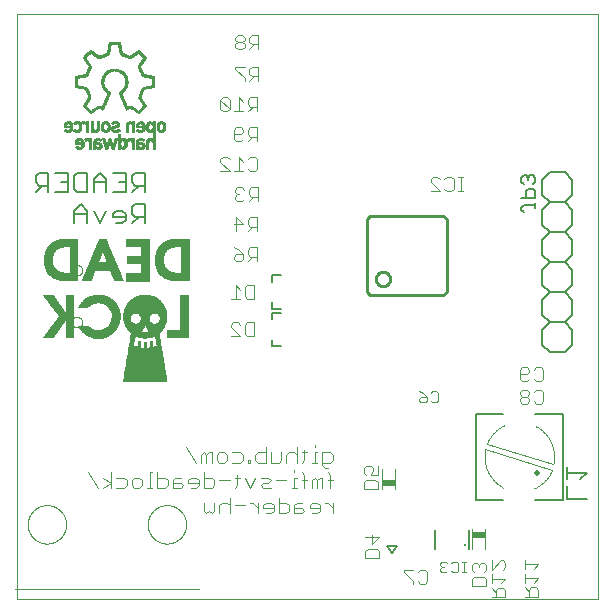
<source format=gbo>
G75*
%MOIN*%
%OFA0B0*%
%FSLAX25Y25*%
%IPPOS*%
%LPD*%
%AMOC8*
5,1,8,0,0,1.08239X$1,22.5*
%
%ADD10C,0.00000*%
%ADD11C,0.00600*%
%ADD12C,0.00400*%
%ADD13C,0.00197*%
%ADD14C,0.00300*%
%ADD15R,0.04331X0.02362*%
%ADD16C,0.01000*%
%ADD17C,0.00787*%
%ADD18C,0.00039*%
%ADD19C,0.00500*%
%ADD20C,0.00800*%
%ADD21C,0.01969*%
D10*
X0031644Y0065933D02*
X0031644Y0260894D01*
X0225345Y0260894D01*
X0225345Y0065933D01*
X0031644Y0065933D01*
X0035244Y0090933D02*
X0035246Y0091093D01*
X0035252Y0091252D01*
X0035262Y0091411D01*
X0035276Y0091570D01*
X0035294Y0091729D01*
X0035315Y0091887D01*
X0035341Y0092044D01*
X0035371Y0092201D01*
X0035404Y0092357D01*
X0035442Y0092512D01*
X0035483Y0092666D01*
X0035528Y0092819D01*
X0035577Y0092971D01*
X0035630Y0093122D01*
X0035686Y0093271D01*
X0035747Y0093419D01*
X0035810Y0093565D01*
X0035878Y0093710D01*
X0035949Y0093853D01*
X0036023Y0093994D01*
X0036101Y0094133D01*
X0036183Y0094270D01*
X0036268Y0094405D01*
X0036356Y0094538D01*
X0036448Y0094669D01*
X0036542Y0094797D01*
X0036640Y0094923D01*
X0036741Y0095047D01*
X0036845Y0095168D01*
X0036952Y0095286D01*
X0037062Y0095402D01*
X0037175Y0095515D01*
X0037291Y0095625D01*
X0037409Y0095732D01*
X0037530Y0095836D01*
X0037654Y0095937D01*
X0037780Y0096035D01*
X0037908Y0096129D01*
X0038039Y0096221D01*
X0038172Y0096309D01*
X0038307Y0096394D01*
X0038444Y0096476D01*
X0038583Y0096554D01*
X0038724Y0096628D01*
X0038867Y0096699D01*
X0039012Y0096767D01*
X0039158Y0096830D01*
X0039306Y0096891D01*
X0039455Y0096947D01*
X0039606Y0097000D01*
X0039758Y0097049D01*
X0039911Y0097094D01*
X0040065Y0097135D01*
X0040220Y0097173D01*
X0040376Y0097206D01*
X0040533Y0097236D01*
X0040690Y0097262D01*
X0040848Y0097283D01*
X0041007Y0097301D01*
X0041166Y0097315D01*
X0041325Y0097325D01*
X0041484Y0097331D01*
X0041644Y0097333D01*
X0041804Y0097331D01*
X0041963Y0097325D01*
X0042122Y0097315D01*
X0042281Y0097301D01*
X0042440Y0097283D01*
X0042598Y0097262D01*
X0042755Y0097236D01*
X0042912Y0097206D01*
X0043068Y0097173D01*
X0043223Y0097135D01*
X0043377Y0097094D01*
X0043530Y0097049D01*
X0043682Y0097000D01*
X0043833Y0096947D01*
X0043982Y0096891D01*
X0044130Y0096830D01*
X0044276Y0096767D01*
X0044421Y0096699D01*
X0044564Y0096628D01*
X0044705Y0096554D01*
X0044844Y0096476D01*
X0044981Y0096394D01*
X0045116Y0096309D01*
X0045249Y0096221D01*
X0045380Y0096129D01*
X0045508Y0096035D01*
X0045634Y0095937D01*
X0045758Y0095836D01*
X0045879Y0095732D01*
X0045997Y0095625D01*
X0046113Y0095515D01*
X0046226Y0095402D01*
X0046336Y0095286D01*
X0046443Y0095168D01*
X0046547Y0095047D01*
X0046648Y0094923D01*
X0046746Y0094797D01*
X0046840Y0094669D01*
X0046932Y0094538D01*
X0047020Y0094405D01*
X0047105Y0094270D01*
X0047187Y0094133D01*
X0047265Y0093994D01*
X0047339Y0093853D01*
X0047410Y0093710D01*
X0047478Y0093565D01*
X0047541Y0093419D01*
X0047602Y0093271D01*
X0047658Y0093122D01*
X0047711Y0092971D01*
X0047760Y0092819D01*
X0047805Y0092666D01*
X0047846Y0092512D01*
X0047884Y0092357D01*
X0047917Y0092201D01*
X0047947Y0092044D01*
X0047973Y0091887D01*
X0047994Y0091729D01*
X0048012Y0091570D01*
X0048026Y0091411D01*
X0048036Y0091252D01*
X0048042Y0091093D01*
X0048044Y0090933D01*
X0048042Y0090773D01*
X0048036Y0090614D01*
X0048026Y0090455D01*
X0048012Y0090296D01*
X0047994Y0090137D01*
X0047973Y0089979D01*
X0047947Y0089822D01*
X0047917Y0089665D01*
X0047884Y0089509D01*
X0047846Y0089354D01*
X0047805Y0089200D01*
X0047760Y0089047D01*
X0047711Y0088895D01*
X0047658Y0088744D01*
X0047602Y0088595D01*
X0047541Y0088447D01*
X0047478Y0088301D01*
X0047410Y0088156D01*
X0047339Y0088013D01*
X0047265Y0087872D01*
X0047187Y0087733D01*
X0047105Y0087596D01*
X0047020Y0087461D01*
X0046932Y0087328D01*
X0046840Y0087197D01*
X0046746Y0087069D01*
X0046648Y0086943D01*
X0046547Y0086819D01*
X0046443Y0086698D01*
X0046336Y0086580D01*
X0046226Y0086464D01*
X0046113Y0086351D01*
X0045997Y0086241D01*
X0045879Y0086134D01*
X0045758Y0086030D01*
X0045634Y0085929D01*
X0045508Y0085831D01*
X0045380Y0085737D01*
X0045249Y0085645D01*
X0045116Y0085557D01*
X0044981Y0085472D01*
X0044844Y0085390D01*
X0044705Y0085312D01*
X0044564Y0085238D01*
X0044421Y0085167D01*
X0044276Y0085099D01*
X0044130Y0085036D01*
X0043982Y0084975D01*
X0043833Y0084919D01*
X0043682Y0084866D01*
X0043530Y0084817D01*
X0043377Y0084772D01*
X0043223Y0084731D01*
X0043068Y0084693D01*
X0042912Y0084660D01*
X0042755Y0084630D01*
X0042598Y0084604D01*
X0042440Y0084583D01*
X0042281Y0084565D01*
X0042122Y0084551D01*
X0041963Y0084541D01*
X0041804Y0084535D01*
X0041644Y0084533D01*
X0041484Y0084535D01*
X0041325Y0084541D01*
X0041166Y0084551D01*
X0041007Y0084565D01*
X0040848Y0084583D01*
X0040690Y0084604D01*
X0040533Y0084630D01*
X0040376Y0084660D01*
X0040220Y0084693D01*
X0040065Y0084731D01*
X0039911Y0084772D01*
X0039758Y0084817D01*
X0039606Y0084866D01*
X0039455Y0084919D01*
X0039306Y0084975D01*
X0039158Y0085036D01*
X0039012Y0085099D01*
X0038867Y0085167D01*
X0038724Y0085238D01*
X0038583Y0085312D01*
X0038444Y0085390D01*
X0038307Y0085472D01*
X0038172Y0085557D01*
X0038039Y0085645D01*
X0037908Y0085737D01*
X0037780Y0085831D01*
X0037654Y0085929D01*
X0037530Y0086030D01*
X0037409Y0086134D01*
X0037291Y0086241D01*
X0037175Y0086351D01*
X0037062Y0086464D01*
X0036952Y0086580D01*
X0036845Y0086698D01*
X0036741Y0086819D01*
X0036640Y0086943D01*
X0036542Y0087069D01*
X0036448Y0087197D01*
X0036356Y0087328D01*
X0036268Y0087461D01*
X0036183Y0087596D01*
X0036101Y0087733D01*
X0036023Y0087872D01*
X0035949Y0088013D01*
X0035878Y0088156D01*
X0035810Y0088301D01*
X0035747Y0088447D01*
X0035686Y0088595D01*
X0035630Y0088744D01*
X0035577Y0088895D01*
X0035528Y0089047D01*
X0035483Y0089200D01*
X0035442Y0089354D01*
X0035404Y0089509D01*
X0035371Y0089665D01*
X0035341Y0089822D01*
X0035315Y0089979D01*
X0035294Y0090137D01*
X0035276Y0090296D01*
X0035262Y0090455D01*
X0035252Y0090614D01*
X0035246Y0090773D01*
X0035244Y0090933D01*
X0075244Y0090933D02*
X0075246Y0091093D01*
X0075252Y0091252D01*
X0075262Y0091411D01*
X0075276Y0091570D01*
X0075294Y0091729D01*
X0075315Y0091887D01*
X0075341Y0092044D01*
X0075371Y0092201D01*
X0075404Y0092357D01*
X0075442Y0092512D01*
X0075483Y0092666D01*
X0075528Y0092819D01*
X0075577Y0092971D01*
X0075630Y0093122D01*
X0075686Y0093271D01*
X0075747Y0093419D01*
X0075810Y0093565D01*
X0075878Y0093710D01*
X0075949Y0093853D01*
X0076023Y0093994D01*
X0076101Y0094133D01*
X0076183Y0094270D01*
X0076268Y0094405D01*
X0076356Y0094538D01*
X0076448Y0094669D01*
X0076542Y0094797D01*
X0076640Y0094923D01*
X0076741Y0095047D01*
X0076845Y0095168D01*
X0076952Y0095286D01*
X0077062Y0095402D01*
X0077175Y0095515D01*
X0077291Y0095625D01*
X0077409Y0095732D01*
X0077530Y0095836D01*
X0077654Y0095937D01*
X0077780Y0096035D01*
X0077908Y0096129D01*
X0078039Y0096221D01*
X0078172Y0096309D01*
X0078307Y0096394D01*
X0078444Y0096476D01*
X0078583Y0096554D01*
X0078724Y0096628D01*
X0078867Y0096699D01*
X0079012Y0096767D01*
X0079158Y0096830D01*
X0079306Y0096891D01*
X0079455Y0096947D01*
X0079606Y0097000D01*
X0079758Y0097049D01*
X0079911Y0097094D01*
X0080065Y0097135D01*
X0080220Y0097173D01*
X0080376Y0097206D01*
X0080533Y0097236D01*
X0080690Y0097262D01*
X0080848Y0097283D01*
X0081007Y0097301D01*
X0081166Y0097315D01*
X0081325Y0097325D01*
X0081484Y0097331D01*
X0081644Y0097333D01*
X0081804Y0097331D01*
X0081963Y0097325D01*
X0082122Y0097315D01*
X0082281Y0097301D01*
X0082440Y0097283D01*
X0082598Y0097262D01*
X0082755Y0097236D01*
X0082912Y0097206D01*
X0083068Y0097173D01*
X0083223Y0097135D01*
X0083377Y0097094D01*
X0083530Y0097049D01*
X0083682Y0097000D01*
X0083833Y0096947D01*
X0083982Y0096891D01*
X0084130Y0096830D01*
X0084276Y0096767D01*
X0084421Y0096699D01*
X0084564Y0096628D01*
X0084705Y0096554D01*
X0084844Y0096476D01*
X0084981Y0096394D01*
X0085116Y0096309D01*
X0085249Y0096221D01*
X0085380Y0096129D01*
X0085508Y0096035D01*
X0085634Y0095937D01*
X0085758Y0095836D01*
X0085879Y0095732D01*
X0085997Y0095625D01*
X0086113Y0095515D01*
X0086226Y0095402D01*
X0086336Y0095286D01*
X0086443Y0095168D01*
X0086547Y0095047D01*
X0086648Y0094923D01*
X0086746Y0094797D01*
X0086840Y0094669D01*
X0086932Y0094538D01*
X0087020Y0094405D01*
X0087105Y0094270D01*
X0087187Y0094133D01*
X0087265Y0093994D01*
X0087339Y0093853D01*
X0087410Y0093710D01*
X0087478Y0093565D01*
X0087541Y0093419D01*
X0087602Y0093271D01*
X0087658Y0093122D01*
X0087711Y0092971D01*
X0087760Y0092819D01*
X0087805Y0092666D01*
X0087846Y0092512D01*
X0087884Y0092357D01*
X0087917Y0092201D01*
X0087947Y0092044D01*
X0087973Y0091887D01*
X0087994Y0091729D01*
X0088012Y0091570D01*
X0088026Y0091411D01*
X0088036Y0091252D01*
X0088042Y0091093D01*
X0088044Y0090933D01*
X0088042Y0090773D01*
X0088036Y0090614D01*
X0088026Y0090455D01*
X0088012Y0090296D01*
X0087994Y0090137D01*
X0087973Y0089979D01*
X0087947Y0089822D01*
X0087917Y0089665D01*
X0087884Y0089509D01*
X0087846Y0089354D01*
X0087805Y0089200D01*
X0087760Y0089047D01*
X0087711Y0088895D01*
X0087658Y0088744D01*
X0087602Y0088595D01*
X0087541Y0088447D01*
X0087478Y0088301D01*
X0087410Y0088156D01*
X0087339Y0088013D01*
X0087265Y0087872D01*
X0087187Y0087733D01*
X0087105Y0087596D01*
X0087020Y0087461D01*
X0086932Y0087328D01*
X0086840Y0087197D01*
X0086746Y0087069D01*
X0086648Y0086943D01*
X0086547Y0086819D01*
X0086443Y0086698D01*
X0086336Y0086580D01*
X0086226Y0086464D01*
X0086113Y0086351D01*
X0085997Y0086241D01*
X0085879Y0086134D01*
X0085758Y0086030D01*
X0085634Y0085929D01*
X0085508Y0085831D01*
X0085380Y0085737D01*
X0085249Y0085645D01*
X0085116Y0085557D01*
X0084981Y0085472D01*
X0084844Y0085390D01*
X0084705Y0085312D01*
X0084564Y0085238D01*
X0084421Y0085167D01*
X0084276Y0085099D01*
X0084130Y0085036D01*
X0083982Y0084975D01*
X0083833Y0084919D01*
X0083682Y0084866D01*
X0083530Y0084817D01*
X0083377Y0084772D01*
X0083223Y0084731D01*
X0083068Y0084693D01*
X0082912Y0084660D01*
X0082755Y0084630D01*
X0082598Y0084604D01*
X0082440Y0084583D01*
X0082281Y0084565D01*
X0082122Y0084551D01*
X0081963Y0084541D01*
X0081804Y0084535D01*
X0081644Y0084533D01*
X0081484Y0084535D01*
X0081325Y0084541D01*
X0081166Y0084551D01*
X0081007Y0084565D01*
X0080848Y0084583D01*
X0080690Y0084604D01*
X0080533Y0084630D01*
X0080376Y0084660D01*
X0080220Y0084693D01*
X0080065Y0084731D01*
X0079911Y0084772D01*
X0079758Y0084817D01*
X0079606Y0084866D01*
X0079455Y0084919D01*
X0079306Y0084975D01*
X0079158Y0085036D01*
X0079012Y0085099D01*
X0078867Y0085167D01*
X0078724Y0085238D01*
X0078583Y0085312D01*
X0078444Y0085390D01*
X0078307Y0085472D01*
X0078172Y0085557D01*
X0078039Y0085645D01*
X0077908Y0085737D01*
X0077780Y0085831D01*
X0077654Y0085929D01*
X0077530Y0086030D01*
X0077409Y0086134D01*
X0077291Y0086241D01*
X0077175Y0086351D01*
X0077062Y0086464D01*
X0076952Y0086580D01*
X0076845Y0086698D01*
X0076741Y0086819D01*
X0076640Y0086943D01*
X0076542Y0087069D01*
X0076448Y0087197D01*
X0076356Y0087328D01*
X0076268Y0087461D01*
X0076183Y0087596D01*
X0076101Y0087733D01*
X0076023Y0087872D01*
X0075949Y0088013D01*
X0075878Y0088156D01*
X0075810Y0088301D01*
X0075747Y0088447D01*
X0075686Y0088595D01*
X0075630Y0088744D01*
X0075577Y0088895D01*
X0075528Y0089047D01*
X0075483Y0089200D01*
X0075442Y0089354D01*
X0075404Y0089509D01*
X0075371Y0089665D01*
X0075341Y0089822D01*
X0075315Y0089979D01*
X0075294Y0090137D01*
X0075276Y0090296D01*
X0075262Y0090455D01*
X0075252Y0090614D01*
X0075246Y0090773D01*
X0075244Y0090933D01*
X0049872Y0158335D02*
X0049874Y0158419D01*
X0049880Y0158502D01*
X0049890Y0158585D01*
X0049904Y0158668D01*
X0049921Y0158750D01*
X0049943Y0158831D01*
X0049968Y0158910D01*
X0049997Y0158989D01*
X0050030Y0159066D01*
X0050066Y0159141D01*
X0050106Y0159215D01*
X0050149Y0159287D01*
X0050196Y0159356D01*
X0050246Y0159423D01*
X0050299Y0159488D01*
X0050355Y0159550D01*
X0050413Y0159610D01*
X0050475Y0159667D01*
X0050539Y0159720D01*
X0050606Y0159771D01*
X0050675Y0159818D01*
X0050746Y0159863D01*
X0050819Y0159903D01*
X0050894Y0159940D01*
X0050971Y0159974D01*
X0051049Y0160004D01*
X0051128Y0160030D01*
X0051209Y0160053D01*
X0051291Y0160071D01*
X0051373Y0160086D01*
X0051456Y0160097D01*
X0051539Y0160104D01*
X0051623Y0160107D01*
X0051707Y0160106D01*
X0051790Y0160101D01*
X0051874Y0160092D01*
X0051956Y0160079D01*
X0052038Y0160063D01*
X0052119Y0160042D01*
X0052200Y0160018D01*
X0052278Y0159990D01*
X0052356Y0159958D01*
X0052432Y0159922D01*
X0052506Y0159883D01*
X0052578Y0159841D01*
X0052648Y0159795D01*
X0052716Y0159746D01*
X0052781Y0159694D01*
X0052844Y0159639D01*
X0052904Y0159581D01*
X0052962Y0159520D01*
X0053016Y0159456D01*
X0053068Y0159390D01*
X0053116Y0159322D01*
X0053161Y0159251D01*
X0053202Y0159178D01*
X0053241Y0159104D01*
X0053275Y0159028D01*
X0053306Y0158950D01*
X0053333Y0158871D01*
X0053357Y0158790D01*
X0053376Y0158709D01*
X0053392Y0158627D01*
X0053404Y0158544D01*
X0053412Y0158460D01*
X0053416Y0158377D01*
X0053416Y0158293D01*
X0053412Y0158210D01*
X0053404Y0158126D01*
X0053392Y0158043D01*
X0053376Y0157961D01*
X0053357Y0157880D01*
X0053333Y0157799D01*
X0053306Y0157720D01*
X0053275Y0157642D01*
X0053241Y0157566D01*
X0053202Y0157492D01*
X0053161Y0157419D01*
X0053116Y0157348D01*
X0053068Y0157280D01*
X0053016Y0157214D01*
X0052962Y0157150D01*
X0052904Y0157089D01*
X0052844Y0157031D01*
X0052781Y0156976D01*
X0052716Y0156924D01*
X0052648Y0156875D01*
X0052578Y0156829D01*
X0052506Y0156787D01*
X0052432Y0156748D01*
X0052356Y0156712D01*
X0052278Y0156680D01*
X0052200Y0156652D01*
X0052119Y0156628D01*
X0052038Y0156607D01*
X0051956Y0156591D01*
X0051874Y0156578D01*
X0051790Y0156569D01*
X0051707Y0156564D01*
X0051623Y0156563D01*
X0051539Y0156566D01*
X0051456Y0156573D01*
X0051373Y0156584D01*
X0051291Y0156599D01*
X0051209Y0156617D01*
X0051128Y0156640D01*
X0051049Y0156666D01*
X0050971Y0156696D01*
X0050894Y0156730D01*
X0050819Y0156767D01*
X0050746Y0156807D01*
X0050675Y0156852D01*
X0050606Y0156899D01*
X0050539Y0156950D01*
X0050475Y0157003D01*
X0050413Y0157060D01*
X0050355Y0157120D01*
X0050299Y0157182D01*
X0050246Y0157247D01*
X0050196Y0157314D01*
X0050149Y0157383D01*
X0050106Y0157455D01*
X0050066Y0157529D01*
X0050030Y0157604D01*
X0049997Y0157681D01*
X0049968Y0157760D01*
X0049943Y0157839D01*
X0049921Y0157920D01*
X0049904Y0158002D01*
X0049890Y0158085D01*
X0049880Y0158168D01*
X0049874Y0158251D01*
X0049872Y0158335D01*
X0049872Y0175657D02*
X0049874Y0175741D01*
X0049880Y0175824D01*
X0049890Y0175907D01*
X0049904Y0175990D01*
X0049921Y0176072D01*
X0049943Y0176153D01*
X0049968Y0176232D01*
X0049997Y0176311D01*
X0050030Y0176388D01*
X0050066Y0176463D01*
X0050106Y0176537D01*
X0050149Y0176609D01*
X0050196Y0176678D01*
X0050246Y0176745D01*
X0050299Y0176810D01*
X0050355Y0176872D01*
X0050413Y0176932D01*
X0050475Y0176989D01*
X0050539Y0177042D01*
X0050606Y0177093D01*
X0050675Y0177140D01*
X0050746Y0177185D01*
X0050819Y0177225D01*
X0050894Y0177262D01*
X0050971Y0177296D01*
X0051049Y0177326D01*
X0051128Y0177352D01*
X0051209Y0177375D01*
X0051291Y0177393D01*
X0051373Y0177408D01*
X0051456Y0177419D01*
X0051539Y0177426D01*
X0051623Y0177429D01*
X0051707Y0177428D01*
X0051790Y0177423D01*
X0051874Y0177414D01*
X0051956Y0177401D01*
X0052038Y0177385D01*
X0052119Y0177364D01*
X0052200Y0177340D01*
X0052278Y0177312D01*
X0052356Y0177280D01*
X0052432Y0177244D01*
X0052506Y0177205D01*
X0052578Y0177163D01*
X0052648Y0177117D01*
X0052716Y0177068D01*
X0052781Y0177016D01*
X0052844Y0176961D01*
X0052904Y0176903D01*
X0052962Y0176842D01*
X0053016Y0176778D01*
X0053068Y0176712D01*
X0053116Y0176644D01*
X0053161Y0176573D01*
X0053202Y0176500D01*
X0053241Y0176426D01*
X0053275Y0176350D01*
X0053306Y0176272D01*
X0053333Y0176193D01*
X0053357Y0176112D01*
X0053376Y0176031D01*
X0053392Y0175949D01*
X0053404Y0175866D01*
X0053412Y0175782D01*
X0053416Y0175699D01*
X0053416Y0175615D01*
X0053412Y0175532D01*
X0053404Y0175448D01*
X0053392Y0175365D01*
X0053376Y0175283D01*
X0053357Y0175202D01*
X0053333Y0175121D01*
X0053306Y0175042D01*
X0053275Y0174964D01*
X0053241Y0174888D01*
X0053202Y0174814D01*
X0053161Y0174741D01*
X0053116Y0174670D01*
X0053068Y0174602D01*
X0053016Y0174536D01*
X0052962Y0174472D01*
X0052904Y0174411D01*
X0052844Y0174353D01*
X0052781Y0174298D01*
X0052716Y0174246D01*
X0052648Y0174197D01*
X0052578Y0174151D01*
X0052506Y0174109D01*
X0052432Y0174070D01*
X0052356Y0174034D01*
X0052278Y0174002D01*
X0052200Y0173974D01*
X0052119Y0173950D01*
X0052038Y0173929D01*
X0051956Y0173913D01*
X0051874Y0173900D01*
X0051790Y0173891D01*
X0051707Y0173886D01*
X0051623Y0173885D01*
X0051539Y0173888D01*
X0051456Y0173895D01*
X0051373Y0173906D01*
X0051291Y0173921D01*
X0051209Y0173939D01*
X0051128Y0173962D01*
X0051049Y0173988D01*
X0050971Y0174018D01*
X0050894Y0174052D01*
X0050819Y0174089D01*
X0050746Y0174129D01*
X0050675Y0174174D01*
X0050606Y0174221D01*
X0050539Y0174272D01*
X0050475Y0174325D01*
X0050413Y0174382D01*
X0050355Y0174442D01*
X0050299Y0174504D01*
X0050246Y0174569D01*
X0050196Y0174636D01*
X0050149Y0174705D01*
X0050106Y0174777D01*
X0050066Y0174851D01*
X0050030Y0174926D01*
X0049997Y0175003D01*
X0049968Y0175082D01*
X0049943Y0175161D01*
X0049921Y0175242D01*
X0049904Y0175324D01*
X0049890Y0175407D01*
X0049880Y0175490D01*
X0049874Y0175573D01*
X0049872Y0175657D01*
D11*
X0050737Y0191233D02*
X0050737Y0195503D01*
X0052872Y0197639D01*
X0055007Y0195503D01*
X0055007Y0191233D01*
X0055007Y0194436D02*
X0050737Y0194436D01*
X0057182Y0195503D02*
X0059318Y0191233D01*
X0061453Y0195503D01*
X0063628Y0194436D02*
X0063628Y0193368D01*
X0067898Y0193368D01*
X0067898Y0192301D02*
X0067898Y0194436D01*
X0066831Y0195503D01*
X0064696Y0195503D01*
X0063628Y0194436D01*
X0064696Y0191233D02*
X0066831Y0191233D01*
X0067898Y0192301D01*
X0070073Y0191233D02*
X0072209Y0193368D01*
X0071141Y0193368D02*
X0074344Y0193368D01*
X0074344Y0191233D02*
X0074344Y0197639D01*
X0071141Y0197639D01*
X0070073Y0196571D01*
X0070073Y0194436D01*
X0071141Y0193368D01*
X0070073Y0201733D02*
X0072209Y0203868D01*
X0071141Y0203868D02*
X0074344Y0203868D01*
X0074344Y0201733D02*
X0074344Y0208139D01*
X0071141Y0208139D01*
X0070073Y0207071D01*
X0070073Y0204936D01*
X0071141Y0203868D01*
X0067898Y0204936D02*
X0065763Y0204936D01*
X0063628Y0208139D02*
X0067898Y0208139D01*
X0067898Y0201733D01*
X0063628Y0201733D01*
X0061453Y0201733D02*
X0061453Y0206003D01*
X0059318Y0208139D01*
X0057182Y0206003D01*
X0057182Y0201733D01*
X0055007Y0201733D02*
X0051805Y0201733D01*
X0050737Y0202801D01*
X0050737Y0207071D01*
X0051805Y0208139D01*
X0055007Y0208139D01*
X0055007Y0201733D01*
X0057182Y0204936D02*
X0061453Y0204936D01*
X0048562Y0204936D02*
X0046427Y0204936D01*
X0044291Y0208139D02*
X0048562Y0208139D01*
X0048562Y0201733D01*
X0044291Y0201733D01*
X0042116Y0201733D02*
X0042116Y0208139D01*
X0038914Y0208139D01*
X0037846Y0207071D01*
X0037846Y0204936D01*
X0038914Y0203868D01*
X0042116Y0203868D01*
X0039981Y0203868D02*
X0037846Y0201733D01*
X0116544Y0174033D02*
X0116544Y0171833D01*
X0116544Y0174033D02*
X0119744Y0174033D01*
X0116544Y0165033D02*
X0116544Y0162833D01*
X0119744Y0162833D01*
X0119744Y0161533D02*
X0116544Y0161533D01*
X0116544Y0159333D01*
X0116544Y0152533D02*
X0116544Y0150333D01*
X0119744Y0150333D01*
X0171045Y0089008D02*
X0171045Y0082858D01*
X0182246Y0082858D02*
X0182246Y0089008D01*
X0158219Y0083827D02*
X0155069Y0083827D01*
X0156644Y0081465D01*
X0158219Y0083827D01*
X0215160Y0099461D02*
X0215160Y0103732D01*
X0215160Y0105907D02*
X0215160Y0110177D01*
X0215160Y0108042D02*
X0221566Y0108042D01*
X0219431Y0105907D01*
X0221566Y0099461D02*
X0215160Y0099461D01*
X0214223Y0148315D02*
X0209223Y0148315D01*
X0206723Y0150815D01*
X0206723Y0155815D01*
X0209223Y0158315D01*
X0214223Y0158315D01*
X0216723Y0155815D01*
X0216723Y0150815D01*
X0214223Y0148315D01*
X0214223Y0158315D02*
X0216723Y0160815D01*
X0216723Y0165815D01*
X0214223Y0168315D01*
X0216723Y0170815D01*
X0216723Y0175815D01*
X0214223Y0178315D01*
X0216723Y0180815D01*
X0216723Y0185815D01*
X0214223Y0188315D01*
X0216723Y0190815D01*
X0216723Y0195815D01*
X0214223Y0198315D01*
X0216723Y0200815D01*
X0216723Y0205815D01*
X0214223Y0208315D01*
X0209223Y0208315D01*
X0206723Y0205815D01*
X0206723Y0200815D01*
X0209223Y0198315D01*
X0206723Y0195815D01*
X0206723Y0190815D01*
X0209223Y0188315D01*
X0214223Y0188315D01*
X0209223Y0188315D02*
X0206723Y0185815D01*
X0206723Y0180815D01*
X0209223Y0178315D01*
X0206723Y0175815D01*
X0206723Y0170815D01*
X0209223Y0168315D01*
X0206723Y0165815D01*
X0206723Y0160815D01*
X0209223Y0158315D01*
X0209223Y0168315D02*
X0214223Y0168315D01*
X0214223Y0178315D02*
X0209223Y0178315D01*
X0209223Y0198315D02*
X0214223Y0198315D01*
D12*
X0180278Y0202054D02*
X0178744Y0202054D01*
X0179511Y0202054D02*
X0179511Y0206658D01*
X0180278Y0206658D02*
X0178744Y0206658D01*
X0177209Y0205891D02*
X0177209Y0202822D01*
X0176442Y0202054D01*
X0174907Y0202054D01*
X0174140Y0202822D01*
X0172605Y0202054D02*
X0169536Y0202054D01*
X0172605Y0202054D02*
X0169536Y0205124D01*
X0169536Y0205891D01*
X0170303Y0206658D01*
X0171838Y0206658D01*
X0172605Y0205891D01*
X0174140Y0205891D02*
X0174907Y0206658D01*
X0176442Y0206658D01*
X0177209Y0205891D01*
X0200069Y0143300D02*
X0201603Y0143300D01*
X0202371Y0142533D01*
X0202371Y0141765D01*
X0201603Y0140998D01*
X0199301Y0140998D01*
X0199301Y0139463D02*
X0199301Y0142533D01*
X0200069Y0143300D01*
X0203905Y0142533D02*
X0204673Y0143300D01*
X0206207Y0143300D01*
X0206974Y0142533D01*
X0206974Y0139463D01*
X0206207Y0138696D01*
X0204673Y0138696D01*
X0203905Y0139463D01*
X0202371Y0139463D02*
X0201603Y0138696D01*
X0200069Y0138696D01*
X0199301Y0139463D01*
X0200069Y0135800D02*
X0199301Y0135033D01*
X0199301Y0134265D01*
X0200069Y0133498D01*
X0201603Y0133498D01*
X0202371Y0134265D01*
X0202371Y0135033D01*
X0201603Y0135800D01*
X0200069Y0135800D01*
X0200069Y0133498D02*
X0199301Y0132731D01*
X0199301Y0131963D01*
X0200069Y0131196D01*
X0201603Y0131196D01*
X0202371Y0131963D01*
X0202371Y0132731D01*
X0201603Y0133498D01*
X0203905Y0131963D02*
X0204673Y0131196D01*
X0206207Y0131196D01*
X0206974Y0131963D01*
X0206974Y0135033D01*
X0206207Y0135800D01*
X0204673Y0135800D01*
X0203905Y0135033D01*
X0188317Y0117862D02*
X0210463Y0110972D01*
X0209971Y0109004D02*
X0187825Y0115894D01*
X0204164Y0102902D02*
X0204422Y0103028D01*
X0204676Y0103161D01*
X0204928Y0103300D01*
X0205176Y0103444D01*
X0205420Y0103595D01*
X0205661Y0103752D01*
X0205898Y0103915D01*
X0206130Y0104083D01*
X0206359Y0104257D01*
X0206583Y0104437D01*
X0206803Y0104622D01*
X0207018Y0104812D01*
X0207228Y0105007D01*
X0207434Y0105208D01*
X0207634Y0105414D01*
X0207830Y0105624D01*
X0208020Y0105839D01*
X0208205Y0106059D01*
X0208384Y0106283D01*
X0208558Y0106512D01*
X0208726Y0106745D01*
X0208889Y0106982D01*
X0209045Y0107222D01*
X0209196Y0107467D01*
X0209341Y0107715D01*
X0209479Y0107966D01*
X0209611Y0108221D01*
X0209738Y0108479D01*
X0209857Y0108741D01*
X0209970Y0109004D01*
X0194124Y0123965D02*
X0193866Y0123839D01*
X0193612Y0123706D01*
X0193360Y0123567D01*
X0193112Y0123423D01*
X0192868Y0123272D01*
X0192627Y0123115D01*
X0192390Y0122952D01*
X0192158Y0122784D01*
X0191929Y0122610D01*
X0191705Y0122430D01*
X0191485Y0122245D01*
X0191270Y0122055D01*
X0191060Y0121860D01*
X0190854Y0121659D01*
X0190654Y0121453D01*
X0190458Y0121243D01*
X0190268Y0121028D01*
X0190083Y0120808D01*
X0189904Y0120584D01*
X0189730Y0120355D01*
X0189562Y0120122D01*
X0189399Y0119885D01*
X0189243Y0119645D01*
X0189092Y0119400D01*
X0188947Y0119152D01*
X0188809Y0118901D01*
X0188677Y0118646D01*
X0188550Y0118388D01*
X0188431Y0118126D01*
X0188318Y0117863D01*
X0187825Y0115894D02*
X0187768Y0115616D01*
X0187718Y0115337D01*
X0187675Y0115057D01*
X0187639Y0114775D01*
X0187609Y0114493D01*
X0187587Y0114210D01*
X0187571Y0113927D01*
X0187563Y0113643D01*
X0187561Y0113360D01*
X0187567Y0113076D01*
X0187579Y0112792D01*
X0187598Y0112509D01*
X0187624Y0112227D01*
X0187657Y0111945D01*
X0187697Y0111664D01*
X0187744Y0111384D01*
X0187798Y0111106D01*
X0187859Y0110829D01*
X0187926Y0110553D01*
X0188000Y0110279D01*
X0188080Y0110007D01*
X0188168Y0109737D01*
X0188262Y0109469D01*
X0188362Y0109204D01*
X0188469Y0108941D01*
X0188582Y0108681D01*
X0188702Y0108424D01*
X0188828Y0108170D01*
X0188960Y0107918D01*
X0189098Y0107671D01*
X0189243Y0107426D01*
X0189393Y0107186D01*
X0189549Y0106949D01*
X0189711Y0106716D01*
X0189878Y0106487D01*
X0190051Y0106262D01*
X0190230Y0106041D01*
X0190413Y0105825D01*
X0190602Y0105614D01*
X0190797Y0105407D01*
X0190996Y0105205D01*
X0191200Y0105008D01*
X0191409Y0104815D01*
X0191622Y0104629D01*
X0191840Y0104447D01*
X0192063Y0104271D01*
X0192289Y0104100D01*
X0192520Y0103935D01*
X0192755Y0103776D01*
X0192993Y0103622D01*
X0193235Y0103474D01*
X0193481Y0103333D01*
X0193730Y0103197D01*
X0210463Y0110973D02*
X0210520Y0111251D01*
X0210570Y0111530D01*
X0210613Y0111810D01*
X0210649Y0112092D01*
X0210679Y0112374D01*
X0210701Y0112657D01*
X0210717Y0112940D01*
X0210725Y0113224D01*
X0210727Y0113507D01*
X0210721Y0113791D01*
X0210709Y0114075D01*
X0210690Y0114358D01*
X0210664Y0114640D01*
X0210631Y0114922D01*
X0210591Y0115203D01*
X0210544Y0115483D01*
X0210490Y0115761D01*
X0210429Y0116038D01*
X0210362Y0116314D01*
X0210288Y0116588D01*
X0210208Y0116860D01*
X0210120Y0117130D01*
X0210026Y0117398D01*
X0209926Y0117663D01*
X0209819Y0117926D01*
X0209706Y0118186D01*
X0209586Y0118443D01*
X0209460Y0118697D01*
X0209328Y0118949D01*
X0209190Y0119196D01*
X0209045Y0119441D01*
X0208895Y0119681D01*
X0208739Y0119918D01*
X0208577Y0120151D01*
X0208410Y0120380D01*
X0208237Y0120605D01*
X0208058Y0120826D01*
X0207875Y0121042D01*
X0207686Y0121253D01*
X0207491Y0121460D01*
X0207292Y0121662D01*
X0207088Y0121859D01*
X0206879Y0122052D01*
X0206666Y0122238D01*
X0206448Y0122420D01*
X0206225Y0122596D01*
X0205999Y0122767D01*
X0205768Y0122932D01*
X0205533Y0123091D01*
X0205295Y0123245D01*
X0205053Y0123393D01*
X0204807Y0123534D01*
X0204558Y0123670D01*
X0187809Y0089280D02*
X0187809Y0082587D01*
X0189844Y0078910D02*
X0189844Y0075841D01*
X0192913Y0078910D01*
X0193680Y0078910D01*
X0194448Y0078143D01*
X0194448Y0076608D01*
X0193680Y0075841D01*
X0194448Y0072772D02*
X0189844Y0072772D01*
X0189844Y0074306D02*
X0189844Y0071237D01*
X0189844Y0069702D02*
X0191378Y0068168D01*
X0191378Y0068935D02*
X0191378Y0066633D01*
X0189844Y0066633D02*
X0194448Y0066633D01*
X0194448Y0068935D01*
X0193680Y0069702D01*
X0192146Y0069702D01*
X0191378Y0068935D01*
X0192913Y0071237D02*
X0194448Y0072772D01*
X0200844Y0072960D02*
X0205448Y0072960D01*
X0203913Y0071425D01*
X0203146Y0069891D02*
X0202378Y0069123D01*
X0202378Y0066821D01*
X0200844Y0066821D02*
X0205448Y0066821D01*
X0205448Y0069123D01*
X0204680Y0069891D01*
X0203146Y0069891D01*
X0202378Y0068356D02*
X0200844Y0069891D01*
X0200844Y0071425D02*
X0200844Y0074494D01*
X0200844Y0076029D02*
X0200844Y0079098D01*
X0200844Y0077564D02*
X0205448Y0077564D01*
X0203913Y0076029D01*
X0187995Y0075793D02*
X0187228Y0075025D01*
X0187995Y0075793D02*
X0187995Y0077327D01*
X0187228Y0078094D01*
X0186460Y0078094D01*
X0185693Y0077327D01*
X0184926Y0078094D01*
X0184158Y0078094D01*
X0183391Y0077327D01*
X0183391Y0075793D01*
X0184158Y0075025D01*
X0184158Y0073491D02*
X0187228Y0073491D01*
X0187995Y0072723D01*
X0187995Y0070421D01*
X0183391Y0070421D01*
X0183391Y0072723D01*
X0184158Y0073491D01*
X0181266Y0074932D02*
X0180064Y0074932D01*
X0180665Y0074932D02*
X0180665Y0078535D01*
X0181266Y0078535D02*
X0180064Y0078535D01*
X0178810Y0077935D02*
X0178810Y0075533D01*
X0178210Y0074932D01*
X0177009Y0074932D01*
X0176408Y0075533D01*
X0175127Y0075533D02*
X0174526Y0074932D01*
X0173325Y0074932D01*
X0172725Y0075533D01*
X0172725Y0076133D01*
X0173325Y0076734D01*
X0173926Y0076734D01*
X0173325Y0076734D02*
X0172725Y0077334D01*
X0172725Y0077935D01*
X0173325Y0078535D01*
X0174526Y0078535D01*
X0175127Y0077935D01*
X0176408Y0077935D02*
X0177009Y0078535D01*
X0178210Y0078535D01*
X0178810Y0077935D01*
X0183478Y0082587D02*
X0183478Y0089280D01*
X0185693Y0077327D02*
X0185693Y0076560D01*
X0168444Y0074970D02*
X0168444Y0071900D01*
X0167676Y0071133D01*
X0166142Y0071133D01*
X0165375Y0071900D01*
X0163840Y0071900D02*
X0163840Y0071133D01*
X0163840Y0071900D02*
X0160771Y0074970D01*
X0160771Y0075737D01*
X0163840Y0075737D01*
X0165375Y0074970D02*
X0166142Y0075737D01*
X0167676Y0075737D01*
X0168444Y0074970D01*
X0152385Y0079802D02*
X0152385Y0082104D01*
X0151617Y0082872D01*
X0148548Y0082872D01*
X0147781Y0082104D01*
X0147781Y0079802D01*
X0152385Y0079802D01*
X0150083Y0084406D02*
X0150083Y0087476D01*
X0147781Y0086708D02*
X0152385Y0086708D01*
X0150083Y0084406D01*
X0136944Y0094633D02*
X0136944Y0098103D01*
X0136944Y0096368D02*
X0135209Y0098103D01*
X0134342Y0098103D01*
X0132647Y0097235D02*
X0132647Y0095500D01*
X0131779Y0094633D01*
X0130045Y0094633D01*
X0129177Y0096368D02*
X0132647Y0096368D01*
X0132647Y0097235D02*
X0131779Y0098103D01*
X0130045Y0098103D01*
X0129177Y0097235D01*
X0129177Y0096368D01*
X0127490Y0095500D02*
X0126623Y0094633D01*
X0124021Y0094633D01*
X0124021Y0097235D01*
X0124888Y0098103D01*
X0126623Y0098103D01*
X0126623Y0096368D02*
X0124021Y0096368D01*
X0122334Y0097235D02*
X0121467Y0098103D01*
X0118864Y0098103D01*
X0118864Y0099838D02*
X0118864Y0094633D01*
X0121467Y0094633D01*
X0122334Y0095500D01*
X0122334Y0097235D01*
X0126623Y0096368D02*
X0127490Y0095500D01*
X0127482Y0103033D02*
X0127482Y0107370D01*
X0126615Y0108238D01*
X0124912Y0106503D02*
X0124045Y0106503D01*
X0124045Y0103033D01*
X0124912Y0103033D02*
X0123177Y0103033D01*
X0121475Y0105635D02*
X0118005Y0105635D01*
X0116318Y0105635D02*
X0115451Y0106503D01*
X0112849Y0106503D01*
X0111162Y0106503D02*
X0109427Y0103033D01*
X0107692Y0106503D01*
X0106005Y0106503D02*
X0104271Y0106503D01*
X0105138Y0107370D02*
X0105138Y0103900D01*
X0104271Y0103033D01*
X0102568Y0105635D02*
X0099098Y0105635D01*
X0097411Y0105635D02*
X0096544Y0106503D01*
X0093942Y0106503D01*
X0093942Y0108238D02*
X0093942Y0103033D01*
X0096544Y0103033D01*
X0097411Y0103900D01*
X0097411Y0105635D01*
X0092255Y0105635D02*
X0092255Y0103900D01*
X0091388Y0103033D01*
X0089653Y0103033D01*
X0088785Y0104768D02*
X0092255Y0104768D01*
X0092255Y0105635D02*
X0091388Y0106503D01*
X0089653Y0106503D01*
X0088785Y0105635D01*
X0088785Y0104768D01*
X0087099Y0103900D02*
X0086231Y0104768D01*
X0083629Y0104768D01*
X0083629Y0105635D02*
X0083629Y0103033D01*
X0086231Y0103033D01*
X0087099Y0103900D01*
X0086231Y0106503D02*
X0084496Y0106503D01*
X0083629Y0105635D01*
X0081942Y0105635D02*
X0081942Y0103900D01*
X0081075Y0103033D01*
X0078473Y0103033D01*
X0078473Y0108238D01*
X0076786Y0108238D02*
X0075918Y0108238D01*
X0075918Y0103033D01*
X0075051Y0103033D02*
X0076786Y0103033D01*
X0073348Y0103900D02*
X0073348Y0105635D01*
X0072481Y0106503D01*
X0070746Y0106503D01*
X0069879Y0105635D01*
X0069879Y0103900D01*
X0070746Y0103033D01*
X0072481Y0103033D01*
X0073348Y0103900D01*
X0068192Y0103900D02*
X0067324Y0103033D01*
X0064722Y0103033D01*
X0063035Y0103033D02*
X0063035Y0108238D01*
X0064722Y0106503D02*
X0067324Y0106503D01*
X0068192Y0105635D01*
X0068192Y0103900D01*
X0063035Y0104768D02*
X0060433Y0106503D01*
X0063035Y0104768D02*
X0060433Y0103033D01*
X0058738Y0103033D02*
X0055269Y0108238D01*
X0078473Y0106503D02*
X0081075Y0106503D01*
X0081942Y0105635D01*
X0091396Y0111433D02*
X0087926Y0116638D01*
X0093082Y0114035D02*
X0093082Y0111433D01*
X0094817Y0111433D02*
X0094817Y0114035D01*
X0093950Y0114903D01*
X0093082Y0114035D01*
X0094817Y0114035D02*
X0095685Y0114903D01*
X0096552Y0114903D01*
X0096552Y0111433D01*
X0098239Y0112300D02*
X0098239Y0114035D01*
X0099106Y0114903D01*
X0100841Y0114903D01*
X0101708Y0114035D01*
X0101708Y0112300D01*
X0100841Y0111433D01*
X0099106Y0111433D01*
X0098239Y0112300D01*
X0103395Y0111433D02*
X0105997Y0111433D01*
X0106865Y0112300D01*
X0106865Y0114035D01*
X0105997Y0114903D01*
X0103395Y0114903D01*
X0108576Y0112300D02*
X0108576Y0111433D01*
X0109443Y0111433D01*
X0109443Y0112300D01*
X0108576Y0112300D01*
X0111130Y0112300D02*
X0111130Y0114035D01*
X0111997Y0114903D01*
X0114599Y0114903D01*
X0116286Y0114903D02*
X0116286Y0111433D01*
X0118888Y0111433D01*
X0119756Y0112300D01*
X0119756Y0114903D01*
X0121443Y0114035D02*
X0121443Y0111433D01*
X0121443Y0114035D02*
X0122310Y0114903D01*
X0124045Y0114903D01*
X0124912Y0114035D01*
X0126615Y0114903D02*
X0128350Y0114903D01*
X0127482Y0115770D02*
X0127482Y0112300D01*
X0126615Y0111433D01*
X0124912Y0111433D02*
X0124912Y0116638D01*
X0130920Y0116638D02*
X0130920Y0117505D01*
X0130920Y0114903D02*
X0130920Y0111433D01*
X0131787Y0111433D02*
X0130053Y0111433D01*
X0133474Y0111433D02*
X0136076Y0111433D01*
X0136944Y0112300D01*
X0136944Y0114035D01*
X0136076Y0114903D01*
X0133474Y0114903D01*
X0133474Y0110566D01*
X0134342Y0109698D01*
X0135209Y0109698D01*
X0135209Y0108238D02*
X0136076Y0107370D01*
X0136076Y0103033D01*
X0133506Y0103033D02*
X0133506Y0106503D01*
X0132639Y0106503D01*
X0131771Y0105635D01*
X0130904Y0106503D01*
X0130037Y0105635D01*
X0130037Y0103033D01*
X0131771Y0103033D02*
X0131771Y0105635D01*
X0128350Y0105635D02*
X0126615Y0105635D01*
X0124045Y0108238D02*
X0124045Y0109105D01*
X0116318Y0105635D02*
X0115451Y0104768D01*
X0113716Y0104768D01*
X0112849Y0103900D01*
X0113716Y0103033D01*
X0116318Y0103033D01*
X0116310Y0098103D02*
X0114575Y0098103D01*
X0113708Y0097235D01*
X0113708Y0096368D01*
X0117178Y0096368D01*
X0117178Y0097235D02*
X0116310Y0098103D01*
X0117178Y0097235D02*
X0117178Y0095500D01*
X0116310Y0094633D01*
X0114575Y0094633D01*
X0112021Y0094633D02*
X0112021Y0098103D01*
X0112021Y0096368D02*
X0110286Y0098103D01*
X0109419Y0098103D01*
X0107724Y0097235D02*
X0104255Y0097235D01*
X0102568Y0097235D02*
X0101700Y0098103D01*
X0099966Y0098103D01*
X0099098Y0097235D01*
X0099098Y0094633D01*
X0097411Y0095500D02*
X0096544Y0094633D01*
X0095677Y0095500D01*
X0094809Y0094633D01*
X0093942Y0095500D01*
X0093942Y0098103D01*
X0097411Y0098103D02*
X0097411Y0095500D01*
X0102568Y0094633D02*
X0102568Y0099838D01*
X0111997Y0111433D02*
X0111130Y0112300D01*
X0111997Y0111433D02*
X0114599Y0111433D01*
X0114599Y0116638D01*
X0130920Y0114903D02*
X0131787Y0114903D01*
X0135209Y0105635D02*
X0136944Y0105635D01*
X0147273Y0105057D02*
X0147273Y0102755D01*
X0151877Y0102755D01*
X0151877Y0105057D01*
X0151110Y0105824D01*
X0148040Y0105824D01*
X0147273Y0105057D01*
X0148040Y0107359D02*
X0147273Y0108126D01*
X0147273Y0109661D01*
X0148040Y0110428D01*
X0149575Y0110428D01*
X0150342Y0109661D01*
X0150342Y0108894D01*
X0149575Y0107359D01*
X0151877Y0107359D01*
X0151877Y0110428D01*
X0153455Y0109398D02*
X0153455Y0102705D01*
X0157786Y0102705D02*
X0157786Y0109398D01*
X0110652Y0153633D02*
X0110652Y0158237D01*
X0108350Y0158237D01*
X0107582Y0157470D01*
X0107582Y0154400D01*
X0108350Y0153633D01*
X0110652Y0153633D01*
X0106048Y0153633D02*
X0102978Y0156702D01*
X0102978Y0157470D01*
X0103746Y0158237D01*
X0105280Y0158237D01*
X0106048Y0157470D01*
X0106048Y0153633D02*
X0102978Y0153633D01*
X0102978Y0166133D02*
X0106048Y0166133D01*
X0104513Y0166133D02*
X0104513Y0170737D01*
X0106048Y0169202D01*
X0107582Y0169970D02*
X0108350Y0170737D01*
X0110652Y0170737D01*
X0110652Y0166133D01*
X0108350Y0166133D01*
X0107582Y0166900D01*
X0107582Y0169970D01*
X0108582Y0178633D02*
X0110117Y0180168D01*
X0109350Y0180168D02*
X0111652Y0180168D01*
X0111652Y0178633D02*
X0111652Y0183237D01*
X0109350Y0183237D01*
X0108582Y0182470D01*
X0108582Y0180935D01*
X0109350Y0180168D01*
X0107048Y0180935D02*
X0107048Y0179400D01*
X0106280Y0178633D01*
X0104746Y0178633D01*
X0103978Y0179400D01*
X0103978Y0180168D01*
X0104746Y0180935D01*
X0107048Y0180935D01*
X0105513Y0182470D01*
X0103978Y0183237D01*
X0104746Y0188633D02*
X0104746Y0193237D01*
X0107048Y0190935D01*
X0103978Y0190935D01*
X0108582Y0190935D02*
X0109350Y0190168D01*
X0111652Y0190168D01*
X0111652Y0188633D02*
X0111652Y0193237D01*
X0109350Y0193237D01*
X0108582Y0192470D01*
X0108582Y0190935D01*
X0110117Y0190168D02*
X0108582Y0188633D01*
X0108875Y0198633D02*
X0110409Y0200168D01*
X0109642Y0200168D02*
X0111944Y0200168D01*
X0111944Y0198633D02*
X0111944Y0203237D01*
X0109642Y0203237D01*
X0108875Y0202470D01*
X0108875Y0200935D01*
X0109642Y0200168D01*
X0107340Y0199400D02*
X0106573Y0198633D01*
X0105038Y0198633D01*
X0104271Y0199400D01*
X0104271Y0200168D01*
X0105038Y0200935D01*
X0105805Y0200935D01*
X0105038Y0200935D02*
X0104271Y0201702D01*
X0104271Y0202470D01*
X0105038Y0203237D01*
X0106573Y0203237D01*
X0107340Y0202470D01*
X0107152Y0208751D02*
X0104082Y0208751D01*
X0102548Y0208751D02*
X0099478Y0211820D01*
X0099478Y0212588D01*
X0100246Y0213355D01*
X0101780Y0213355D01*
X0102548Y0212588D01*
X0105617Y0213355D02*
X0105617Y0208751D01*
X0102548Y0208751D02*
X0099478Y0208751D01*
X0105617Y0213355D02*
X0107152Y0211820D01*
X0108686Y0212588D02*
X0109454Y0213355D01*
X0110988Y0213355D01*
X0111756Y0212588D01*
X0111756Y0209518D01*
X0110988Y0208751D01*
X0109454Y0208751D01*
X0108686Y0209518D01*
X0108582Y0218633D02*
X0110117Y0220168D01*
X0109350Y0220168D02*
X0111652Y0220168D01*
X0111652Y0218633D02*
X0111652Y0223237D01*
X0109350Y0223237D01*
X0108582Y0222470D01*
X0108582Y0220935D01*
X0109350Y0220168D01*
X0107048Y0219400D02*
X0106280Y0218633D01*
X0104746Y0218633D01*
X0103978Y0219400D01*
X0103978Y0222470D01*
X0104746Y0223237D01*
X0106280Y0223237D01*
X0107048Y0222470D01*
X0107048Y0221702D01*
X0106280Y0220935D01*
X0103978Y0220935D01*
X0104082Y0228633D02*
X0107152Y0228633D01*
X0108686Y0228633D02*
X0110221Y0230168D01*
X0109454Y0230168D02*
X0111756Y0230168D01*
X0111756Y0228633D02*
X0111756Y0233237D01*
X0109454Y0233237D01*
X0108686Y0232470D01*
X0108686Y0230935D01*
X0109454Y0230168D01*
X0107152Y0231702D02*
X0105617Y0233237D01*
X0105617Y0228633D01*
X0102548Y0229400D02*
X0099478Y0232470D01*
X0099478Y0229400D01*
X0100246Y0228633D01*
X0101780Y0228633D01*
X0102548Y0229400D01*
X0102548Y0232470D01*
X0101780Y0233237D01*
X0100246Y0233237D01*
X0099478Y0232470D01*
X0107548Y0238830D02*
X0107548Y0239597D01*
X0104478Y0242667D01*
X0104478Y0243434D01*
X0107548Y0243434D01*
X0109082Y0242667D02*
X0109082Y0241132D01*
X0109850Y0240365D01*
X0112152Y0240365D01*
X0110617Y0240365D02*
X0109082Y0238830D01*
X0112152Y0238830D02*
X0112152Y0243434D01*
X0109850Y0243434D01*
X0109082Y0242667D01*
X0109082Y0249381D02*
X0110617Y0250916D01*
X0109850Y0250916D02*
X0112152Y0250916D01*
X0112152Y0249381D02*
X0112152Y0253985D01*
X0109850Y0253985D01*
X0109082Y0253218D01*
X0109082Y0251683D01*
X0109850Y0250916D01*
X0107548Y0250916D02*
X0106780Y0251683D01*
X0105246Y0251683D01*
X0104478Y0250916D01*
X0104478Y0250148D01*
X0105246Y0249381D01*
X0106780Y0249381D01*
X0107548Y0250148D01*
X0107548Y0250916D01*
X0106780Y0251683D02*
X0107548Y0252450D01*
X0107548Y0253218D01*
X0106780Y0253985D01*
X0105246Y0253985D01*
X0104478Y0253218D01*
X0104478Y0252450D01*
X0105246Y0251683D01*
D13*
X0080714Y0224866D02*
X0080972Y0224465D01*
X0081035Y0224179D01*
X0081035Y0224177D01*
X0081037Y0224175D01*
X0080279Y0224175D01*
X0080367Y0223947D01*
X0080387Y0223512D01*
X0080367Y0223073D01*
X0080212Y0222667D01*
X0079956Y0222474D01*
X0079639Y0222409D01*
X0079322Y0222474D01*
X0079066Y0222667D01*
X0078911Y0223069D01*
X0078891Y0223504D01*
X0078911Y0223943D01*
X0078999Y0224175D01*
X0078241Y0224175D01*
X0078200Y0223992D01*
X0078178Y0223512D01*
X0078200Y0223028D01*
X0078304Y0222557D01*
X0078564Y0222152D01*
X0078871Y0221898D01*
X0079241Y0221746D01*
X0079639Y0221699D01*
X0080037Y0221746D01*
X0080407Y0221898D01*
X0080714Y0222154D01*
X0080974Y0222559D01*
X0081076Y0223030D01*
X0081098Y0223512D01*
X0081076Y0223994D01*
X0081035Y0224177D01*
X0080277Y0224177D01*
X0080210Y0224350D01*
X0079954Y0224543D01*
X0079637Y0224608D01*
X0079320Y0224543D01*
X0079064Y0224350D01*
X0078999Y0224177D01*
X0078241Y0224177D01*
X0078304Y0224463D01*
X0078564Y0224866D01*
X0078871Y0225122D01*
X0079241Y0225274D01*
X0079639Y0225319D01*
X0080037Y0225274D01*
X0080407Y0225122D01*
X0080714Y0224866D01*
X0080780Y0224762D02*
X0078497Y0224762D01*
X0078371Y0224567D02*
X0079434Y0224567D01*
X0079092Y0224371D02*
X0078284Y0224371D01*
X0078199Y0223981D02*
X0078925Y0223981D01*
X0078903Y0223785D02*
X0078191Y0223785D01*
X0078182Y0223590D02*
X0078895Y0223590D01*
X0078896Y0223395D02*
X0078183Y0223395D01*
X0078192Y0223199D02*
X0078905Y0223199D01*
X0078936Y0223004D02*
X0078205Y0223004D01*
X0078248Y0222809D02*
X0079011Y0222809D01*
X0079138Y0222613D02*
X0078292Y0222613D01*
X0078393Y0222418D02*
X0079598Y0222418D01*
X0079680Y0222418D02*
X0080883Y0222418D01*
X0080985Y0222613D02*
X0080140Y0222613D01*
X0080266Y0222809D02*
X0081028Y0222809D01*
X0081070Y0223004D02*
X0080341Y0223004D01*
X0080373Y0223199D02*
X0081084Y0223199D01*
X0081092Y0223395D02*
X0080382Y0223395D01*
X0080383Y0223590D02*
X0081094Y0223590D01*
X0081085Y0223785D02*
X0080375Y0223785D01*
X0080354Y0223981D02*
X0081076Y0223981D01*
X0081035Y0224176D02*
X0081036Y0224176D01*
X0080992Y0224371D02*
X0080182Y0224371D01*
X0079839Y0224567D02*
X0080906Y0224567D01*
X0080604Y0224958D02*
X0078674Y0224958D01*
X0078946Y0225153D02*
X0080331Y0225153D01*
X0077578Y0225153D02*
X0076865Y0225153D01*
X0076865Y0225278D02*
X0077578Y0225278D01*
X0077578Y0223705D01*
X0077578Y0223703D01*
X0077582Y0223713D01*
X0076855Y0223713D01*
X0076867Y0223516D01*
X0076836Y0223020D01*
X0076629Y0222577D01*
X0076168Y0222421D01*
X0075702Y0222571D01*
X0075493Y0223016D01*
X0075464Y0223516D01*
X0075475Y0223713D01*
X0074757Y0223713D01*
X0074753Y0223516D01*
X0074761Y0223051D01*
X0074810Y0222589D01*
X0075003Y0222171D01*
X0075420Y0221827D01*
X0075950Y0221711D01*
X0076448Y0221827D01*
X0076865Y0222128D01*
X0076865Y0219323D01*
X0076446Y0219638D01*
X0075930Y0219740D01*
X0075470Y0219644D01*
X0075082Y0219376D01*
X0074832Y0218976D01*
X0074751Y0218512D01*
X0074751Y0216165D01*
X0075464Y0216165D01*
X0075464Y0218270D01*
X0075643Y0218809D01*
X0076161Y0219030D01*
X0076682Y0218811D01*
X0076865Y0218270D01*
X0076865Y0216165D01*
X0077578Y0216165D01*
X0077578Y0223703D01*
X0076851Y0223703D01*
X0076834Y0224004D01*
X0076629Y0224451D01*
X0076168Y0224608D01*
X0075700Y0224457D01*
X0075493Y0224008D01*
X0075475Y0223703D01*
X0074757Y0223703D01*
X0074761Y0223972D01*
X0074810Y0224437D01*
X0075005Y0224858D01*
X0075422Y0225203D01*
X0075952Y0225319D01*
X0076452Y0225209D01*
X0076865Y0224907D01*
X0076865Y0225278D01*
X0076865Y0224958D02*
X0077578Y0224958D01*
X0077578Y0224762D02*
X0074961Y0224762D01*
X0074870Y0224567D02*
X0076040Y0224567D01*
X0076290Y0224567D02*
X0077578Y0224567D01*
X0077578Y0224371D02*
X0076665Y0224371D01*
X0076755Y0224176D02*
X0077578Y0224176D01*
X0077578Y0223981D02*
X0076835Y0223981D01*
X0076847Y0223785D02*
X0077578Y0223785D01*
X0077578Y0223590D02*
X0076863Y0223590D01*
X0076860Y0223395D02*
X0077578Y0223395D01*
X0077578Y0223199D02*
X0076847Y0223199D01*
X0076828Y0223004D02*
X0077578Y0223004D01*
X0077578Y0222809D02*
X0076737Y0222809D01*
X0076646Y0222613D02*
X0077578Y0222613D01*
X0077578Y0222418D02*
X0074889Y0222418D01*
X0074808Y0222613D02*
X0075682Y0222613D01*
X0075590Y0222809D02*
X0074787Y0222809D01*
X0074766Y0223004D02*
X0075499Y0223004D01*
X0075482Y0223199D02*
X0074758Y0223199D01*
X0074755Y0223395D02*
X0075471Y0223395D01*
X0075468Y0223590D02*
X0074755Y0223590D01*
X0074758Y0223785D02*
X0075480Y0223785D01*
X0075492Y0223981D02*
X0074762Y0223981D01*
X0074782Y0224176D02*
X0075571Y0224176D01*
X0075661Y0224371D02*
X0074803Y0224371D01*
X0074180Y0224176D02*
X0073487Y0224176D01*
X0073475Y0224230D02*
X0073210Y0224541D01*
X0072812Y0224648D01*
X0072416Y0224541D01*
X0072153Y0224228D01*
X0072129Y0224116D01*
X0071407Y0224116D01*
X0071456Y0224396D01*
X0071765Y0224886D01*
X0072245Y0225209D01*
X0072814Y0225317D01*
X0073330Y0225226D01*
X0073773Y0224949D01*
X0074074Y0224522D01*
X0074198Y0224116D01*
X0074198Y0224118D01*
X0073499Y0224118D01*
X0073560Y0223827D01*
X0072066Y0223827D01*
X0072129Y0224118D01*
X0071407Y0224118D01*
X0071355Y0223827D01*
X0071355Y0223240D01*
X0073560Y0223240D01*
X0073470Y0222795D01*
X0073159Y0222470D01*
X0072716Y0222370D01*
X0072296Y0222465D01*
X0071944Y0222713D01*
X0071686Y0222492D01*
X0071428Y0222272D01*
X0071788Y0221957D01*
X0072227Y0221762D01*
X0072704Y0221701D01*
X0073241Y0221774D01*
X0073720Y0222022D01*
X0074056Y0222443D01*
X0074225Y0222957D01*
X0074271Y0223498D01*
X0074227Y0224022D01*
X0074198Y0224118D01*
X0073499Y0224118D01*
X0073475Y0224230D01*
X0073355Y0224371D02*
X0074120Y0224371D01*
X0074042Y0224567D02*
X0073115Y0224567D01*
X0072511Y0224567D02*
X0071564Y0224567D01*
X0071452Y0224371D02*
X0072273Y0224371D01*
X0072142Y0224176D02*
X0071417Y0224176D01*
X0071382Y0223981D02*
X0072099Y0223981D01*
X0071355Y0223785D02*
X0074247Y0223785D01*
X0074263Y0223590D02*
X0071355Y0223590D01*
X0071355Y0223395D02*
X0074262Y0223395D01*
X0074246Y0223199D02*
X0073552Y0223199D01*
X0073512Y0223004D02*
X0074229Y0223004D01*
X0074177Y0222809D02*
X0073472Y0222809D01*
X0073295Y0222613D02*
X0074112Y0222613D01*
X0074036Y0222418D02*
X0072926Y0222418D01*
X0072504Y0222418D02*
X0071599Y0222418D01*
X0071485Y0222222D02*
X0073880Y0222222D01*
X0073724Y0222027D02*
X0071708Y0222027D01*
X0072070Y0221832D02*
X0073353Y0221832D01*
X0072085Y0222613D02*
X0071828Y0222613D01*
X0070749Y0222613D02*
X0070038Y0222613D01*
X0070038Y0222418D02*
X0070749Y0222418D01*
X0070749Y0222222D02*
X0070038Y0222222D01*
X0070038Y0222027D02*
X0070749Y0222027D01*
X0070749Y0221832D02*
X0070038Y0221832D01*
X0070038Y0221742D02*
X0070038Y0223844D01*
X0069855Y0224386D01*
X0069334Y0224604D01*
X0068816Y0224384D01*
X0068637Y0223844D01*
X0068637Y0221742D01*
X0067924Y0221742D01*
X0067924Y0224089D01*
X0068005Y0224553D01*
X0068255Y0224953D01*
X0068643Y0225220D01*
X0069103Y0225317D01*
X0069613Y0225217D01*
X0070023Y0224900D01*
X0070037Y0224900D01*
X0070037Y0225276D01*
X0070749Y0225276D01*
X0070749Y0221744D01*
X0070751Y0221742D01*
X0070038Y0221742D01*
X0070038Y0222809D02*
X0070749Y0222809D01*
X0070749Y0223004D02*
X0070038Y0223004D01*
X0070038Y0223199D02*
X0070749Y0223199D01*
X0070749Y0223395D02*
X0070038Y0223395D01*
X0070038Y0223590D02*
X0070749Y0223590D01*
X0070749Y0223785D02*
X0070038Y0223785D01*
X0069992Y0223981D02*
X0070749Y0223981D01*
X0070749Y0224176D02*
X0069926Y0224176D01*
X0069860Y0224371D02*
X0070749Y0224371D01*
X0070749Y0224567D02*
X0069423Y0224567D01*
X0069246Y0224567D02*
X0068014Y0224567D01*
X0067973Y0224371D02*
X0068812Y0224371D01*
X0068747Y0224176D02*
X0067939Y0224176D01*
X0067924Y0223981D02*
X0068682Y0223981D01*
X0068637Y0223785D02*
X0067924Y0223785D01*
X0067924Y0223590D02*
X0068637Y0223590D01*
X0068637Y0223395D02*
X0067924Y0223395D01*
X0067924Y0223199D02*
X0068637Y0223199D01*
X0068637Y0223004D02*
X0067924Y0223004D01*
X0067924Y0222809D02*
X0068637Y0222809D01*
X0068637Y0222613D02*
X0067924Y0222613D01*
X0067924Y0222418D02*
X0068637Y0222418D01*
X0068637Y0222222D02*
X0067924Y0222222D01*
X0067924Y0222027D02*
X0068637Y0222027D01*
X0068637Y0221832D02*
X0067924Y0221832D01*
X0066115Y0221124D02*
X0066115Y0219321D01*
X0066533Y0219622D01*
X0067031Y0219738D01*
X0067560Y0219622D01*
X0067977Y0219278D01*
X0068170Y0218860D01*
X0068220Y0218398D01*
X0068227Y0217931D01*
X0068224Y0217705D01*
X0067503Y0217705D01*
X0067517Y0217931D01*
X0067487Y0218431D01*
X0067279Y0218876D01*
X0066812Y0219026D01*
X0066351Y0218870D01*
X0066145Y0218427D01*
X0066113Y0217931D01*
X0066127Y0217705D01*
X0065403Y0217705D01*
X0065403Y0221124D01*
X0066113Y0221124D01*
X0066115Y0221124D01*
X0066115Y0221050D02*
X0065403Y0221050D01*
X0065403Y0220855D02*
X0066115Y0220855D01*
X0066115Y0220660D02*
X0065403Y0220660D01*
X0065403Y0220464D02*
X0066115Y0220464D01*
X0066115Y0220269D02*
X0065403Y0220269D01*
X0065403Y0220073D02*
X0066115Y0220073D01*
X0066115Y0219878D02*
X0065403Y0219878D01*
X0065403Y0219683D02*
X0066115Y0219683D01*
X0066115Y0219487D02*
X0065403Y0219487D01*
X0065403Y0219292D02*
X0067960Y0219292D01*
X0068061Y0219097D02*
X0065403Y0219097D01*
X0065403Y0218901D02*
X0066444Y0218901D01*
X0066275Y0218706D02*
X0065403Y0218706D01*
X0065403Y0218511D02*
X0066184Y0218511D01*
X0066138Y0218315D02*
X0065403Y0218315D01*
X0065403Y0218120D02*
X0066125Y0218120D01*
X0066114Y0217924D02*
X0065403Y0217924D01*
X0065403Y0217729D02*
X0066126Y0217729D01*
X0066129Y0217703D02*
X0066147Y0217431D01*
X0066351Y0216986D01*
X0066812Y0216829D01*
X0067281Y0216980D01*
X0067487Y0217427D01*
X0067503Y0217703D01*
X0068224Y0217703D01*
X0068220Y0217463D01*
X0068170Y0216998D01*
X0067975Y0216579D01*
X0067558Y0216234D01*
X0067029Y0216118D01*
X0066529Y0216228D01*
X0066115Y0216530D01*
X0066115Y0216159D01*
X0065405Y0216159D01*
X0065405Y0217262D01*
X0065405Y0217703D01*
X0066129Y0217703D01*
X0066140Y0217534D02*
X0065405Y0217534D01*
X0065405Y0217338D02*
X0066189Y0217338D01*
X0066279Y0217143D02*
X0065405Y0217143D01*
X0065405Y0216948D02*
X0066464Y0216948D01*
X0066346Y0216362D02*
X0067712Y0216362D01*
X0067949Y0216557D02*
X0065405Y0216557D01*
X0065405Y0216752D02*
X0068056Y0216752D01*
X0068147Y0216948D02*
X0067180Y0216948D01*
X0067356Y0217143D02*
X0068186Y0217143D01*
X0068206Y0217338D02*
X0067446Y0217338D01*
X0067493Y0217534D02*
X0068221Y0217534D01*
X0068224Y0217729D02*
X0067505Y0217729D01*
X0067516Y0217924D02*
X0068227Y0217924D01*
X0068224Y0218120D02*
X0067506Y0218120D01*
X0067494Y0218315D02*
X0068221Y0218315D01*
X0068208Y0218511D02*
X0067450Y0218511D01*
X0067358Y0218706D02*
X0068187Y0218706D01*
X0068151Y0218901D02*
X0067200Y0218901D01*
X0067723Y0219487D02*
X0066346Y0219487D01*
X0066793Y0219683D02*
X0067283Y0219683D01*
X0068241Y0219465D02*
X0068588Y0219665D01*
X0068979Y0219738D01*
X0069489Y0219638D01*
X0069899Y0219321D01*
X0069912Y0219321D01*
X0069912Y0219697D01*
X0070625Y0219697D01*
X0070625Y0216165D01*
X0070627Y0216159D01*
X0069914Y0216159D01*
X0069914Y0218285D01*
X0069735Y0218813D01*
X0069224Y0219026D01*
X0068757Y0218850D01*
X0068499Y0219157D01*
X0068241Y0219465D01*
X0068281Y0219487D02*
X0069684Y0219487D01*
X0069912Y0219487D02*
X0070625Y0219487D01*
X0070625Y0219292D02*
X0068386Y0219292D01*
X0068550Y0219097D02*
X0070625Y0219097D01*
X0070625Y0218901D02*
X0069523Y0218901D01*
X0069772Y0218706D02*
X0070625Y0218706D01*
X0070625Y0218511D02*
X0069838Y0218511D01*
X0069904Y0218315D02*
X0070625Y0218315D01*
X0070625Y0218120D02*
X0069914Y0218120D01*
X0069914Y0217924D02*
X0070625Y0217924D01*
X0070625Y0217729D02*
X0069914Y0217729D01*
X0069914Y0217534D02*
X0070625Y0217534D01*
X0070625Y0217338D02*
X0069914Y0217338D01*
X0069914Y0217143D02*
X0070625Y0217143D01*
X0070625Y0216948D02*
X0069914Y0216948D01*
X0069914Y0216752D02*
X0070625Y0216752D01*
X0070625Y0216557D02*
X0069914Y0216557D01*
X0069914Y0216362D02*
X0070625Y0216362D01*
X0070625Y0216166D02*
X0069914Y0216166D01*
X0071411Y0216166D02*
X0072123Y0216166D01*
X0072123Y0216157D02*
X0071411Y0216157D01*
X0071411Y0217134D01*
X0071409Y0217136D01*
X0072164Y0217136D01*
X0072186Y0217008D01*
X0072515Y0216807D01*
X0072914Y0216785D01*
X0073353Y0216872D01*
X0073523Y0217136D01*
X0074241Y0217136D01*
X0074161Y0216746D01*
X0073877Y0216384D01*
X0073466Y0216177D01*
X0073007Y0216116D01*
X0072519Y0216175D01*
X0072137Y0216470D01*
X0072123Y0216470D01*
X0072123Y0216157D01*
X0072123Y0216362D02*
X0071411Y0216362D01*
X0071411Y0216557D02*
X0074013Y0216557D01*
X0074162Y0216752D02*
X0071411Y0216752D01*
X0071411Y0216948D02*
X0072285Y0216948D01*
X0072162Y0217136D02*
X0071407Y0217136D01*
X0071407Y0218571D01*
X0071503Y0219096D01*
X0071844Y0219500D01*
X0072342Y0219689D01*
X0072877Y0219734D01*
X0072879Y0219736D01*
X0073328Y0219695D01*
X0073745Y0219530D01*
X0074070Y0219220D01*
X0073790Y0219008D01*
X0073511Y0218795D01*
X0073218Y0219026D01*
X0072842Y0219069D01*
X0072359Y0219002D01*
X0072117Y0218614D01*
X0072117Y0218244D01*
X0073101Y0218244D01*
X0073668Y0218132D01*
X0074101Y0217754D01*
X0074251Y0217197D01*
X0074239Y0217136D01*
X0073521Y0217136D01*
X0073582Y0217232D01*
X0073377Y0217575D01*
X0072968Y0217657D01*
X0072117Y0217657D01*
X0072117Y0217400D01*
X0072162Y0217136D01*
X0072161Y0217143D02*
X0071407Y0217143D01*
X0071407Y0217338D02*
X0072128Y0217338D01*
X0072117Y0217534D02*
X0071407Y0217534D01*
X0071407Y0217729D02*
X0074108Y0217729D01*
X0074161Y0217534D02*
X0073402Y0217534D01*
X0073518Y0217338D02*
X0074213Y0217338D01*
X0074241Y0217143D02*
X0073525Y0217143D01*
X0073402Y0216948D02*
X0074202Y0216948D01*
X0074751Y0216948D02*
X0075464Y0216948D01*
X0075464Y0217143D02*
X0074751Y0217143D01*
X0074751Y0217338D02*
X0075464Y0217338D01*
X0075464Y0217534D02*
X0074751Y0217534D01*
X0074751Y0217729D02*
X0075464Y0217729D01*
X0075464Y0217924D02*
X0074751Y0217924D01*
X0074751Y0218120D02*
X0075464Y0218120D01*
X0075479Y0218315D02*
X0074751Y0218315D01*
X0074751Y0218511D02*
X0075544Y0218511D01*
X0075609Y0218706D02*
X0074785Y0218706D01*
X0074819Y0218901D02*
X0075859Y0218901D01*
X0076467Y0218901D02*
X0077578Y0218901D01*
X0077578Y0218706D02*
X0076718Y0218706D01*
X0076784Y0218511D02*
X0077578Y0218511D01*
X0077578Y0218315D02*
X0076850Y0218315D01*
X0076865Y0218120D02*
X0077578Y0218120D01*
X0077578Y0217924D02*
X0076865Y0217924D01*
X0076865Y0217729D02*
X0077578Y0217729D01*
X0077578Y0217534D02*
X0076865Y0217534D01*
X0076865Y0217338D02*
X0077578Y0217338D01*
X0077578Y0217143D02*
X0076865Y0217143D01*
X0076865Y0216948D02*
X0077578Y0216948D01*
X0077578Y0216752D02*
X0076865Y0216752D01*
X0076865Y0216557D02*
X0077578Y0216557D01*
X0077578Y0216362D02*
X0076865Y0216362D01*
X0076865Y0216166D02*
X0077578Y0216166D01*
X0075464Y0216166D02*
X0074751Y0216166D01*
X0074751Y0216362D02*
X0075464Y0216362D01*
X0075464Y0216557D02*
X0074751Y0216557D01*
X0074751Y0216752D02*
X0075464Y0216752D01*
X0073833Y0216362D02*
X0072278Y0216362D01*
X0072593Y0216166D02*
X0073383Y0216166D01*
X0073906Y0217924D02*
X0071407Y0217924D01*
X0071407Y0218120D02*
X0073682Y0218120D01*
X0073650Y0218901D02*
X0073376Y0218901D01*
X0073907Y0219097D02*
X0071503Y0219097D01*
X0071467Y0218901D02*
X0072296Y0218901D01*
X0072175Y0218706D02*
X0071431Y0218706D01*
X0071407Y0218511D02*
X0072117Y0218511D01*
X0072117Y0218315D02*
X0071407Y0218315D01*
X0071668Y0219292D02*
X0073995Y0219292D01*
X0073789Y0219487D02*
X0071833Y0219487D01*
X0072325Y0219683D02*
X0073358Y0219683D01*
X0074907Y0219097D02*
X0077578Y0219097D01*
X0077578Y0219292D02*
X0075029Y0219292D01*
X0075243Y0219487D02*
X0076646Y0219487D01*
X0076865Y0219487D02*
X0077578Y0219487D01*
X0077578Y0219683D02*
X0076865Y0219683D01*
X0076865Y0219878D02*
X0077578Y0219878D01*
X0077578Y0220073D02*
X0076865Y0220073D01*
X0076865Y0220269D02*
X0077578Y0220269D01*
X0077578Y0220464D02*
X0076865Y0220464D01*
X0076865Y0220660D02*
X0077578Y0220660D01*
X0077578Y0220855D02*
X0076865Y0220855D01*
X0076865Y0221050D02*
X0077578Y0221050D01*
X0077578Y0221246D02*
X0076865Y0221246D01*
X0076865Y0221441D02*
X0077578Y0221441D01*
X0077578Y0221636D02*
X0076865Y0221636D01*
X0076865Y0221832D02*
X0077578Y0221832D01*
X0077578Y0222027D02*
X0076865Y0222027D01*
X0076725Y0222027D02*
X0075178Y0222027D01*
X0074979Y0222222D02*
X0077578Y0222222D01*
X0078519Y0222222D02*
X0080758Y0222222D01*
X0080562Y0222027D02*
X0078715Y0222027D01*
X0079032Y0221832D02*
X0080246Y0221832D01*
X0076455Y0221832D02*
X0075414Y0221832D01*
X0075656Y0219683D02*
X0076220Y0219683D01*
X0074231Y0223981D02*
X0073528Y0223981D01*
X0073904Y0224762D02*
X0071687Y0224762D01*
X0071871Y0224958D02*
X0073759Y0224958D01*
X0073447Y0225153D02*
X0072162Y0225153D01*
X0070749Y0225153D02*
X0070037Y0225153D01*
X0070037Y0224958D02*
X0070749Y0224958D01*
X0070749Y0224762D02*
X0068136Y0224762D01*
X0068262Y0224958D02*
X0069948Y0224958D01*
X0069696Y0225153D02*
X0068545Y0225153D01*
X0065706Y0224567D02*
X0064870Y0224567D01*
X0064867Y0224571D02*
X0064458Y0224650D01*
X0063958Y0224563D01*
X0063509Y0224321D01*
X0063290Y0224579D01*
X0063072Y0224837D01*
X0063489Y0225112D01*
X0063962Y0225272D01*
X0064460Y0225319D01*
X0064936Y0225262D01*
X0065371Y0225063D01*
X0065678Y0224699D01*
X0065777Y0224232D01*
X0065649Y0223724D01*
X0065267Y0223368D01*
X0064759Y0223230D01*
X0064446Y0223203D01*
X0064133Y0223175D01*
X0063834Y0223093D01*
X0063700Y0222825D01*
X0063944Y0222461D01*
X0064397Y0222372D01*
X0064806Y0222417D01*
X0065188Y0222571D01*
X0065513Y0222825D01*
X0065761Y0222581D01*
X0066009Y0222337D01*
X0066005Y0222335D01*
X0065546Y0221992D01*
X0065019Y0221774D01*
X0064452Y0221701D01*
X0063946Y0221756D01*
X0063474Y0221945D01*
X0063115Y0222301D01*
X0062987Y0222789D01*
X0063099Y0223325D01*
X0063479Y0223713D01*
X0064011Y0223848D01*
X0064598Y0223890D01*
X0064903Y0223969D01*
X0065064Y0224224D01*
X0064867Y0224571D01*
X0064981Y0224371D02*
X0065747Y0224371D01*
X0065763Y0224176D02*
X0065034Y0224176D01*
X0064910Y0223981D02*
X0065713Y0223981D01*
X0065664Y0223785D02*
X0063764Y0223785D01*
X0063359Y0223590D02*
X0065505Y0223590D01*
X0065295Y0223395D02*
X0063168Y0223395D01*
X0063073Y0223199D02*
X0064406Y0223199D01*
X0063789Y0223004D02*
X0063032Y0223004D01*
X0062991Y0222809D02*
X0063711Y0222809D01*
X0063842Y0222613D02*
X0063033Y0222613D01*
X0063085Y0222418D02*
X0064163Y0222418D01*
X0064807Y0222418D02*
X0065926Y0222418D01*
X0065855Y0222222D02*
X0063194Y0222222D01*
X0063391Y0222027D02*
X0065593Y0222027D01*
X0065159Y0221832D02*
X0063756Y0221832D01*
X0062456Y0222559D02*
X0062560Y0223030D01*
X0062582Y0223514D01*
X0062572Y0223742D01*
X0062574Y0223742D01*
X0061861Y0223742D01*
X0061871Y0223514D01*
X0061851Y0223075D01*
X0061696Y0222669D01*
X0061440Y0222476D01*
X0061123Y0222411D01*
X0060806Y0222476D01*
X0060550Y0222669D01*
X0060395Y0223071D01*
X0060375Y0223506D01*
X0060385Y0223742D01*
X0059672Y0223742D01*
X0059662Y0223514D01*
X0059684Y0223030D01*
X0059787Y0222559D01*
X0060046Y0222154D01*
X0060353Y0221898D01*
X0060724Y0221746D01*
X0061121Y0221699D01*
X0061519Y0221746D01*
X0061889Y0221898D01*
X0062196Y0222154D01*
X0062456Y0222559D01*
X0062468Y0222613D02*
X0061621Y0222613D01*
X0061749Y0222809D02*
X0062511Y0222809D01*
X0062554Y0223004D02*
X0061824Y0223004D01*
X0061857Y0223199D02*
X0062568Y0223199D01*
X0062576Y0223395D02*
X0061866Y0223395D01*
X0061868Y0223590D02*
X0062578Y0223590D01*
X0062564Y0223742D02*
X0062572Y0223742D01*
X0061859Y0223742D01*
X0061849Y0223949D01*
X0061694Y0224350D01*
X0061438Y0224543D01*
X0061121Y0224608D01*
X0060804Y0224543D01*
X0060548Y0224348D01*
X0060393Y0223943D01*
X0060383Y0223740D01*
X0059670Y0223740D01*
X0059680Y0223992D01*
X0059785Y0224461D01*
X0060042Y0224864D01*
X0060349Y0225120D01*
X0060720Y0225272D01*
X0061117Y0225317D01*
X0061515Y0225272D01*
X0061885Y0225120D01*
X0062192Y0224864D01*
X0062450Y0224463D01*
X0062554Y0223994D01*
X0062564Y0223742D01*
X0062562Y0223785D02*
X0061857Y0223785D01*
X0061837Y0223981D02*
X0062555Y0223981D01*
X0062514Y0224176D02*
X0061762Y0224176D01*
X0061666Y0224371D02*
X0062470Y0224371D01*
X0062383Y0224567D02*
X0061324Y0224567D01*
X0060919Y0224567D02*
X0059852Y0224567D01*
X0059765Y0224371D02*
X0060579Y0224371D01*
X0060482Y0224176D02*
X0059721Y0224176D01*
X0059680Y0223981D02*
X0060407Y0223981D01*
X0060385Y0223785D02*
X0059672Y0223785D01*
X0059666Y0223590D02*
X0060379Y0223590D01*
X0060380Y0223395D02*
X0059668Y0223395D01*
X0059677Y0223199D02*
X0060389Y0223199D01*
X0060421Y0223004D02*
X0059690Y0223004D01*
X0059732Y0222809D02*
X0060496Y0222809D01*
X0060625Y0222613D02*
X0059775Y0222613D01*
X0059877Y0222418D02*
X0061092Y0222418D01*
X0061154Y0222418D02*
X0062365Y0222418D01*
X0062240Y0222222D02*
X0060002Y0222222D01*
X0060198Y0222027D02*
X0062044Y0222027D01*
X0061728Y0221832D02*
X0060514Y0221832D01*
X0058979Y0222461D02*
X0058727Y0222061D01*
X0058338Y0221795D01*
X0057875Y0221699D01*
X0057369Y0221801D01*
X0056962Y0222118D01*
X0056948Y0222118D01*
X0056948Y0221742D01*
X0056235Y0221742D01*
X0056235Y0225274D01*
X0056948Y0225274D01*
X0056948Y0223171D01*
X0057127Y0222632D01*
X0057645Y0222411D01*
X0058166Y0222630D01*
X0058349Y0223171D01*
X0058349Y0225274D01*
X0059062Y0225274D01*
X0059062Y0222925D01*
X0059060Y0222927D01*
X0058979Y0222461D01*
X0058952Y0222418D02*
X0057660Y0222418D01*
X0057630Y0222418D02*
X0056235Y0222418D01*
X0056235Y0222613D02*
X0057171Y0222613D01*
X0057068Y0222809D02*
X0056235Y0222809D01*
X0056235Y0223004D02*
X0057004Y0223004D01*
X0056948Y0223199D02*
X0056235Y0223199D01*
X0056235Y0223395D02*
X0056948Y0223395D01*
X0056948Y0223590D02*
X0056235Y0223590D01*
X0056235Y0223785D02*
X0056948Y0223785D01*
X0056948Y0223981D02*
X0056235Y0223981D01*
X0056235Y0224176D02*
X0056948Y0224176D01*
X0056948Y0224371D02*
X0056235Y0224371D01*
X0056235Y0224567D02*
X0056948Y0224567D01*
X0056948Y0224762D02*
X0056235Y0224762D01*
X0056235Y0224958D02*
X0056948Y0224958D01*
X0056948Y0225153D02*
X0056235Y0225153D01*
X0055458Y0225153D02*
X0054745Y0225153D01*
X0054745Y0225278D02*
X0055458Y0225278D01*
X0055458Y0221746D01*
X0055458Y0221742D01*
X0054745Y0221742D01*
X0054745Y0223868D01*
X0054566Y0224396D01*
X0054054Y0224608D01*
X0053588Y0224433D01*
X0053330Y0224740D01*
X0053072Y0225047D01*
X0053418Y0225246D01*
X0053810Y0225319D01*
X0054320Y0225219D01*
X0054731Y0224902D01*
X0054745Y0224902D01*
X0054745Y0225278D01*
X0054745Y0224958D02*
X0055458Y0224958D01*
X0055458Y0224762D02*
X0053311Y0224762D01*
X0053147Y0224958D02*
X0054659Y0224958D01*
X0054405Y0225153D02*
X0053256Y0225153D01*
X0053475Y0224567D02*
X0053944Y0224567D01*
X0054154Y0224567D02*
X0055458Y0224567D01*
X0055458Y0224371D02*
X0054574Y0224371D01*
X0054641Y0224176D02*
X0055458Y0224176D01*
X0055458Y0223981D02*
X0054707Y0223981D01*
X0054745Y0223785D02*
X0055458Y0223785D01*
X0055458Y0223590D02*
X0054745Y0223590D01*
X0054745Y0223395D02*
X0055458Y0223395D01*
X0055458Y0223199D02*
X0054745Y0223199D01*
X0054745Y0223004D02*
X0055458Y0223004D01*
X0055458Y0222809D02*
X0054745Y0222809D01*
X0054745Y0222613D02*
X0055458Y0222613D01*
X0055458Y0222418D02*
X0054745Y0222418D01*
X0054745Y0222222D02*
X0055458Y0222222D01*
X0055458Y0222027D02*
X0054745Y0222027D01*
X0054745Y0221832D02*
X0055458Y0221832D01*
X0056235Y0221832D02*
X0056948Y0221832D01*
X0056948Y0222027D02*
X0056235Y0222027D01*
X0056235Y0222222D02*
X0058829Y0222222D01*
X0058678Y0222027D02*
X0057079Y0222027D01*
X0057330Y0221832D02*
X0058391Y0221832D01*
X0058126Y0222613D02*
X0059006Y0222613D01*
X0059040Y0222809D02*
X0058227Y0222809D01*
X0058293Y0223004D02*
X0059062Y0223004D01*
X0059062Y0223199D02*
X0058349Y0223199D01*
X0058349Y0223395D02*
X0059062Y0223395D01*
X0059062Y0223590D02*
X0058349Y0223590D01*
X0058349Y0223785D02*
X0059062Y0223785D01*
X0059062Y0223981D02*
X0058349Y0223981D01*
X0058349Y0224176D02*
X0059062Y0224176D01*
X0059062Y0224371D02*
X0058349Y0224371D01*
X0058349Y0224567D02*
X0059062Y0224567D01*
X0059062Y0224762D02*
X0058349Y0224762D01*
X0058349Y0224958D02*
X0059062Y0224958D01*
X0059062Y0225153D02*
X0058349Y0225153D01*
X0059977Y0224762D02*
X0062258Y0224762D01*
X0062080Y0224958D02*
X0060154Y0224958D01*
X0060430Y0225153D02*
X0061805Y0225153D01*
X0063135Y0224762D02*
X0065625Y0224762D01*
X0065460Y0224958D02*
X0063255Y0224958D01*
X0063301Y0224567D02*
X0063980Y0224567D01*
X0063603Y0224371D02*
X0063466Y0224371D01*
X0063610Y0225153D02*
X0065174Y0225153D01*
X0065492Y0222809D02*
X0065529Y0222809D01*
X0065728Y0222613D02*
X0065242Y0222613D01*
X0065023Y0219691D02*
X0064271Y0219691D01*
X0064135Y0219197D01*
X0063999Y0218703D01*
X0063863Y0218207D01*
X0063759Y0217823D01*
X0063761Y0217825D01*
X0064426Y0217825D01*
X0064538Y0218177D01*
X0064700Y0218683D01*
X0064861Y0219187D01*
X0065023Y0219691D01*
X0065020Y0219683D02*
X0064269Y0219683D01*
X0064215Y0219487D02*
X0064958Y0219487D01*
X0064895Y0219292D02*
X0064161Y0219292D01*
X0064107Y0219097D02*
X0064832Y0219097D01*
X0064770Y0218901D02*
X0064054Y0218901D01*
X0064000Y0218706D02*
X0064707Y0218706D01*
X0064645Y0218511D02*
X0063946Y0218511D01*
X0063893Y0218315D02*
X0064583Y0218315D01*
X0064520Y0218120D02*
X0063840Y0218120D01*
X0063787Y0217924D02*
X0064458Y0217924D01*
X0064428Y0217821D02*
X0063763Y0217821D01*
X0063731Y0217709D01*
X0063596Y0217215D01*
X0063582Y0217215D01*
X0063422Y0217711D01*
X0063387Y0217823D01*
X0063385Y0217825D01*
X0062771Y0217825D01*
X0062826Y0217644D01*
X0062974Y0217148D01*
X0063121Y0216652D01*
X0063269Y0216157D01*
X0063895Y0216157D01*
X0064056Y0216661D01*
X0064218Y0217165D01*
X0064379Y0217669D01*
X0064428Y0217821D01*
X0064398Y0217729D02*
X0063737Y0217729D01*
X0063683Y0217534D02*
X0064336Y0217534D01*
X0064273Y0217338D02*
X0063630Y0217338D01*
X0063542Y0217338D02*
X0062917Y0217338D01*
X0062975Y0217143D02*
X0064210Y0217143D01*
X0064148Y0216948D02*
X0063033Y0216948D01*
X0063091Y0216752D02*
X0064085Y0216752D01*
X0064023Y0216557D02*
X0063149Y0216557D01*
X0063208Y0216362D02*
X0063960Y0216362D01*
X0063898Y0216166D02*
X0063266Y0216166D01*
X0063479Y0217534D02*
X0062859Y0217534D01*
X0062800Y0217729D02*
X0063416Y0217729D01*
X0063381Y0217825D02*
X0063257Y0218209D01*
X0063098Y0218703D01*
X0062938Y0219199D01*
X0062779Y0219693D01*
X0062263Y0219693D01*
X0062103Y0219199D01*
X0061944Y0218705D01*
X0061785Y0218209D01*
X0061661Y0217825D01*
X0061659Y0217825D01*
X0062273Y0217825D01*
X0062365Y0218138D01*
X0062513Y0218634D01*
X0062527Y0218634D01*
X0062674Y0218138D01*
X0062767Y0217825D01*
X0063381Y0217825D01*
X0063349Y0217924D02*
X0062737Y0217924D01*
X0062680Y0218120D02*
X0063286Y0218120D01*
X0063223Y0218315D02*
X0062621Y0218315D01*
X0062418Y0218315D02*
X0061819Y0218315D01*
X0061756Y0218120D02*
X0062360Y0218120D01*
X0062302Y0217924D02*
X0061693Y0217924D01*
X0061661Y0217825D02*
X0061625Y0217713D01*
X0061466Y0217219D01*
X0061452Y0217219D01*
X0061316Y0217715D01*
X0061287Y0217827D01*
X0061283Y0217825D01*
X0060615Y0217825D01*
X0060664Y0217673D01*
X0060826Y0217169D01*
X0060987Y0216665D01*
X0061149Y0216159D01*
X0061777Y0216159D01*
X0061924Y0216656D01*
X0062072Y0217150D01*
X0062220Y0217644D01*
X0062275Y0217825D01*
X0061661Y0217825D01*
X0061630Y0217729D02*
X0062246Y0217729D01*
X0062187Y0217534D02*
X0061567Y0217534D01*
X0061366Y0217534D02*
X0060709Y0217534D01*
X0060646Y0217729D02*
X0061312Y0217729D01*
X0061283Y0217827D02*
X0061178Y0218211D01*
X0061042Y0218705D01*
X0060907Y0219201D01*
X0060771Y0219695D01*
X0060019Y0219695D01*
X0060019Y0219693D01*
X0060180Y0219189D01*
X0060342Y0218685D01*
X0060503Y0218181D01*
X0060615Y0217827D01*
X0061283Y0217827D01*
X0061256Y0217924D02*
X0060584Y0217924D01*
X0060522Y0218120D02*
X0061203Y0218120D01*
X0061149Y0218315D02*
X0060460Y0218315D01*
X0060398Y0218511D02*
X0061096Y0218511D01*
X0061042Y0218706D02*
X0060335Y0218706D01*
X0060272Y0218901D02*
X0060989Y0218901D01*
X0060935Y0219097D02*
X0060210Y0219097D01*
X0060147Y0219292D02*
X0060882Y0219292D01*
X0060828Y0219487D02*
X0060085Y0219487D01*
X0060022Y0219683D02*
X0060774Y0219683D01*
X0059781Y0219222D02*
X0059501Y0219010D01*
X0059222Y0218797D01*
X0058930Y0219028D01*
X0058554Y0219071D01*
X0058072Y0219004D01*
X0057830Y0218616D01*
X0057830Y0218246D01*
X0058814Y0218246D01*
X0059383Y0218134D01*
X0059816Y0217756D01*
X0059966Y0217199D01*
X0059928Y0217024D01*
X0059871Y0216748D01*
X0059588Y0216386D01*
X0059176Y0216179D01*
X0058718Y0216118D01*
X0058227Y0216177D01*
X0057846Y0216472D01*
X0057832Y0216472D01*
X0057832Y0216159D01*
X0057119Y0216159D01*
X0057119Y0216642D01*
X0057119Y0217024D01*
X0057895Y0217024D01*
X0057897Y0217010D01*
X0058225Y0216809D01*
X0058625Y0216787D01*
X0059064Y0216874D01*
X0059161Y0217024D01*
X0059928Y0217024D01*
X0059161Y0217024D01*
X0059294Y0217234D01*
X0059090Y0217577D01*
X0058680Y0217659D01*
X0057830Y0217659D01*
X0057830Y0217402D01*
X0057895Y0217024D01*
X0057119Y0217024D01*
X0057119Y0218571D01*
X0057216Y0219096D01*
X0057558Y0219500D01*
X0058056Y0219689D01*
X0058590Y0219734D01*
X0058590Y0219736D01*
X0059038Y0219695D01*
X0059456Y0219531D01*
X0059781Y0219222D01*
X0059707Y0219292D02*
X0057382Y0219292D01*
X0057547Y0219487D02*
X0059502Y0219487D01*
X0059615Y0219097D02*
X0057216Y0219097D01*
X0057180Y0218901D02*
X0058008Y0218901D01*
X0057886Y0218706D02*
X0057144Y0218706D01*
X0057119Y0218511D02*
X0057830Y0218511D01*
X0057830Y0218315D02*
X0057119Y0218315D01*
X0057119Y0218120D02*
X0059399Y0218120D01*
X0059623Y0217924D02*
X0057119Y0217924D01*
X0057119Y0217729D02*
X0059823Y0217729D01*
X0059876Y0217534D02*
X0059115Y0217534D01*
X0059232Y0217338D02*
X0059928Y0217338D01*
X0059954Y0217143D02*
X0059236Y0217143D01*
X0059112Y0216948D02*
X0059913Y0216948D01*
X0059872Y0216752D02*
X0057119Y0216752D01*
X0057119Y0216557D02*
X0059722Y0216557D01*
X0059539Y0216362D02*
X0057989Y0216362D01*
X0057832Y0216362D02*
X0057119Y0216362D01*
X0057119Y0216166D02*
X0057832Y0216166D01*
X0058318Y0216166D02*
X0059079Y0216166D01*
X0057999Y0216948D02*
X0057119Y0216948D01*
X0057119Y0217143D02*
X0057874Y0217143D01*
X0057841Y0217338D02*
X0057119Y0217338D01*
X0057119Y0217534D02*
X0057830Y0217534D01*
X0056336Y0217534D02*
X0055625Y0217534D01*
X0055625Y0217729D02*
X0056336Y0217729D01*
X0056336Y0217924D02*
X0055625Y0217924D01*
X0055625Y0218120D02*
X0056336Y0218120D01*
X0056336Y0218315D02*
X0055615Y0218315D01*
X0055625Y0218285D02*
X0055446Y0218813D01*
X0054934Y0219026D01*
X0054468Y0218850D01*
X0054210Y0219157D01*
X0053952Y0219465D01*
X0054298Y0219663D01*
X0054690Y0219736D01*
X0055200Y0219636D01*
X0055609Y0219319D01*
X0055623Y0219319D01*
X0055623Y0219695D01*
X0056336Y0219695D01*
X0056336Y0216163D01*
X0056338Y0216159D01*
X0055625Y0216159D01*
X0055625Y0218285D01*
X0055549Y0218511D02*
X0056336Y0218511D01*
X0056336Y0218706D02*
X0055482Y0218706D01*
X0055233Y0218901D02*
X0056336Y0218901D01*
X0056336Y0219097D02*
X0054261Y0219097D01*
X0054097Y0219292D02*
X0056336Y0219292D01*
X0056336Y0219487D02*
X0055623Y0219487D01*
X0055623Y0219683D02*
X0056336Y0219683D01*
X0055392Y0219487D02*
X0053992Y0219487D01*
X0054402Y0219683D02*
X0054962Y0219683D01*
X0054603Y0218901D02*
X0054425Y0218901D01*
X0053819Y0218706D02*
X0053096Y0218706D01*
X0053113Y0218685D02*
X0053820Y0218685D01*
X0053822Y0218683D01*
X0053897Y0218439D01*
X0053940Y0217915D01*
X0053895Y0217374D01*
X0053725Y0216860D01*
X0053389Y0216439D01*
X0052909Y0216191D01*
X0052371Y0216118D01*
X0051895Y0216179D01*
X0051456Y0216374D01*
X0051096Y0216689D01*
X0051353Y0216909D01*
X0051611Y0217130D01*
X0051964Y0216882D01*
X0052383Y0216787D01*
X0052826Y0216888D01*
X0053137Y0217213D01*
X0053227Y0217657D01*
X0051023Y0217657D01*
X0051023Y0218244D01*
X0051099Y0218683D01*
X0051849Y0218683D01*
X0051820Y0218648D01*
X0051733Y0218244D01*
X0053227Y0218244D01*
X0053143Y0218650D01*
X0053113Y0218685D01*
X0053115Y0218683D02*
X0052879Y0218961D01*
X0052483Y0219067D01*
X0052088Y0218961D01*
X0051853Y0218685D01*
X0051103Y0218685D01*
X0051127Y0218817D01*
X0051436Y0219307D01*
X0051916Y0219628D01*
X0052485Y0219738D01*
X0053001Y0219648D01*
X0053444Y0219370D01*
X0053747Y0218943D01*
X0053826Y0218685D01*
X0053822Y0218683D01*
X0053115Y0218683D01*
X0053172Y0218511D02*
X0053875Y0218511D01*
X0053907Y0218315D02*
X0053213Y0218315D01*
X0052930Y0218901D02*
X0053760Y0218901D01*
X0053638Y0219097D02*
X0051303Y0219097D01*
X0051427Y0219292D02*
X0053499Y0219292D01*
X0053257Y0219487D02*
X0051706Y0219487D01*
X0052199Y0219683D02*
X0052801Y0219683D01*
X0052037Y0218901D02*
X0051180Y0218901D01*
X0051107Y0218706D02*
X0051871Y0218706D01*
X0051791Y0218511D02*
X0051069Y0218511D01*
X0051035Y0218315D02*
X0051749Y0218315D01*
X0051023Y0218120D02*
X0053923Y0218120D01*
X0053939Y0217924D02*
X0051023Y0217924D01*
X0051023Y0217729D02*
X0053924Y0217729D01*
X0053908Y0217534D02*
X0053202Y0217534D01*
X0053162Y0217338D02*
X0053883Y0217338D01*
X0053819Y0217143D02*
X0053070Y0217143D01*
X0052883Y0216948D02*
X0053754Y0216948D01*
X0053639Y0216752D02*
X0051170Y0216752D01*
X0051247Y0216557D02*
X0053483Y0216557D01*
X0053239Y0216362D02*
X0051484Y0216362D01*
X0051996Y0216166D02*
X0052726Y0216166D01*
X0051870Y0216948D02*
X0051398Y0216948D01*
X0055625Y0216948D02*
X0056336Y0216948D01*
X0056336Y0217143D02*
X0055625Y0217143D01*
X0055625Y0217338D02*
X0056336Y0217338D01*
X0056336Y0216752D02*
X0055625Y0216752D01*
X0055625Y0216557D02*
X0056336Y0216557D01*
X0056336Y0216362D02*
X0055625Y0216362D01*
X0055625Y0216166D02*
X0056336Y0216166D01*
X0059090Y0218901D02*
X0059358Y0218901D01*
X0059069Y0219683D02*
X0058040Y0219683D01*
X0060772Y0217338D02*
X0061419Y0217338D01*
X0061504Y0217338D02*
X0062128Y0217338D01*
X0062070Y0217143D02*
X0060834Y0217143D01*
X0060897Y0216948D02*
X0062012Y0216948D01*
X0061953Y0216752D02*
X0060959Y0216752D01*
X0061022Y0216557D02*
X0061895Y0216557D01*
X0061837Y0216362D02*
X0061084Y0216362D01*
X0061147Y0216166D02*
X0061779Y0216166D01*
X0061882Y0218511D02*
X0062476Y0218511D01*
X0062563Y0218511D02*
X0063160Y0218511D01*
X0063097Y0218706D02*
X0061944Y0218706D01*
X0062007Y0218901D02*
X0063034Y0218901D01*
X0062971Y0219097D02*
X0062070Y0219097D01*
X0062134Y0219292D02*
X0062908Y0219292D01*
X0062845Y0219487D02*
X0062197Y0219487D01*
X0062260Y0219683D02*
X0062782Y0219683D01*
X0065405Y0216362D02*
X0066115Y0216362D01*
X0066115Y0216166D02*
X0065405Y0216166D01*
X0066810Y0216166D02*
X0067248Y0216166D01*
X0068714Y0218901D02*
X0068893Y0218901D01*
X0068681Y0219683D02*
X0069261Y0219683D01*
X0069912Y0219683D02*
X0070625Y0219683D01*
X0075125Y0224958D02*
X0076797Y0224958D01*
X0076528Y0225153D02*
X0075362Y0225153D01*
X0072301Y0228083D02*
X0072029Y0228083D01*
X0072070Y0228055D02*
X0071643Y0228348D01*
X0071216Y0228642D01*
X0070788Y0228935D01*
X0070361Y0229228D01*
X0069934Y0229522D01*
X0069507Y0229815D01*
X0069261Y0229823D01*
X0068883Y0229622D01*
X0068505Y0229421D01*
X0068127Y0229220D01*
X0067940Y0229289D01*
X0067727Y0229801D01*
X0067515Y0230313D01*
X0067302Y0230827D01*
X0067090Y0231339D01*
X0066877Y0231850D01*
X0066664Y0232364D01*
X0066452Y0232876D01*
X0066239Y0233390D01*
X0066027Y0233902D01*
X0065814Y0234413D01*
X0065601Y0234927D01*
X0065670Y0235138D01*
X0065954Y0235311D01*
X0066133Y0235449D01*
X0066554Y0235764D01*
X0066928Y0236136D01*
X0067245Y0236557D01*
X0067499Y0237020D01*
X0067684Y0237512D01*
X0067796Y0238028D01*
X0067834Y0238553D01*
X0067788Y0239130D01*
X0067655Y0239693D01*
X0067434Y0240226D01*
X0067131Y0240719D01*
X0066755Y0241157D01*
X0066316Y0241533D01*
X0065824Y0241837D01*
X0065290Y0242057D01*
X0064727Y0242191D01*
X0064151Y0242236D01*
X0063574Y0242191D01*
X0063011Y0242057D01*
X0062477Y0241837D01*
X0061985Y0241533D01*
X0061546Y0241157D01*
X0061170Y0240719D01*
X0060867Y0240226D01*
X0060647Y0239693D01*
X0060513Y0239130D01*
X0060468Y0238553D01*
X0060505Y0238028D01*
X0060617Y0237512D01*
X0060802Y0237018D01*
X0061056Y0236555D01*
X0061373Y0236134D01*
X0061747Y0235762D01*
X0062168Y0235447D01*
X0062348Y0235309D01*
X0062631Y0235136D01*
X0062700Y0234925D01*
X0062487Y0234413D01*
X0062275Y0233902D01*
X0062062Y0233388D01*
X0061849Y0232876D01*
X0061637Y0232364D01*
X0061424Y0231850D01*
X0061212Y0231337D01*
X0060999Y0230825D01*
X0060787Y0230311D01*
X0060574Y0229799D01*
X0060361Y0229285D01*
X0060174Y0229217D01*
X0059796Y0229417D01*
X0059418Y0229618D01*
X0059040Y0229819D01*
X0058794Y0229811D01*
X0058367Y0229518D01*
X0057940Y0229224D01*
X0057513Y0228931D01*
X0057086Y0228638D01*
X0056659Y0228344D01*
X0056231Y0228051D01*
X0056009Y0228073D01*
X0055617Y0228465D01*
X0055225Y0228856D01*
X0054834Y0229250D01*
X0054442Y0229642D01*
X0054050Y0230033D01*
X0053659Y0230425D01*
X0053637Y0230650D01*
X0053936Y0231085D01*
X0054235Y0231520D01*
X0054535Y0231955D01*
X0054834Y0232390D01*
X0055133Y0232825D01*
X0055432Y0233260D01*
X0055450Y0233512D01*
X0055253Y0234004D01*
X0055056Y0234496D01*
X0054859Y0234988D01*
X0054662Y0235480D01*
X0054466Y0235972D01*
X0054279Y0236138D01*
X0053753Y0236236D01*
X0053227Y0236335D01*
X0052702Y0236433D01*
X0052176Y0236531D01*
X0051651Y0236630D01*
X0051125Y0236728D01*
X0050981Y0236902D01*
X0050981Y0240232D01*
X0051125Y0240406D01*
X0051664Y0240506D01*
X0052204Y0240606D01*
X0052743Y0240707D01*
X0053283Y0240807D01*
X0053822Y0240907D01*
X0054361Y0241008D01*
X0054552Y0241173D01*
X0054751Y0241636D01*
X0054950Y0242098D01*
X0055149Y0242561D01*
X0055348Y0243024D01*
X0055546Y0243486D01*
X0055531Y0243736D01*
X0055216Y0244195D01*
X0054901Y0244654D01*
X0054586Y0245112D01*
X0054556Y0245154D01*
X0055361Y0245154D01*
X0055458Y0245012D01*
X0055785Y0244535D01*
X0056111Y0244059D01*
X0056275Y0243516D01*
X0056194Y0243128D01*
X0055995Y0242665D01*
X0055796Y0242203D01*
X0055598Y0241740D01*
X0055399Y0241278D01*
X0055200Y0240815D01*
X0054934Y0240451D01*
X0054487Y0240232D01*
X0053928Y0240128D01*
X0053367Y0240024D01*
X0052806Y0239919D01*
X0052245Y0239815D01*
X0051684Y0239711D01*
X0051684Y0237268D01*
X0052229Y0237167D01*
X0052773Y0237065D01*
X0053318Y0236965D01*
X0053861Y0236862D01*
X0054405Y0236762D01*
X0054859Y0236535D01*
X0055123Y0236156D01*
X0055318Y0235667D01*
X0055513Y0235179D01*
X0055708Y0234691D01*
X0055903Y0234203D01*
X0056098Y0233715D01*
X0056174Y0233337D01*
X0056009Y0232789D01*
X0055700Y0232341D01*
X0055391Y0231892D01*
X0055082Y0231443D01*
X0054773Y0230994D01*
X0054464Y0230545D01*
X0054810Y0230199D01*
X0055157Y0229852D01*
X0055503Y0229506D01*
X0055849Y0229159D01*
X0056196Y0228813D01*
X0056637Y0229116D01*
X0057078Y0229419D01*
X0057519Y0229722D01*
X0057960Y0230026D01*
X0058401Y0230329D01*
X0058934Y0230490D01*
X0059383Y0230378D01*
X0059668Y0230224D01*
X0059954Y0230071D01*
X0060166Y0230587D01*
X0060379Y0231102D01*
X0060592Y0231618D01*
X0060804Y0232134D01*
X0061017Y0232650D01*
X0061229Y0233165D01*
X0061442Y0233681D01*
X0061655Y0234197D01*
X0061867Y0234713D01*
X0061735Y0234817D01*
X0061302Y0235142D01*
X0060912Y0235518D01*
X0060570Y0235939D01*
X0060283Y0236400D01*
X0060054Y0236892D01*
X0059889Y0237407D01*
X0059788Y0237941D01*
X0059755Y0238482D01*
X0059792Y0239055D01*
X0059905Y0239618D01*
X0060090Y0240161D01*
X0060344Y0240677D01*
X0060662Y0241154D01*
X0061042Y0241587D01*
X0061474Y0241967D01*
X0061952Y0242285D01*
X0062468Y0242539D01*
X0063011Y0242724D01*
X0063574Y0242837D01*
X0064147Y0242874D01*
X0064720Y0242837D01*
X0065283Y0242724D01*
X0065826Y0242539D01*
X0066342Y0242285D01*
X0066820Y0241967D01*
X0067251Y0241587D01*
X0067631Y0241156D01*
X0067950Y0240677D01*
X0068204Y0240161D01*
X0068389Y0239618D01*
X0068501Y0239055D01*
X0068538Y0238482D01*
X0068505Y0237941D01*
X0068405Y0237407D01*
X0068239Y0236892D01*
X0068011Y0236400D01*
X0067724Y0235939D01*
X0067383Y0235518D01*
X0066993Y0235142D01*
X0066558Y0234817D01*
X0066426Y0234713D01*
X0066639Y0234197D01*
X0066851Y0233681D01*
X0067064Y0233165D01*
X0067277Y0232650D01*
X0067489Y0232134D01*
X0067702Y0231618D01*
X0067914Y0231102D01*
X0068127Y0230587D01*
X0068340Y0230071D01*
X0068625Y0230224D01*
X0068911Y0230378D01*
X0069359Y0230490D01*
X0069893Y0230329D01*
X0070332Y0230028D01*
X0070773Y0229724D01*
X0071214Y0229421D01*
X0071653Y0229120D01*
X0072092Y0228817D01*
X0072438Y0229163D01*
X0072785Y0229510D01*
X0073131Y0229856D01*
X0073477Y0230203D01*
X0073824Y0230549D01*
X0073515Y0230998D01*
X0073206Y0231449D01*
X0072897Y0231900D01*
X0072588Y0232348D01*
X0072279Y0232797D01*
X0072113Y0233344D01*
X0072190Y0233722D01*
X0072387Y0234213D01*
X0072584Y0234703D01*
X0072781Y0235193D01*
X0072975Y0235683D01*
X0073172Y0236173D01*
X0073434Y0236551D01*
X0073891Y0236778D01*
X0074434Y0236878D01*
X0074977Y0236978D01*
X0075521Y0237079D01*
X0076064Y0237179D01*
X0076607Y0237280D01*
X0076607Y0239720D01*
X0076046Y0239825D01*
X0075487Y0239929D01*
X0074926Y0240033D01*
X0074367Y0240138D01*
X0073806Y0240242D01*
X0073357Y0240461D01*
X0073092Y0240825D01*
X0072895Y0241285D01*
X0072698Y0241746D01*
X0072501Y0242207D01*
X0072304Y0242667D01*
X0072107Y0243128D01*
X0072021Y0243530D01*
X0072182Y0244069D01*
X0072509Y0244545D01*
X0072836Y0245022D01*
X0072934Y0245163D01*
X0073739Y0245163D01*
X0073745Y0245154D01*
X0073716Y0245112D01*
X0073401Y0244654D01*
X0073086Y0244195D01*
X0072771Y0243736D01*
X0072755Y0243486D01*
X0072954Y0243024D01*
X0073153Y0242561D01*
X0073351Y0242098D01*
X0073550Y0241636D01*
X0073749Y0241173D01*
X0073940Y0241008D01*
X0074479Y0240907D01*
X0075019Y0240807D01*
X0075558Y0240707D01*
X0076098Y0240606D01*
X0076637Y0240506D01*
X0077176Y0240406D01*
X0077320Y0240232D01*
X0077320Y0236902D01*
X0077176Y0236728D01*
X0076651Y0236630D01*
X0076125Y0236531D01*
X0075599Y0236433D01*
X0075074Y0236335D01*
X0074548Y0236236D01*
X0074023Y0236138D01*
X0073836Y0235972D01*
X0073639Y0235480D01*
X0073442Y0234988D01*
X0073245Y0234496D01*
X0073048Y0234004D01*
X0072851Y0233512D01*
X0072871Y0233260D01*
X0073170Y0232825D01*
X0073470Y0232390D01*
X0073769Y0231955D01*
X0074068Y0231520D01*
X0074367Y0231085D01*
X0074666Y0230650D01*
X0074645Y0230425D01*
X0074253Y0230033D01*
X0073861Y0229642D01*
X0073468Y0229250D01*
X0073076Y0228858D01*
X0072684Y0228467D01*
X0072292Y0228075D01*
X0072070Y0228055D01*
X0071744Y0228279D02*
X0072496Y0228279D01*
X0072692Y0228474D02*
X0071460Y0228474D01*
X0071175Y0228669D02*
X0072887Y0228669D01*
X0073082Y0228865D02*
X0072139Y0228865D01*
X0072022Y0228865D02*
X0070891Y0228865D01*
X0070606Y0229060D02*
X0071739Y0229060D01*
X0071455Y0229255D02*
X0070322Y0229255D01*
X0070037Y0229451D02*
X0071171Y0229451D01*
X0070887Y0229646D02*
X0069753Y0229646D01*
X0070033Y0230232D02*
X0068640Y0230232D01*
X0068273Y0230232D02*
X0067548Y0230232D01*
X0067630Y0230037D02*
X0070318Y0230037D01*
X0070602Y0229842D02*
X0067711Y0229842D01*
X0067792Y0229646D02*
X0068928Y0229646D01*
X0068561Y0229451D02*
X0067873Y0229451D01*
X0068032Y0229255D02*
X0068193Y0229255D01*
X0068193Y0230428D02*
X0067467Y0230428D01*
X0067387Y0230623D02*
X0068112Y0230623D01*
X0068032Y0230818D02*
X0067306Y0230818D01*
X0067225Y0231014D02*
X0067951Y0231014D01*
X0067870Y0231209D02*
X0067143Y0231209D01*
X0067062Y0231404D02*
X0067790Y0231404D01*
X0067709Y0231600D02*
X0066981Y0231600D01*
X0066900Y0231795D02*
X0067629Y0231795D01*
X0067548Y0231991D02*
X0066819Y0231991D01*
X0066738Y0232186D02*
X0067468Y0232186D01*
X0067387Y0232381D02*
X0066657Y0232381D01*
X0066576Y0232577D02*
X0067307Y0232577D01*
X0067226Y0232772D02*
X0066495Y0232772D01*
X0066414Y0232967D02*
X0067146Y0232967D01*
X0067065Y0233163D02*
X0066333Y0233163D01*
X0066252Y0233358D02*
X0066985Y0233358D01*
X0066904Y0233553D02*
X0066171Y0233553D01*
X0066090Y0233749D02*
X0066824Y0233749D01*
X0066743Y0233944D02*
X0066009Y0233944D01*
X0065928Y0234140D02*
X0066663Y0234140D01*
X0066582Y0234335D02*
X0065847Y0234335D01*
X0065766Y0234530D02*
X0066501Y0234530D01*
X0066443Y0234726D02*
X0065685Y0234726D01*
X0065604Y0234921D02*
X0066697Y0234921D01*
X0066959Y0235116D02*
X0065663Y0235116D01*
X0065955Y0235312D02*
X0067169Y0235312D01*
X0067372Y0235507D02*
X0066211Y0235507D01*
X0066472Y0235702D02*
X0067532Y0235702D01*
X0067690Y0235898D02*
X0066689Y0235898D01*
X0066885Y0236093D02*
X0067820Y0236093D01*
X0067942Y0236288D02*
X0067043Y0236288D01*
X0067190Y0236484D02*
X0068050Y0236484D01*
X0068141Y0236679D02*
X0067312Y0236679D01*
X0067419Y0236875D02*
X0068231Y0236875D01*
X0068296Y0237070D02*
X0067518Y0237070D01*
X0067591Y0237265D02*
X0068359Y0237265D01*
X0068415Y0237461D02*
X0067665Y0237461D01*
X0067716Y0237656D02*
X0068451Y0237656D01*
X0068488Y0237851D02*
X0067758Y0237851D01*
X0067798Y0238047D02*
X0068512Y0238047D01*
X0068524Y0238242D02*
X0067812Y0238242D01*
X0067826Y0238437D02*
X0068536Y0238437D01*
X0068529Y0238633D02*
X0067827Y0238633D01*
X0067812Y0238828D02*
X0068516Y0238828D01*
X0068503Y0239024D02*
X0067797Y0239024D01*
X0067767Y0239219D02*
X0068468Y0239219D01*
X0068429Y0239414D02*
X0067721Y0239414D01*
X0067674Y0239610D02*
X0068391Y0239610D01*
X0068325Y0239805D02*
X0067608Y0239805D01*
X0067528Y0240000D02*
X0068259Y0240000D01*
X0068187Y0240196D02*
X0067447Y0240196D01*
X0067333Y0240391D02*
X0068091Y0240391D01*
X0067995Y0240586D02*
X0067212Y0240586D01*
X0067077Y0240782D02*
X0067880Y0240782D01*
X0067750Y0240977D02*
X0066909Y0240977D01*
X0066737Y0241173D02*
X0067616Y0241173D01*
X0067444Y0241368D02*
X0066509Y0241368D01*
X0066268Y0241563D02*
X0067272Y0241563D01*
X0067056Y0241759D02*
X0065951Y0241759D01*
X0065540Y0241954D02*
X0066834Y0241954D01*
X0066546Y0242149D02*
X0064902Y0242149D01*
X0065227Y0242735D02*
X0063066Y0242735D01*
X0062470Y0242540D02*
X0065824Y0242540D01*
X0066221Y0242345D02*
X0062072Y0242345D01*
X0061748Y0242149D02*
X0063399Y0242149D01*
X0062761Y0241954D02*
X0061459Y0241954D01*
X0061238Y0241759D02*
X0062351Y0241759D01*
X0062034Y0241563D02*
X0061022Y0241563D01*
X0060851Y0241368D02*
X0061792Y0241368D01*
X0061564Y0241173D02*
X0060679Y0241173D01*
X0060544Y0240977D02*
X0061392Y0240977D01*
X0061225Y0240782D02*
X0060414Y0240782D01*
X0060299Y0240586D02*
X0061089Y0240586D01*
X0060969Y0240391D02*
X0060203Y0240391D01*
X0060107Y0240196D02*
X0060855Y0240196D01*
X0060774Y0240000D02*
X0060035Y0240000D01*
X0059968Y0239805D02*
X0060693Y0239805D01*
X0060627Y0239610D02*
X0059903Y0239610D01*
X0059864Y0239414D02*
X0060580Y0239414D01*
X0060534Y0239219D02*
X0059825Y0239219D01*
X0059790Y0239024D02*
X0060505Y0239024D01*
X0060489Y0238828D02*
X0059778Y0238828D01*
X0059765Y0238633D02*
X0060474Y0238633D01*
X0060476Y0238437D02*
X0059758Y0238437D01*
X0059770Y0238242D02*
X0060490Y0238242D01*
X0060504Y0238047D02*
X0059782Y0238047D01*
X0059805Y0237851D02*
X0060543Y0237851D01*
X0060586Y0237656D02*
X0059842Y0237656D01*
X0059879Y0237461D02*
X0060636Y0237461D01*
X0060710Y0237265D02*
X0059934Y0237265D01*
X0059997Y0237070D02*
X0060783Y0237070D01*
X0060881Y0236875D02*
X0060062Y0236875D01*
X0060153Y0236679D02*
X0060988Y0236679D01*
X0061110Y0236484D02*
X0060243Y0236484D01*
X0060352Y0236288D02*
X0061257Y0236288D01*
X0061414Y0236093D02*
X0060474Y0236093D01*
X0060603Y0235898D02*
X0061610Y0235898D01*
X0061827Y0235702D02*
X0060762Y0235702D01*
X0060924Y0235507D02*
X0062088Y0235507D01*
X0062344Y0235312D02*
X0061126Y0235312D01*
X0061336Y0235116D02*
X0062637Y0235116D01*
X0062698Y0234921D02*
X0061597Y0234921D01*
X0061851Y0234726D02*
X0062617Y0234726D01*
X0062536Y0234530D02*
X0061792Y0234530D01*
X0061712Y0234335D02*
X0062455Y0234335D01*
X0062374Y0234140D02*
X0061631Y0234140D01*
X0061550Y0233944D02*
X0062292Y0233944D01*
X0062211Y0233749D02*
X0061470Y0233749D01*
X0061389Y0233553D02*
X0062131Y0233553D01*
X0062050Y0233358D02*
X0061309Y0233358D01*
X0061228Y0233163D02*
X0061969Y0233163D01*
X0061887Y0232967D02*
X0061148Y0232967D01*
X0061067Y0232772D02*
X0061806Y0232772D01*
X0061725Y0232577D02*
X0060987Y0232577D01*
X0060906Y0232381D02*
X0061644Y0232381D01*
X0061563Y0232186D02*
X0060826Y0232186D01*
X0060745Y0231991D02*
X0061482Y0231991D01*
X0061401Y0231795D02*
X0060665Y0231795D01*
X0060584Y0231600D02*
X0061321Y0231600D01*
X0061240Y0231404D02*
X0060504Y0231404D01*
X0060423Y0231209D02*
X0061159Y0231209D01*
X0061078Y0231014D02*
X0060342Y0231014D01*
X0060262Y0230818D02*
X0060996Y0230818D01*
X0060916Y0230623D02*
X0060181Y0230623D01*
X0060101Y0230428D02*
X0060835Y0230428D01*
X0060754Y0230232D02*
X0060020Y0230232D01*
X0059654Y0230232D02*
X0058260Y0230232D01*
X0057976Y0230037D02*
X0060673Y0230037D01*
X0060591Y0229842D02*
X0057692Y0229842D01*
X0057408Y0229646D02*
X0058554Y0229646D01*
X0058270Y0229451D02*
X0057124Y0229451D01*
X0056840Y0229255D02*
X0057985Y0229255D01*
X0057701Y0229060D02*
X0056555Y0229060D01*
X0056271Y0228865D02*
X0057416Y0228865D01*
X0057132Y0228669D02*
X0055412Y0228669D01*
X0055217Y0228865D02*
X0056144Y0228865D01*
X0055949Y0229060D02*
X0055023Y0229060D01*
X0054828Y0229255D02*
X0055753Y0229255D01*
X0055558Y0229451D02*
X0054633Y0229451D01*
X0054438Y0229646D02*
X0055363Y0229646D01*
X0055167Y0229842D02*
X0054242Y0229842D01*
X0054047Y0230037D02*
X0054972Y0230037D01*
X0054777Y0230232D02*
X0053851Y0230232D01*
X0053658Y0230428D02*
X0054581Y0230428D01*
X0054517Y0230623D02*
X0053639Y0230623D01*
X0053753Y0230818D02*
X0054652Y0230818D01*
X0054786Y0231014D02*
X0053887Y0231014D01*
X0054022Y0231209D02*
X0054921Y0231209D01*
X0055055Y0231404D02*
X0054156Y0231404D01*
X0054290Y0231600D02*
X0055190Y0231600D01*
X0055324Y0231795D02*
X0054425Y0231795D01*
X0054559Y0231991D02*
X0055459Y0231991D01*
X0055593Y0232186D02*
X0054694Y0232186D01*
X0054828Y0232381D02*
X0055728Y0232381D01*
X0055862Y0232577D02*
X0054962Y0232577D01*
X0055097Y0232772D02*
X0055997Y0232772D01*
X0056063Y0232967D02*
X0055231Y0232967D01*
X0055365Y0233163D02*
X0056122Y0233163D01*
X0056170Y0233358D02*
X0055439Y0233358D01*
X0055433Y0233553D02*
X0056130Y0233553D01*
X0056084Y0233749D02*
X0055355Y0233749D01*
X0055277Y0233944D02*
X0056006Y0233944D01*
X0055928Y0234140D02*
X0055199Y0234140D01*
X0055121Y0234335D02*
X0055850Y0234335D01*
X0055772Y0234530D02*
X0055043Y0234530D01*
X0054964Y0234726D02*
X0055694Y0234726D01*
X0055616Y0234921D02*
X0054886Y0234921D01*
X0054808Y0235116D02*
X0055538Y0235116D01*
X0055460Y0235312D02*
X0054730Y0235312D01*
X0054652Y0235507D02*
X0055382Y0235507D01*
X0055304Y0235702D02*
X0054574Y0235702D01*
X0054496Y0235898D02*
X0055226Y0235898D01*
X0055148Y0236093D02*
X0054329Y0236093D01*
X0054571Y0236679D02*
X0051387Y0236679D01*
X0051004Y0236875D02*
X0053796Y0236875D01*
X0053474Y0236288D02*
X0055031Y0236288D01*
X0054895Y0236484D02*
X0052431Y0236484D01*
X0052746Y0237070D02*
X0050981Y0237070D01*
X0050981Y0237265D02*
X0051697Y0237265D01*
X0051684Y0237461D02*
X0050981Y0237461D01*
X0050981Y0237656D02*
X0051684Y0237656D01*
X0051684Y0237851D02*
X0050981Y0237851D01*
X0050981Y0238047D02*
X0051684Y0238047D01*
X0051684Y0238242D02*
X0050981Y0238242D01*
X0050981Y0238437D02*
X0051684Y0238437D01*
X0051684Y0238633D02*
X0050981Y0238633D01*
X0050981Y0238828D02*
X0051684Y0238828D01*
X0051684Y0239024D02*
X0050981Y0239024D01*
X0050981Y0239219D02*
X0051684Y0239219D01*
X0051684Y0239414D02*
X0050981Y0239414D01*
X0050981Y0239610D02*
X0051684Y0239610D01*
X0052192Y0239805D02*
X0050981Y0239805D01*
X0050981Y0240000D02*
X0053242Y0240000D01*
X0053147Y0240782D02*
X0055176Y0240782D01*
X0055270Y0240977D02*
X0054196Y0240977D01*
X0054551Y0241173D02*
X0055354Y0241173D01*
X0055438Y0241368D02*
X0054636Y0241368D01*
X0054720Y0241563D02*
X0055522Y0241563D01*
X0055605Y0241759D02*
X0054804Y0241759D01*
X0054888Y0241954D02*
X0055689Y0241954D01*
X0055773Y0242149D02*
X0054972Y0242149D01*
X0055056Y0242345D02*
X0055857Y0242345D01*
X0055941Y0242540D02*
X0055140Y0242540D01*
X0055224Y0242735D02*
X0056025Y0242735D01*
X0056109Y0242931D02*
X0055308Y0242931D01*
X0055392Y0243126D02*
X0056193Y0243126D01*
X0056234Y0243322D02*
X0055476Y0243322D01*
X0055544Y0243517D02*
X0056274Y0243517D01*
X0056216Y0243712D02*
X0055532Y0243712D01*
X0055413Y0243908D02*
X0056157Y0243908D01*
X0056081Y0244103D02*
X0055279Y0244103D01*
X0055145Y0244298D02*
X0055947Y0244298D01*
X0055813Y0244494D02*
X0055010Y0244494D01*
X0054876Y0244689D02*
X0055679Y0244689D01*
X0055545Y0244884D02*
X0054742Y0244884D01*
X0054608Y0245080D02*
X0055412Y0245080D01*
X0055336Y0245165D02*
X0054531Y0245165D01*
X0054245Y0245581D01*
X0053930Y0246039D01*
X0053615Y0246498D01*
X0053637Y0246720D01*
X0054029Y0247112D01*
X0054420Y0247504D01*
X0054812Y0247896D01*
X0055204Y0248287D01*
X0055596Y0248679D01*
X0055987Y0249071D01*
X0056210Y0249091D01*
X0056676Y0248772D01*
X0057143Y0248453D01*
X0057609Y0248134D01*
X0058076Y0247815D01*
X0058542Y0247496D01*
X0059009Y0247177D01*
X0059261Y0247159D01*
X0059710Y0247343D01*
X0060159Y0247526D01*
X0060607Y0247709D01*
X0061056Y0247892D01*
X0061505Y0248075D01*
X0061670Y0248264D01*
X0061775Y0248821D01*
X0061879Y0249378D01*
X0061983Y0249935D01*
X0062088Y0250492D01*
X0062192Y0251049D01*
X0062296Y0251606D01*
X0062470Y0251750D01*
X0065800Y0251750D01*
X0065974Y0251606D01*
X0066078Y0251049D01*
X0066182Y0250492D01*
X0066287Y0249935D01*
X0066391Y0249378D01*
X0066495Y0248821D01*
X0066599Y0248264D01*
X0066765Y0248075D01*
X0067214Y0247892D01*
X0067662Y0247709D01*
X0068111Y0247526D01*
X0068560Y0247343D01*
X0069009Y0247159D01*
X0069261Y0247177D01*
X0069727Y0247496D01*
X0070194Y0247815D01*
X0070661Y0248134D01*
X0071127Y0248453D01*
X0071594Y0248772D01*
X0072060Y0249091D01*
X0072285Y0249071D01*
X0072676Y0248679D01*
X0073068Y0248287D01*
X0073462Y0247896D01*
X0073853Y0247504D01*
X0074245Y0247112D01*
X0074637Y0246720D01*
X0074659Y0246498D01*
X0074344Y0246039D01*
X0074029Y0245581D01*
X0073743Y0245165D01*
X0073745Y0245154D01*
X0072940Y0245154D01*
X0073170Y0245488D01*
X0073497Y0245965D01*
X0073824Y0246443D01*
X0073477Y0246789D01*
X0073131Y0247136D01*
X0072785Y0247482D01*
X0072438Y0247829D01*
X0072092Y0248175D01*
X0071605Y0247841D01*
X0071119Y0247508D01*
X0070633Y0247173D01*
X0070147Y0246839D01*
X0069661Y0246504D01*
X0069113Y0246341D01*
X0068733Y0246417D01*
X0068287Y0246600D01*
X0067840Y0246783D01*
X0067393Y0246967D01*
X0066946Y0247150D01*
X0066499Y0247333D01*
X0066123Y0247598D01*
X0065901Y0248047D01*
X0065810Y0248533D01*
X0065720Y0249020D01*
X0065629Y0249506D01*
X0065538Y0249992D01*
X0065448Y0250478D01*
X0065357Y0250965D01*
X0062916Y0250965D01*
X0062826Y0250480D01*
X0062735Y0249996D01*
X0062645Y0249512D01*
X0062554Y0249028D01*
X0062464Y0248543D01*
X0062373Y0248059D01*
X0062151Y0247608D01*
X0061773Y0247341D01*
X0061326Y0247157D01*
X0060879Y0246974D01*
X0060432Y0246791D01*
X0059985Y0246608D01*
X0059538Y0246425D01*
X0059162Y0246350D01*
X0058615Y0246514D01*
X0058129Y0246848D01*
X0057643Y0247183D01*
X0057157Y0247518D01*
X0056670Y0247852D01*
X0056184Y0248187D01*
X0055838Y0247841D01*
X0055491Y0247494D01*
X0055145Y0247148D01*
X0054798Y0246801D01*
X0054452Y0246455D01*
X0054779Y0245978D01*
X0055105Y0245502D01*
X0055336Y0245165D01*
X0055261Y0245275D02*
X0054455Y0245275D01*
X0054321Y0245470D02*
X0055127Y0245470D01*
X0054993Y0245666D02*
X0054187Y0245666D01*
X0054053Y0245861D02*
X0054859Y0245861D01*
X0054725Y0246057D02*
X0053918Y0246057D01*
X0053784Y0246252D02*
X0054591Y0246252D01*
X0054457Y0246447D02*
X0053650Y0246447D01*
X0053629Y0246643D02*
X0054640Y0246643D01*
X0054835Y0246838D02*
X0053754Y0246838D01*
X0053950Y0247033D02*
X0055031Y0247033D01*
X0055226Y0247229D02*
X0054145Y0247229D01*
X0054341Y0247424D02*
X0055421Y0247424D01*
X0055617Y0247619D02*
X0054536Y0247619D01*
X0054731Y0247815D02*
X0055812Y0247815D01*
X0056007Y0248010D02*
X0054927Y0248010D01*
X0055122Y0248206D02*
X0057504Y0248206D01*
X0057219Y0248401D02*
X0055317Y0248401D01*
X0055513Y0248596D02*
X0056933Y0248596D01*
X0056647Y0248792D02*
X0055708Y0248792D01*
X0055903Y0248987D02*
X0056361Y0248987D01*
X0056441Y0248010D02*
X0057790Y0248010D01*
X0058076Y0247815D02*
X0056725Y0247815D01*
X0057009Y0247619D02*
X0058362Y0247619D01*
X0058648Y0247424D02*
X0057293Y0247424D01*
X0057576Y0247229D02*
X0058933Y0247229D01*
X0059431Y0247229D02*
X0061500Y0247229D01*
X0061891Y0247424D02*
X0059910Y0247424D01*
X0060389Y0247619D02*
X0062156Y0247619D01*
X0062253Y0247815D02*
X0060868Y0247815D01*
X0061347Y0248010D02*
X0062349Y0248010D01*
X0062401Y0248206D02*
X0061619Y0248206D01*
X0061696Y0248401D02*
X0062437Y0248401D01*
X0062474Y0248596D02*
X0061733Y0248596D01*
X0061769Y0248792D02*
X0062510Y0248792D01*
X0062547Y0248987D02*
X0061806Y0248987D01*
X0061842Y0249182D02*
X0062583Y0249182D01*
X0062620Y0249378D02*
X0061879Y0249378D01*
X0061916Y0249573D02*
X0062656Y0249573D01*
X0062693Y0249768D02*
X0061952Y0249768D01*
X0061989Y0249964D02*
X0062729Y0249964D01*
X0062766Y0250159D02*
X0062025Y0250159D01*
X0062062Y0250355D02*
X0062802Y0250355D01*
X0062839Y0250550D02*
X0062098Y0250550D01*
X0062135Y0250745D02*
X0062875Y0250745D01*
X0062912Y0250941D02*
X0062172Y0250941D01*
X0062208Y0251136D02*
X0066062Y0251136D01*
X0066098Y0250941D02*
X0065362Y0250941D01*
X0065398Y0250745D02*
X0066135Y0250745D01*
X0066171Y0250550D02*
X0065435Y0250550D01*
X0065471Y0250355D02*
X0066208Y0250355D01*
X0066245Y0250159D02*
X0065507Y0250159D01*
X0065544Y0249964D02*
X0066281Y0249964D01*
X0066318Y0249768D02*
X0065580Y0249768D01*
X0065617Y0249573D02*
X0066354Y0249573D01*
X0066391Y0249378D02*
X0065653Y0249378D01*
X0065689Y0249182D02*
X0066427Y0249182D01*
X0066464Y0248987D02*
X0065726Y0248987D01*
X0065762Y0248792D02*
X0066501Y0248792D01*
X0066537Y0248596D02*
X0065798Y0248596D01*
X0065835Y0248401D02*
X0066574Y0248401D01*
X0066650Y0248206D02*
X0065871Y0248206D01*
X0065919Y0248010D02*
X0066923Y0248010D01*
X0067402Y0247815D02*
X0066016Y0247815D01*
X0066113Y0247619D02*
X0067881Y0247619D01*
X0068360Y0247424D02*
X0066370Y0247424D01*
X0066753Y0247229D02*
X0068839Y0247229D01*
X0069336Y0247229D02*
X0070714Y0247229D01*
X0070997Y0247424D02*
X0069622Y0247424D01*
X0069908Y0247619D02*
X0071282Y0247619D01*
X0071568Y0247815D02*
X0070194Y0247815D01*
X0070480Y0248010D02*
X0071852Y0248010D01*
X0072257Y0248010D02*
X0073347Y0248010D01*
X0073543Y0247815D02*
X0072452Y0247815D01*
X0072647Y0247619D02*
X0073738Y0247619D01*
X0073933Y0247424D02*
X0072843Y0247424D01*
X0073038Y0247229D02*
X0074129Y0247229D01*
X0074324Y0247033D02*
X0073233Y0247033D01*
X0073429Y0246838D02*
X0074519Y0246838D01*
X0074644Y0246643D02*
X0073624Y0246643D01*
X0073820Y0246447D02*
X0074624Y0246447D01*
X0074490Y0246252D02*
X0073693Y0246252D01*
X0073560Y0246057D02*
X0074355Y0246057D01*
X0074221Y0245861D02*
X0073426Y0245861D01*
X0073292Y0245666D02*
X0074087Y0245666D01*
X0073953Y0245470D02*
X0073158Y0245470D01*
X0073024Y0245275D02*
X0073819Y0245275D01*
X0073693Y0245080D02*
X0072876Y0245080D01*
X0072742Y0244884D02*
X0073559Y0244884D01*
X0073425Y0244689D02*
X0072608Y0244689D01*
X0072474Y0244494D02*
X0073291Y0244494D01*
X0073157Y0244298D02*
X0072340Y0244298D01*
X0072206Y0244103D02*
X0073023Y0244103D01*
X0072888Y0243908D02*
X0072134Y0243908D01*
X0072075Y0243712D02*
X0072769Y0243712D01*
X0072757Y0243517D02*
X0072023Y0243517D01*
X0072066Y0243322D02*
X0072826Y0243322D01*
X0072910Y0243126D02*
X0072108Y0243126D01*
X0072192Y0242931D02*
X0072994Y0242931D01*
X0073078Y0242735D02*
X0072275Y0242735D01*
X0072359Y0242540D02*
X0073162Y0242540D01*
X0073246Y0242345D02*
X0072442Y0242345D01*
X0072526Y0242149D02*
X0073330Y0242149D01*
X0073414Y0241954D02*
X0072609Y0241954D01*
X0072693Y0241759D02*
X0073498Y0241759D01*
X0073581Y0241563D02*
X0072776Y0241563D01*
X0072860Y0241368D02*
X0073665Y0241368D01*
X0073750Y0241173D02*
X0072943Y0241173D01*
X0073027Y0240977D02*
X0074105Y0240977D01*
X0074056Y0240196D02*
X0077320Y0240196D01*
X0077320Y0240000D02*
X0075104Y0240000D01*
X0075155Y0240782D02*
X0073123Y0240782D01*
X0073266Y0240586D02*
X0076204Y0240586D01*
X0076153Y0239805D02*
X0077320Y0239805D01*
X0077320Y0239610D02*
X0076607Y0239610D01*
X0076607Y0239414D02*
X0077320Y0239414D01*
X0077320Y0239219D02*
X0076607Y0239219D01*
X0076607Y0239024D02*
X0077320Y0239024D01*
X0077320Y0238828D02*
X0076607Y0238828D01*
X0076607Y0238633D02*
X0077320Y0238633D01*
X0077320Y0238437D02*
X0076607Y0238437D01*
X0076607Y0238242D02*
X0077320Y0238242D01*
X0077320Y0238047D02*
X0076607Y0238047D01*
X0076607Y0237851D02*
X0077320Y0237851D01*
X0077320Y0237656D02*
X0076607Y0237656D01*
X0076607Y0237461D02*
X0077320Y0237461D01*
X0077320Y0237265D02*
X0076530Y0237265D01*
X0076914Y0236679D02*
X0073692Y0236679D01*
X0073387Y0236484D02*
X0075871Y0236484D01*
X0075473Y0237070D02*
X0077320Y0237070D01*
X0077298Y0236875D02*
X0074416Y0236875D01*
X0074827Y0236288D02*
X0073252Y0236288D01*
X0073140Y0236093D02*
X0073972Y0236093D01*
X0073806Y0235898D02*
X0073062Y0235898D01*
X0072983Y0235702D02*
X0073728Y0235702D01*
X0073650Y0235507D02*
X0072905Y0235507D01*
X0072828Y0235312D02*
X0073571Y0235312D01*
X0073493Y0235116D02*
X0072750Y0235116D01*
X0072671Y0234921D02*
X0073415Y0234921D01*
X0073337Y0234726D02*
X0072593Y0234726D01*
X0072514Y0234530D02*
X0073259Y0234530D01*
X0073181Y0234335D02*
X0072436Y0234335D01*
X0072358Y0234140D02*
X0073103Y0234140D01*
X0073024Y0233944D02*
X0072279Y0233944D01*
X0072201Y0233749D02*
X0072946Y0233749D01*
X0072868Y0233553D02*
X0072156Y0233553D01*
X0072116Y0233358D02*
X0072863Y0233358D01*
X0072938Y0233163D02*
X0072168Y0233163D01*
X0072227Y0232967D02*
X0073072Y0232967D01*
X0073207Y0232772D02*
X0072296Y0232772D01*
X0072431Y0232577D02*
X0073341Y0232577D01*
X0073475Y0232381D02*
X0072565Y0232381D01*
X0072700Y0232186D02*
X0073610Y0232186D01*
X0073744Y0231991D02*
X0072834Y0231991D01*
X0072968Y0231795D02*
X0073879Y0231795D01*
X0074013Y0231600D02*
X0073102Y0231600D01*
X0073236Y0231404D02*
X0074147Y0231404D01*
X0074282Y0231209D02*
X0073370Y0231209D01*
X0073504Y0231014D02*
X0074416Y0231014D01*
X0074550Y0230818D02*
X0073639Y0230818D01*
X0073773Y0230623D02*
X0074664Y0230623D01*
X0074645Y0230428D02*
X0073702Y0230428D01*
X0073507Y0230232D02*
X0074452Y0230232D01*
X0074256Y0230037D02*
X0073312Y0230037D01*
X0073116Y0229842D02*
X0074061Y0229842D01*
X0073866Y0229646D02*
X0072921Y0229646D01*
X0072726Y0229451D02*
X0073669Y0229451D01*
X0073473Y0229255D02*
X0072530Y0229255D01*
X0072335Y0229060D02*
X0073278Y0229060D01*
X0069566Y0230428D02*
X0069109Y0230428D01*
X0060511Y0229646D02*
X0059366Y0229646D01*
X0059733Y0229451D02*
X0060430Y0229451D01*
X0060280Y0229255D02*
X0060101Y0229255D01*
X0059184Y0230428D02*
X0058727Y0230428D01*
X0056847Y0228474D02*
X0055608Y0228474D01*
X0055803Y0228279D02*
X0056563Y0228279D01*
X0056278Y0228083D02*
X0055998Y0228083D01*
X0052574Y0224978D02*
X0052920Y0224561D01*
X0053107Y0224049D01*
X0053161Y0223506D01*
X0053107Y0222965D01*
X0052920Y0222455D01*
X0052572Y0222039D01*
X0052094Y0221783D01*
X0051556Y0221703D01*
X0051078Y0221776D01*
X0050645Y0221990D01*
X0050287Y0222315D01*
X0050548Y0222549D01*
X0050810Y0222783D01*
X0050808Y0222781D01*
X0051125Y0222514D01*
X0051525Y0222411D01*
X0052048Y0222541D01*
X0052369Y0222969D01*
X0052446Y0223506D01*
X0052371Y0224045D01*
X0052050Y0224476D01*
X0051527Y0224606D01*
X0051127Y0224504D01*
X0050810Y0224236D01*
X0050548Y0224470D01*
X0050287Y0224705D01*
X0050645Y0225030D01*
X0051078Y0225244D01*
X0051556Y0225317D01*
X0052096Y0225236D01*
X0052574Y0224978D01*
X0052591Y0224958D02*
X0050565Y0224958D01*
X0050350Y0224762D02*
X0052753Y0224762D01*
X0052916Y0224567D02*
X0051686Y0224567D01*
X0051372Y0224567D02*
X0050441Y0224567D01*
X0050659Y0224371D02*
X0050970Y0224371D01*
X0050894Y0225153D02*
X0052250Y0225153D01*
X0052128Y0224371D02*
X0052990Y0224371D01*
X0053061Y0224176D02*
X0052274Y0224176D01*
X0052380Y0223981D02*
X0053114Y0223981D01*
X0053133Y0223785D02*
X0052407Y0223785D01*
X0052434Y0223590D02*
X0053152Y0223590D01*
X0053150Y0223395D02*
X0052430Y0223395D01*
X0052402Y0223199D02*
X0053130Y0223199D01*
X0053111Y0223004D02*
X0052374Y0223004D01*
X0052249Y0222809D02*
X0053050Y0222809D01*
X0052978Y0222613D02*
X0052102Y0222613D01*
X0051550Y0222418D02*
X0052889Y0222418D01*
X0052726Y0222222D02*
X0050389Y0222222D01*
X0050401Y0222418D02*
X0051500Y0222418D01*
X0051007Y0222613D02*
X0050620Y0222613D01*
X0050604Y0222027D02*
X0052549Y0222027D01*
X0052184Y0221832D02*
X0050965Y0221832D01*
X0049891Y0222443D02*
X0049554Y0222022D01*
X0049074Y0221774D01*
X0048537Y0221701D01*
X0048060Y0221762D01*
X0047621Y0221957D01*
X0047261Y0222272D01*
X0047519Y0222492D01*
X0047777Y0222713D01*
X0048129Y0222465D01*
X0048548Y0222370D01*
X0048991Y0222470D01*
X0049302Y0222795D01*
X0049393Y0223240D01*
X0047190Y0223240D01*
X0047190Y0223827D01*
X0047247Y0224156D01*
X0047972Y0224156D01*
X0047901Y0223825D01*
X0049395Y0223825D01*
X0049326Y0224156D01*
X0050021Y0224156D01*
X0050062Y0224022D01*
X0050105Y0223498D01*
X0050060Y0222957D01*
X0049891Y0222443D01*
X0049871Y0222418D02*
X0048759Y0222418D01*
X0049128Y0222613D02*
X0049947Y0222613D01*
X0050011Y0222809D02*
X0049305Y0222809D01*
X0049345Y0223004D02*
X0050064Y0223004D01*
X0050080Y0223199D02*
X0049384Y0223199D01*
X0050097Y0223395D02*
X0047190Y0223395D01*
X0047190Y0223590D02*
X0050098Y0223590D01*
X0050082Y0223785D02*
X0047190Y0223785D01*
X0047217Y0223981D02*
X0047934Y0223981D01*
X0047974Y0224154D02*
X0047249Y0224154D01*
X0047290Y0224394D01*
X0047599Y0224884D01*
X0048080Y0225207D01*
X0048649Y0225315D01*
X0049164Y0225224D01*
X0049607Y0224947D01*
X0049909Y0224520D01*
X0050023Y0224152D01*
X0050021Y0224156D01*
X0049326Y0224156D01*
X0049310Y0224230D01*
X0049044Y0224541D01*
X0048649Y0224648D01*
X0048253Y0224541D01*
X0047989Y0224228D01*
X0047974Y0224154D01*
X0047978Y0224176D02*
X0047253Y0224176D01*
X0047287Y0224371D02*
X0048110Y0224371D01*
X0048348Y0224567D02*
X0047400Y0224567D01*
X0047523Y0224762D02*
X0049738Y0224762D01*
X0049875Y0224567D02*
X0048950Y0224567D01*
X0049190Y0224371D02*
X0049955Y0224371D01*
X0050015Y0224176D02*
X0049322Y0224176D01*
X0049362Y0223981D02*
X0050065Y0223981D01*
X0049590Y0224958D02*
X0047709Y0224958D01*
X0048000Y0225153D02*
X0049279Y0225153D01*
X0047918Y0222613D02*
X0047660Y0222613D01*
X0047432Y0222418D02*
X0048337Y0222418D01*
X0047903Y0221832D02*
X0049186Y0221832D01*
X0049559Y0222027D02*
X0047541Y0222027D01*
X0047317Y0222222D02*
X0049715Y0222222D01*
X0050981Y0240196D02*
X0054291Y0240196D01*
X0054812Y0240391D02*
X0051113Y0240391D01*
X0052097Y0240586D02*
X0055033Y0240586D01*
X0058428Y0246643D02*
X0060069Y0246643D01*
X0059592Y0246447D02*
X0058838Y0246447D01*
X0058144Y0246838D02*
X0060546Y0246838D01*
X0061023Y0247033D02*
X0057860Y0247033D01*
X0062245Y0251331D02*
X0066025Y0251331D01*
X0065988Y0251527D02*
X0062281Y0251527D01*
X0062436Y0251722D02*
X0065834Y0251722D01*
X0067230Y0247033D02*
X0070430Y0247033D01*
X0070146Y0246838D02*
X0067707Y0246838D01*
X0068183Y0246643D02*
X0069862Y0246643D01*
X0069471Y0246447D02*
X0068660Y0246447D01*
X0070765Y0248206D02*
X0073150Y0248206D01*
X0072954Y0248401D02*
X0071051Y0248401D01*
X0071337Y0248596D02*
X0072759Y0248596D01*
X0072564Y0248792D02*
X0071623Y0248792D01*
X0071909Y0248987D02*
X0072368Y0248987D01*
X0073500Y0240391D02*
X0077188Y0240391D01*
X0075635Y0186183D02*
X0068123Y0186183D01*
X0068123Y0183707D01*
X0073037Y0183707D01*
X0073037Y0180419D01*
X0068331Y0180419D01*
X0068331Y0177943D01*
X0073037Y0177943D01*
X0073037Y0174698D01*
X0068123Y0174698D01*
X0068123Y0172222D01*
X0075635Y0172222D01*
X0075635Y0173398D01*
X0075635Y0186183D01*
X0075635Y0186081D02*
X0068123Y0186081D01*
X0068123Y0185885D02*
X0075635Y0185885D01*
X0075635Y0185690D02*
X0068123Y0185690D01*
X0068123Y0185494D02*
X0075635Y0185494D01*
X0075635Y0185299D02*
X0068123Y0185299D01*
X0068123Y0185104D02*
X0075635Y0185104D01*
X0075635Y0184908D02*
X0068123Y0184908D01*
X0068123Y0184713D02*
X0075635Y0184713D01*
X0075635Y0184518D02*
X0068123Y0184518D01*
X0068123Y0184322D02*
X0075635Y0184322D01*
X0075635Y0184127D02*
X0068123Y0184127D01*
X0068123Y0183932D02*
X0075635Y0183932D01*
X0075635Y0183736D02*
X0068123Y0183736D01*
X0068331Y0180415D02*
X0075635Y0180415D01*
X0075635Y0180220D02*
X0068331Y0180220D01*
X0068331Y0180024D02*
X0075635Y0180024D01*
X0075635Y0179829D02*
X0068331Y0179829D01*
X0068331Y0179634D02*
X0075635Y0179634D01*
X0075635Y0179438D02*
X0068331Y0179438D01*
X0068331Y0179243D02*
X0075635Y0179243D01*
X0075635Y0179048D02*
X0068331Y0179048D01*
X0068331Y0178852D02*
X0075635Y0178852D01*
X0075635Y0178657D02*
X0068331Y0178657D01*
X0068331Y0178461D02*
X0075635Y0178461D01*
X0075635Y0178266D02*
X0068331Y0178266D01*
X0068331Y0178071D02*
X0075635Y0178071D01*
X0075635Y0177875D02*
X0073037Y0177875D01*
X0073037Y0177680D02*
X0075635Y0177680D01*
X0075635Y0177485D02*
X0073037Y0177485D01*
X0073037Y0177289D02*
X0075635Y0177289D01*
X0075635Y0177094D02*
X0073037Y0177094D01*
X0073037Y0176899D02*
X0075635Y0176899D01*
X0075635Y0176703D02*
X0073037Y0176703D01*
X0073037Y0176508D02*
X0075635Y0176508D01*
X0075635Y0176312D02*
X0073037Y0176312D01*
X0073037Y0176117D02*
X0075635Y0176117D01*
X0075635Y0175922D02*
X0073037Y0175922D01*
X0073037Y0175726D02*
X0075635Y0175726D01*
X0075635Y0175531D02*
X0073037Y0175531D01*
X0073037Y0175336D02*
X0075635Y0175336D01*
X0075635Y0175140D02*
X0073037Y0175140D01*
X0073037Y0174945D02*
X0075635Y0174945D01*
X0075635Y0174750D02*
X0073037Y0174750D01*
X0075635Y0174554D02*
X0068123Y0174554D01*
X0068123Y0174359D02*
X0075635Y0174359D01*
X0075635Y0174163D02*
X0068123Y0174163D01*
X0068123Y0173968D02*
X0075635Y0173968D01*
X0075635Y0173773D02*
X0068123Y0173773D01*
X0068123Y0173577D02*
X0075635Y0173577D01*
X0075635Y0173382D02*
X0068123Y0173382D01*
X0068123Y0173187D02*
X0075635Y0173187D01*
X0075635Y0172991D02*
X0068123Y0172991D01*
X0068123Y0172796D02*
X0075635Y0172796D01*
X0075635Y0172601D02*
X0068123Y0172601D01*
X0068123Y0172405D02*
X0075635Y0172405D01*
X0079031Y0174750D02*
X0084500Y0174750D01*
X0084531Y0174745D02*
X0085693Y0174702D01*
X0086260Y0174702D01*
X0086260Y0181104D01*
X0088849Y0181104D01*
X0088849Y0181109D01*
X0088849Y0172236D01*
X0085604Y0172236D01*
X0084446Y0172260D01*
X0083293Y0172359D01*
X0082160Y0172591D01*
X0081082Y0173006D01*
X0080038Y0173672D01*
X0079160Y0174551D01*
X0078484Y0175591D01*
X0078016Y0176739D01*
X0077747Y0177948D01*
X0077662Y0179186D01*
X0077737Y0180357D01*
X0077893Y0181113D01*
X0080657Y0181113D01*
X0080393Y0180362D01*
X0080270Y0179186D01*
X0080393Y0178052D01*
X0080766Y0176975D01*
X0081404Y0176030D01*
X0082292Y0175326D01*
X0083378Y0174920D01*
X0084531Y0174745D01*
X0083311Y0174945D02*
X0078904Y0174945D01*
X0078777Y0175140D02*
X0082788Y0175140D01*
X0082280Y0175336D02*
X0078650Y0175336D01*
X0078523Y0175531D02*
X0082033Y0175531D01*
X0081787Y0175726D02*
X0078429Y0175726D01*
X0078349Y0175922D02*
X0081540Y0175922D01*
X0081345Y0176117D02*
X0078269Y0176117D01*
X0078190Y0176312D02*
X0081213Y0176312D01*
X0081081Y0176508D02*
X0078110Y0176508D01*
X0078031Y0176703D02*
X0080949Y0176703D01*
X0080817Y0176899D02*
X0077981Y0176899D01*
X0077937Y0177094D02*
X0080725Y0177094D01*
X0080657Y0177289D02*
X0077894Y0177289D01*
X0077850Y0177485D02*
X0080589Y0177485D01*
X0080521Y0177680D02*
X0077807Y0177680D01*
X0077763Y0177875D02*
X0080454Y0177875D01*
X0080391Y0178071D02*
X0077739Y0178071D01*
X0077725Y0178266D02*
X0080369Y0178266D01*
X0080348Y0178461D02*
X0077712Y0178461D01*
X0077698Y0178657D02*
X0080327Y0178657D01*
X0080306Y0178852D02*
X0077685Y0178852D01*
X0077671Y0179048D02*
X0080285Y0179048D01*
X0080276Y0179243D02*
X0077666Y0179243D01*
X0077678Y0179438D02*
X0080296Y0179438D01*
X0080317Y0179634D02*
X0077691Y0179634D01*
X0077703Y0179829D02*
X0080337Y0179829D01*
X0080357Y0180024D02*
X0077716Y0180024D01*
X0077729Y0180220D02*
X0080378Y0180220D01*
X0080411Y0180415D02*
X0077749Y0180415D01*
X0077790Y0180610D02*
X0080480Y0180610D01*
X0080549Y0180806D02*
X0077830Y0180806D01*
X0077870Y0181001D02*
X0080618Y0181001D01*
X0080662Y0181109D02*
X0077898Y0181109D01*
X0077978Y0181501D01*
X0078394Y0182602D01*
X0078994Y0183608D01*
X0079774Y0184487D01*
X0080714Y0185191D01*
X0081881Y0185706D01*
X0083123Y0186003D01*
X0084389Y0186150D01*
X0085665Y0186192D01*
X0088854Y0186192D01*
X0088854Y0181118D01*
X0088849Y0181109D01*
X0086260Y0181109D01*
X0086260Y0183717D01*
X0085750Y0183717D01*
X0084612Y0183683D01*
X0083482Y0183532D01*
X0082410Y0183150D01*
X0081465Y0182441D01*
X0080789Y0181472D01*
X0080662Y0181109D01*
X0080693Y0181196D02*
X0077916Y0181196D01*
X0077956Y0181392D02*
X0080761Y0181392D01*
X0080870Y0181587D02*
X0078011Y0181587D01*
X0078085Y0181783D02*
X0081006Y0181783D01*
X0081142Y0181978D02*
X0078159Y0181978D01*
X0078232Y0182173D02*
X0081278Y0182173D01*
X0081415Y0182369D02*
X0078306Y0182369D01*
X0078380Y0182564D02*
X0081629Y0182564D01*
X0081890Y0182759D02*
X0078488Y0182759D01*
X0078605Y0182955D02*
X0082150Y0182955D01*
X0082411Y0183150D02*
X0078721Y0183150D01*
X0078838Y0183345D02*
X0082959Y0183345D01*
X0083546Y0183541D02*
X0078954Y0183541D01*
X0079108Y0183736D02*
X0088854Y0183736D01*
X0088854Y0183541D02*
X0086260Y0183541D01*
X0086260Y0183345D02*
X0088854Y0183345D01*
X0088854Y0183150D02*
X0086260Y0183150D01*
X0086260Y0182955D02*
X0088854Y0182955D01*
X0088854Y0182759D02*
X0086260Y0182759D01*
X0086260Y0182564D02*
X0088854Y0182564D01*
X0088854Y0182369D02*
X0086260Y0182369D01*
X0086260Y0182173D02*
X0088854Y0182173D01*
X0088854Y0181978D02*
X0086260Y0181978D01*
X0086260Y0181783D02*
X0088854Y0181783D01*
X0088854Y0181587D02*
X0086260Y0181587D01*
X0086260Y0181392D02*
X0088854Y0181392D01*
X0088854Y0181196D02*
X0086260Y0181196D01*
X0086260Y0181001D02*
X0088849Y0181001D01*
X0088849Y0180806D02*
X0086260Y0180806D01*
X0086260Y0180610D02*
X0088849Y0180610D01*
X0088849Y0180415D02*
X0086260Y0180415D01*
X0086260Y0180220D02*
X0088849Y0180220D01*
X0088849Y0180024D02*
X0086260Y0180024D01*
X0086260Y0179829D02*
X0088849Y0179829D01*
X0088849Y0179634D02*
X0086260Y0179634D01*
X0086260Y0179438D02*
X0088849Y0179438D01*
X0088849Y0179243D02*
X0086260Y0179243D01*
X0086260Y0179048D02*
X0088849Y0179048D01*
X0088849Y0178852D02*
X0086260Y0178852D01*
X0086260Y0178657D02*
X0088849Y0178657D01*
X0088849Y0178461D02*
X0086260Y0178461D01*
X0086260Y0178266D02*
X0088849Y0178266D01*
X0088849Y0178071D02*
X0086260Y0178071D01*
X0086260Y0177875D02*
X0088849Y0177875D01*
X0088849Y0177680D02*
X0086260Y0177680D01*
X0086260Y0177485D02*
X0088849Y0177485D01*
X0088849Y0177289D02*
X0086260Y0177289D01*
X0086260Y0177094D02*
X0088849Y0177094D01*
X0088849Y0176899D02*
X0086260Y0176899D01*
X0086260Y0176703D02*
X0088849Y0176703D01*
X0088849Y0176508D02*
X0086260Y0176508D01*
X0086260Y0176312D02*
X0088849Y0176312D01*
X0088849Y0176117D02*
X0086260Y0176117D01*
X0086260Y0175922D02*
X0088849Y0175922D01*
X0088849Y0175726D02*
X0086260Y0175726D01*
X0086260Y0175531D02*
X0088849Y0175531D01*
X0088849Y0175336D02*
X0086260Y0175336D01*
X0086260Y0175140D02*
X0088849Y0175140D01*
X0088849Y0174945D02*
X0086260Y0174945D01*
X0086260Y0174750D02*
X0088849Y0174750D01*
X0088849Y0174554D02*
X0079158Y0174554D01*
X0079352Y0174359D02*
X0088849Y0174359D01*
X0088849Y0174163D02*
X0079547Y0174163D01*
X0079743Y0173968D02*
X0088849Y0173968D01*
X0088849Y0173773D02*
X0079938Y0173773D01*
X0080187Y0173577D02*
X0088849Y0173577D01*
X0088849Y0173382D02*
X0080493Y0173382D01*
X0080800Y0173187D02*
X0088849Y0173187D01*
X0088849Y0172991D02*
X0081121Y0172991D01*
X0081627Y0172796D02*
X0088849Y0172796D01*
X0088849Y0172601D02*
X0082134Y0172601D01*
X0083067Y0172405D02*
X0088849Y0172405D01*
X0088684Y0167280D02*
X0086095Y0167280D01*
X0086095Y0155800D01*
X0081824Y0155800D01*
X0081824Y0153324D01*
X0088684Y0153324D01*
X0088684Y0154496D01*
X0088684Y0167280D01*
X0088684Y0167130D02*
X0086095Y0167130D01*
X0086095Y0166935D02*
X0088684Y0166935D01*
X0088684Y0166740D02*
X0086095Y0166740D01*
X0086095Y0166544D02*
X0088684Y0166544D01*
X0088684Y0166349D02*
X0086095Y0166349D01*
X0086095Y0166154D02*
X0088684Y0166154D01*
X0088684Y0165958D02*
X0086095Y0165958D01*
X0086095Y0165763D02*
X0088684Y0165763D01*
X0088684Y0165568D02*
X0086095Y0165568D01*
X0086095Y0165372D02*
X0088684Y0165372D01*
X0088684Y0165177D02*
X0086095Y0165177D01*
X0086095Y0164981D02*
X0088684Y0164981D01*
X0088684Y0164786D02*
X0086095Y0164786D01*
X0086095Y0164591D02*
X0088684Y0164591D01*
X0088684Y0164395D02*
X0086095Y0164395D01*
X0086095Y0164200D02*
X0088684Y0164200D01*
X0088684Y0164005D02*
X0086095Y0164005D01*
X0086095Y0163809D02*
X0088684Y0163809D01*
X0088684Y0163614D02*
X0086095Y0163614D01*
X0086095Y0163419D02*
X0088684Y0163419D01*
X0088684Y0163223D02*
X0086095Y0163223D01*
X0086095Y0163028D02*
X0088684Y0163028D01*
X0088684Y0162832D02*
X0086095Y0162832D01*
X0086095Y0162637D02*
X0088684Y0162637D01*
X0088684Y0162442D02*
X0086095Y0162442D01*
X0086095Y0162246D02*
X0088684Y0162246D01*
X0088684Y0162051D02*
X0086095Y0162051D01*
X0086095Y0161856D02*
X0088684Y0161856D01*
X0088684Y0161660D02*
X0086095Y0161660D01*
X0086095Y0161465D02*
X0088684Y0161465D01*
X0088684Y0161270D02*
X0086095Y0161270D01*
X0086095Y0161074D02*
X0088684Y0161074D01*
X0088684Y0160879D02*
X0086095Y0160879D01*
X0086095Y0160684D02*
X0088684Y0160684D01*
X0088684Y0160488D02*
X0086095Y0160488D01*
X0086095Y0160293D02*
X0088684Y0160293D01*
X0088684Y0160097D02*
X0086095Y0160097D01*
X0086095Y0159902D02*
X0088684Y0159902D01*
X0088684Y0159707D02*
X0086095Y0159707D01*
X0086095Y0159511D02*
X0088684Y0159511D01*
X0088684Y0159316D02*
X0086095Y0159316D01*
X0086095Y0159121D02*
X0088684Y0159121D01*
X0088684Y0158925D02*
X0086095Y0158925D01*
X0086095Y0158730D02*
X0088684Y0158730D01*
X0088684Y0158535D02*
X0086095Y0158535D01*
X0086095Y0158339D02*
X0088684Y0158339D01*
X0088684Y0158144D02*
X0086095Y0158144D01*
X0086095Y0157948D02*
X0088684Y0157948D01*
X0088684Y0157753D02*
X0086095Y0157753D01*
X0086095Y0157558D02*
X0088684Y0157558D01*
X0088684Y0157362D02*
X0086095Y0157362D01*
X0086095Y0157167D02*
X0088684Y0157167D01*
X0088684Y0156972D02*
X0086095Y0156972D01*
X0086095Y0156776D02*
X0088684Y0156776D01*
X0088684Y0156581D02*
X0086095Y0156581D01*
X0086095Y0156386D02*
X0088684Y0156386D01*
X0088684Y0156190D02*
X0086095Y0156190D01*
X0086095Y0155995D02*
X0088684Y0155995D01*
X0088684Y0155799D02*
X0081824Y0155799D01*
X0081824Y0155604D02*
X0088684Y0155604D01*
X0088684Y0155409D02*
X0081824Y0155409D01*
X0081824Y0155213D02*
X0088684Y0155213D01*
X0088684Y0155018D02*
X0081824Y0155018D01*
X0081824Y0154823D02*
X0088684Y0154823D01*
X0088684Y0154627D02*
X0081824Y0154627D01*
X0081824Y0154432D02*
X0088684Y0154432D01*
X0088684Y0154237D02*
X0081824Y0154237D01*
X0081824Y0154041D02*
X0088684Y0154041D01*
X0088684Y0153846D02*
X0081824Y0153846D01*
X0081824Y0153650D02*
X0088684Y0153650D01*
X0088684Y0153455D02*
X0081824Y0153455D01*
X0079115Y0153064D02*
X0077832Y0153064D01*
X0077865Y0152869D02*
X0079146Y0152869D01*
X0079164Y0152767D02*
X0079278Y0152091D01*
X0079500Y0150750D01*
X0079722Y0149408D01*
X0079944Y0148066D01*
X0080166Y0146724D01*
X0080388Y0145383D01*
X0080610Y0144041D01*
X0080832Y0142699D01*
X0081054Y0141357D01*
X0081276Y0140016D01*
X0081498Y0138674D01*
X0067041Y0138674D01*
X0067263Y0140016D01*
X0067486Y0141357D01*
X0067708Y0142699D01*
X0067930Y0144041D01*
X0068152Y0145383D01*
X0068374Y0146724D01*
X0068596Y0148066D01*
X0068818Y0149408D01*
X0069040Y0150750D01*
X0069262Y0152091D01*
X0069375Y0152762D01*
X0069399Y0152762D01*
X0070684Y0152762D01*
X0070504Y0151690D01*
X0070311Y0150537D01*
X0071034Y0150277D01*
X0071775Y0150069D01*
X0071898Y0151033D01*
X0072021Y0151997D01*
X0072626Y0151940D01*
X0072555Y0150934D01*
X0072484Y0149928D01*
X0073202Y0149828D01*
X0073925Y0149776D01*
X0073953Y0150787D01*
X0073982Y0151798D01*
X0074586Y0151798D01*
X0074615Y0150787D01*
X0074643Y0149776D01*
X0075352Y0149824D01*
X0076056Y0149918D01*
X0075985Y0150929D01*
X0075914Y0151940D01*
X0076519Y0151997D01*
X0076641Y0151028D01*
X0076764Y0150060D01*
X0077520Y0150272D01*
X0078257Y0150542D01*
X0078063Y0151694D01*
X0077884Y0152767D01*
X0079164Y0152767D01*
X0079164Y0152757D02*
X0077884Y0152757D01*
X0077870Y0152838D01*
X0077676Y0153991D01*
X0076594Y0153518D01*
X0075451Y0153230D01*
X0074274Y0153135D01*
X0073098Y0153230D01*
X0071955Y0153518D01*
X0070873Y0153991D01*
X0070679Y0152838D01*
X0070665Y0152757D01*
X0069380Y0152757D01*
X0069493Y0153428D01*
X0069715Y0154770D01*
X0068950Y0155498D01*
X0068298Y0156334D01*
X0068218Y0156471D01*
X0068232Y0156471D01*
X0073651Y0156471D01*
X0073537Y0156277D01*
X0073160Y0155625D01*
X0072782Y0154973D01*
X0075786Y0154973D01*
X0075408Y0155625D01*
X0075030Y0156277D01*
X0074917Y0156471D01*
X0080336Y0156471D01*
X0080256Y0156334D01*
X0079604Y0155498D01*
X0078834Y0154770D01*
X0079056Y0153428D01*
X0079164Y0152757D01*
X0079180Y0152674D02*
X0077900Y0152674D01*
X0077932Y0152478D02*
X0079213Y0152478D01*
X0079245Y0152283D02*
X0077965Y0152283D01*
X0077998Y0152088D02*
X0079278Y0152088D01*
X0079311Y0151892D02*
X0078030Y0151892D01*
X0078063Y0151697D02*
X0079343Y0151697D01*
X0079375Y0151502D02*
X0078096Y0151502D01*
X0078129Y0151306D02*
X0079408Y0151306D01*
X0079440Y0151111D02*
X0078162Y0151111D01*
X0078194Y0150915D02*
X0079472Y0150915D01*
X0079505Y0150720D02*
X0078227Y0150720D01*
X0078211Y0150525D02*
X0079537Y0150525D01*
X0079569Y0150329D02*
X0077676Y0150329D01*
X0077028Y0150134D02*
X0079602Y0150134D01*
X0079634Y0149939D02*
X0076054Y0149939D01*
X0076040Y0150134D02*
X0076755Y0150134D01*
X0076730Y0150329D02*
X0076027Y0150329D01*
X0076013Y0150525D02*
X0076705Y0150525D01*
X0076681Y0150720D02*
X0075999Y0150720D01*
X0075986Y0150915D02*
X0076656Y0150915D01*
X0076631Y0151111D02*
X0075972Y0151111D01*
X0075958Y0151306D02*
X0076606Y0151306D01*
X0076581Y0151502D02*
X0075945Y0151502D01*
X0075931Y0151697D02*
X0076557Y0151697D01*
X0076532Y0151892D02*
X0075917Y0151892D01*
X0074589Y0151697D02*
X0073979Y0151697D01*
X0073973Y0151502D02*
X0074595Y0151502D01*
X0074600Y0151306D02*
X0073968Y0151306D01*
X0073962Y0151111D02*
X0074606Y0151111D01*
X0074611Y0150915D02*
X0073957Y0150915D01*
X0073951Y0150720D02*
X0074617Y0150720D01*
X0074622Y0150525D02*
X0073946Y0150525D01*
X0073940Y0150329D02*
X0074627Y0150329D01*
X0074633Y0150134D02*
X0073935Y0150134D01*
X0073929Y0149939D02*
X0074638Y0149939D01*
X0072498Y0150134D02*
X0071784Y0150134D01*
X0071808Y0150329D02*
X0072512Y0150329D01*
X0072526Y0150525D02*
X0071833Y0150525D01*
X0071858Y0150720D02*
X0072540Y0150720D01*
X0072554Y0150915D02*
X0071883Y0150915D01*
X0071908Y0151111D02*
X0072567Y0151111D01*
X0072581Y0151306D02*
X0071933Y0151306D01*
X0071958Y0151502D02*
X0072595Y0151502D01*
X0072609Y0151697D02*
X0071983Y0151697D01*
X0072008Y0151892D02*
X0072622Y0151892D01*
X0072980Y0153260D02*
X0075569Y0153260D01*
X0076344Y0153455D02*
X0072205Y0153455D01*
X0071652Y0153650D02*
X0076897Y0153650D01*
X0077345Y0153846D02*
X0071204Y0153846D01*
X0070849Y0153846D02*
X0069562Y0153846D01*
X0069595Y0154041D02*
X0078954Y0154041D01*
X0078987Y0153846D02*
X0077700Y0153846D01*
X0077733Y0153650D02*
X0079019Y0153650D01*
X0079051Y0153455D02*
X0077766Y0153455D01*
X0077799Y0153260D02*
X0079083Y0153260D01*
X0078922Y0154237D02*
X0069627Y0154237D01*
X0069659Y0154432D02*
X0078890Y0154432D01*
X0078857Y0154627D02*
X0069692Y0154627D01*
X0069660Y0154823D02*
X0078889Y0154823D01*
X0079096Y0155018D02*
X0075760Y0155018D01*
X0075647Y0155213D02*
X0079303Y0155213D01*
X0079510Y0155409D02*
X0075534Y0155409D01*
X0075421Y0155604D02*
X0079687Y0155604D01*
X0079839Y0155799D02*
X0075307Y0155799D01*
X0075194Y0155995D02*
X0079991Y0155995D01*
X0080144Y0156190D02*
X0075081Y0156190D01*
X0074967Y0156386D02*
X0080286Y0156386D01*
X0080345Y0156476D02*
X0074926Y0156476D01*
X0074662Y0156934D01*
X0074284Y0157586D01*
X0073911Y0156934D01*
X0073651Y0156476D01*
X0068232Y0156476D01*
X0067788Y0157260D01*
X0067405Y0158247D01*
X0067174Y0159282D01*
X0067131Y0159849D01*
X0069300Y0159849D01*
X0069248Y0159655D01*
X0069498Y0158715D01*
X0070188Y0158025D01*
X0071128Y0157770D01*
X0072068Y0158025D01*
X0072758Y0158715D01*
X0073013Y0159655D01*
X0072961Y0159849D01*
X0075621Y0159849D01*
X0075569Y0159655D01*
X0075819Y0158715D01*
X0076509Y0158025D01*
X0077449Y0157770D01*
X0078389Y0158025D01*
X0079079Y0158715D01*
X0079334Y0159655D01*
X0079282Y0159849D01*
X0081451Y0159849D01*
X0081446Y0159849D01*
X0081404Y0159282D01*
X0081172Y0158247D01*
X0080789Y0157260D01*
X0080345Y0156476D01*
X0080405Y0156581D02*
X0074866Y0156581D01*
X0074753Y0156776D02*
X0080516Y0156776D01*
X0080626Y0156972D02*
X0074640Y0156972D01*
X0074527Y0157167D02*
X0080737Y0157167D01*
X0080829Y0157362D02*
X0074413Y0157362D01*
X0074300Y0157558D02*
X0080905Y0157558D01*
X0080981Y0157753D02*
X0067597Y0157753D01*
X0067672Y0157558D02*
X0074268Y0157558D01*
X0074156Y0157362D02*
X0067748Y0157362D01*
X0067840Y0157167D02*
X0074044Y0157167D01*
X0073932Y0156972D02*
X0067951Y0156972D01*
X0068062Y0156776D02*
X0073821Y0156776D01*
X0073711Y0156581D02*
X0068172Y0156581D01*
X0068268Y0156386D02*
X0073601Y0156386D01*
X0073487Y0156190D02*
X0068410Y0156190D01*
X0068562Y0155995D02*
X0073374Y0155995D01*
X0073261Y0155799D02*
X0068715Y0155799D01*
X0068867Y0155604D02*
X0073147Y0155604D01*
X0073034Y0155409D02*
X0069044Y0155409D01*
X0069249Y0155213D02*
X0072921Y0155213D01*
X0072808Y0155018D02*
X0069455Y0155018D01*
X0069530Y0153650D02*
X0070816Y0153650D01*
X0070783Y0153455D02*
X0069498Y0153455D01*
X0069465Y0153260D02*
X0070750Y0153260D01*
X0070717Y0153064D02*
X0069432Y0153064D01*
X0069399Y0152869D02*
X0070684Y0152869D01*
X0070669Y0152674D02*
X0069360Y0152674D01*
X0069327Y0152478D02*
X0070636Y0152478D01*
X0070604Y0152283D02*
X0069294Y0152283D01*
X0069261Y0152088D02*
X0070571Y0152088D01*
X0070538Y0151892D02*
X0069229Y0151892D01*
X0069197Y0151697D02*
X0070506Y0151697D01*
X0070473Y0151502D02*
X0069164Y0151502D01*
X0069132Y0151306D02*
X0070440Y0151306D01*
X0070407Y0151111D02*
X0069100Y0151111D01*
X0069067Y0150915D02*
X0070374Y0150915D01*
X0070341Y0150720D02*
X0069035Y0150720D01*
X0069003Y0150525D02*
X0070345Y0150525D01*
X0070888Y0150329D02*
X0068970Y0150329D01*
X0068938Y0150134D02*
X0071545Y0150134D01*
X0072485Y0149939D02*
X0068906Y0149939D01*
X0068873Y0149743D02*
X0079666Y0149743D01*
X0079699Y0149548D02*
X0068841Y0149548D01*
X0068809Y0149353D02*
X0079731Y0149353D01*
X0079763Y0149157D02*
X0068776Y0149157D01*
X0068744Y0148962D02*
X0079796Y0148962D01*
X0079828Y0148766D02*
X0068712Y0148766D01*
X0068679Y0148571D02*
X0079860Y0148571D01*
X0079893Y0148376D02*
X0068647Y0148376D01*
X0068615Y0148180D02*
X0079925Y0148180D01*
X0079957Y0147985D02*
X0068582Y0147985D01*
X0068550Y0147790D02*
X0079990Y0147790D01*
X0080022Y0147594D02*
X0068518Y0147594D01*
X0068485Y0147399D02*
X0080054Y0147399D01*
X0080087Y0147204D02*
X0068453Y0147204D01*
X0068421Y0147008D02*
X0080119Y0147008D01*
X0080151Y0146813D02*
X0068388Y0146813D01*
X0068356Y0146617D02*
X0080184Y0146617D01*
X0080216Y0146422D02*
X0068324Y0146422D01*
X0068291Y0146227D02*
X0080248Y0146227D01*
X0080281Y0146031D02*
X0068259Y0146031D01*
X0068227Y0145836D02*
X0080313Y0145836D01*
X0080345Y0145641D02*
X0068194Y0145641D01*
X0068162Y0145445D02*
X0080378Y0145445D01*
X0080410Y0145250D02*
X0068130Y0145250D01*
X0068097Y0145055D02*
X0080442Y0145055D01*
X0080475Y0144859D02*
X0068065Y0144859D01*
X0068033Y0144664D02*
X0080507Y0144664D01*
X0080539Y0144468D02*
X0068000Y0144468D01*
X0067968Y0144273D02*
X0080571Y0144273D01*
X0080604Y0144078D02*
X0067936Y0144078D01*
X0067903Y0143882D02*
X0080636Y0143882D01*
X0080668Y0143687D02*
X0067871Y0143687D01*
X0067839Y0143492D02*
X0080701Y0143492D01*
X0080733Y0143296D02*
X0067806Y0143296D01*
X0067774Y0143101D02*
X0080765Y0143101D01*
X0080798Y0142906D02*
X0067742Y0142906D01*
X0067709Y0142710D02*
X0080830Y0142710D01*
X0080862Y0142515D02*
X0067677Y0142515D01*
X0067645Y0142320D02*
X0080895Y0142320D01*
X0080927Y0142124D02*
X0067612Y0142124D01*
X0067580Y0141929D02*
X0080959Y0141929D01*
X0080992Y0141733D02*
X0067548Y0141733D01*
X0067515Y0141538D02*
X0081024Y0141538D01*
X0081056Y0141343D02*
X0067483Y0141343D01*
X0067451Y0141147D02*
X0081089Y0141147D01*
X0081121Y0140952D02*
X0067418Y0140952D01*
X0067386Y0140757D02*
X0081153Y0140757D01*
X0081186Y0140561D02*
X0067354Y0140561D01*
X0067321Y0140366D02*
X0081218Y0140366D01*
X0081250Y0140171D02*
X0067289Y0140171D01*
X0067257Y0139975D02*
X0081283Y0139975D01*
X0081315Y0139780D02*
X0067224Y0139780D01*
X0067192Y0139584D02*
X0081347Y0139584D01*
X0081380Y0139389D02*
X0067160Y0139389D01*
X0067127Y0139194D02*
X0081412Y0139194D01*
X0081444Y0138998D02*
X0067095Y0138998D01*
X0067063Y0138803D02*
X0081477Y0138803D01*
X0064212Y0155658D02*
X0063304Y0154761D01*
X0062256Y0154038D01*
X0061093Y0153509D01*
X0059860Y0153187D01*
X0058589Y0153079D01*
X0057243Y0153202D01*
X0055944Y0153565D01*
X0054739Y0154175D01*
X0053676Y0155006D01*
X0052802Y0156036D01*
X0052150Y0157217D01*
X0054182Y0157217D01*
X0055169Y0157217D01*
X0056152Y0156343D01*
X0057323Y0155753D01*
X0058623Y0155573D01*
X0059841Y0155739D01*
X0060975Y0156225D01*
X0061944Y0156991D01*
X0062686Y0157973D01*
X0063153Y0159112D01*
X0063314Y0160335D01*
X0063177Y0161474D01*
X0062789Y0162551D01*
X0062161Y0163510D01*
X0061178Y0164365D01*
X0059983Y0164880D01*
X0058689Y0165041D01*
X0057290Y0164876D01*
X0056019Y0164276D01*
X0055023Y0163283D01*
X0052131Y0163283D01*
X0052641Y0164276D01*
X0053303Y0165169D01*
X0054115Y0165929D01*
X0055150Y0166624D01*
X0056293Y0167129D01*
X0057503Y0167436D01*
X0058745Y0167540D01*
X0059993Y0167431D01*
X0061202Y0167106D01*
X0062336Y0166572D01*
X0063361Y0165854D01*
X0064245Y0164970D01*
X0064963Y0163945D01*
X0065497Y0162811D01*
X0065823Y0161602D01*
X0065931Y0160354D01*
X0065823Y0159083D01*
X0065492Y0157850D01*
X0064949Y0156698D01*
X0064212Y0155658D01*
X0064157Y0155604D02*
X0058850Y0155604D01*
X0058399Y0155604D02*
X0053169Y0155604D01*
X0053335Y0155409D02*
X0063959Y0155409D01*
X0063762Y0155213D02*
X0053500Y0155213D01*
X0053666Y0155018D02*
X0063565Y0155018D01*
X0063367Y0154823D02*
X0053911Y0154823D01*
X0054161Y0154627D02*
X0063111Y0154627D01*
X0062827Y0154432D02*
X0054410Y0154432D01*
X0054660Y0154237D02*
X0062544Y0154237D01*
X0062261Y0154041D02*
X0055003Y0154041D01*
X0055389Y0153846D02*
X0061834Y0153846D01*
X0061405Y0153650D02*
X0055776Y0153650D01*
X0056337Y0153455D02*
X0060888Y0153455D01*
X0060138Y0153260D02*
X0057035Y0153260D01*
X0057231Y0155799D02*
X0053003Y0155799D01*
X0052837Y0155995D02*
X0056843Y0155995D01*
X0056455Y0156190D02*
X0052717Y0156190D01*
X0052609Y0156386D02*
X0056104Y0156386D01*
X0055885Y0156581D02*
X0052501Y0156581D01*
X0052394Y0156776D02*
X0055665Y0156776D01*
X0055445Y0156972D02*
X0052286Y0156972D01*
X0052178Y0157167D02*
X0055226Y0157167D01*
X0050478Y0157167D02*
X0047889Y0157167D01*
X0047889Y0157362D02*
X0050478Y0157362D01*
X0050478Y0157558D02*
X0047889Y0157558D01*
X0047889Y0157753D02*
X0050478Y0157753D01*
X0050478Y0157948D02*
X0047889Y0157948D01*
X0047889Y0158144D02*
X0050478Y0158144D01*
X0050478Y0158339D02*
X0047889Y0158339D01*
X0047889Y0158535D02*
X0050478Y0158535D01*
X0050478Y0158730D02*
X0047889Y0158730D01*
X0047889Y0158925D02*
X0050478Y0158925D01*
X0050478Y0159121D02*
X0047889Y0159121D01*
X0047889Y0159316D02*
X0050478Y0159316D01*
X0050478Y0159511D02*
X0045008Y0159511D01*
X0045030Y0159542D02*
X0045687Y0160430D01*
X0045030Y0161290D01*
X0044374Y0162145D01*
X0043717Y0163005D01*
X0043060Y0163860D01*
X0042404Y0164715D01*
X0041747Y0165575D01*
X0041090Y0166435D01*
X0040434Y0167290D01*
X0043552Y0167290D01*
X0044274Y0166283D01*
X0044997Y0165277D01*
X0045720Y0164271D01*
X0046443Y0163265D01*
X0047166Y0162258D01*
X0047889Y0161252D01*
X0047889Y0167290D01*
X0050478Y0167290D01*
X0050478Y0154506D01*
X0050478Y0153324D01*
X0047889Y0153324D01*
X0047889Y0159476D01*
X0047166Y0158450D01*
X0046443Y0157425D01*
X0045720Y0156400D01*
X0044997Y0155375D01*
X0044274Y0154350D01*
X0043552Y0153324D01*
X0040434Y0153324D01*
X0041090Y0154213D01*
X0041747Y0155101D01*
X0042404Y0155989D01*
X0043060Y0156877D01*
X0043717Y0157765D01*
X0044374Y0158654D01*
X0045030Y0159542D01*
X0045152Y0159707D02*
X0050478Y0159707D01*
X0050478Y0159902D02*
X0045297Y0159902D01*
X0045441Y0160097D02*
X0050478Y0160097D01*
X0050478Y0160293D02*
X0045586Y0160293D01*
X0045643Y0160488D02*
X0050478Y0160488D01*
X0050478Y0160684D02*
X0045493Y0160684D01*
X0045344Y0160879D02*
X0050478Y0160879D01*
X0050478Y0161074D02*
X0045195Y0161074D01*
X0045046Y0161270D02*
X0047876Y0161270D01*
X0047889Y0161270D02*
X0050478Y0161270D01*
X0050478Y0161465D02*
X0047889Y0161465D01*
X0047736Y0161465D02*
X0044896Y0161465D01*
X0044746Y0161660D02*
X0047595Y0161660D01*
X0047455Y0161856D02*
X0044596Y0161856D01*
X0044446Y0162051D02*
X0047315Y0162051D01*
X0047174Y0162246D02*
X0044296Y0162246D01*
X0044147Y0162442D02*
X0047034Y0162442D01*
X0046894Y0162637D02*
X0043998Y0162637D01*
X0043849Y0162832D02*
X0046753Y0162832D01*
X0046613Y0163028D02*
X0043699Y0163028D01*
X0043549Y0163223D02*
X0046473Y0163223D01*
X0046332Y0163419D02*
X0043399Y0163419D01*
X0043249Y0163614D02*
X0046192Y0163614D01*
X0046052Y0163809D02*
X0043099Y0163809D01*
X0042949Y0164005D02*
X0045911Y0164005D01*
X0045771Y0164200D02*
X0042799Y0164200D01*
X0042649Y0164395D02*
X0045631Y0164395D01*
X0045490Y0164591D02*
X0042499Y0164591D01*
X0042349Y0164786D02*
X0045350Y0164786D01*
X0045210Y0164981D02*
X0042200Y0164981D01*
X0042051Y0165177D02*
X0045069Y0165177D01*
X0044929Y0165372D02*
X0041902Y0165372D01*
X0041752Y0165568D02*
X0044789Y0165568D01*
X0044648Y0165763D02*
X0041603Y0165763D01*
X0041454Y0165958D02*
X0044508Y0165958D01*
X0044368Y0166154D02*
X0041305Y0166154D01*
X0041156Y0166349D02*
X0044227Y0166349D01*
X0044087Y0166544D02*
X0041006Y0166544D01*
X0040856Y0166740D02*
X0043947Y0166740D01*
X0043806Y0166935D02*
X0040706Y0166935D01*
X0040556Y0167130D02*
X0043666Y0167130D01*
X0047889Y0167130D02*
X0050478Y0167130D01*
X0050478Y0166935D02*
X0047889Y0166935D01*
X0047889Y0166740D02*
X0050478Y0166740D01*
X0050478Y0166544D02*
X0047889Y0166544D01*
X0047889Y0166349D02*
X0050478Y0166349D01*
X0050478Y0166154D02*
X0047889Y0166154D01*
X0047889Y0165958D02*
X0050478Y0165958D01*
X0050478Y0165763D02*
X0047889Y0165763D01*
X0047889Y0165568D02*
X0050478Y0165568D01*
X0050478Y0165372D02*
X0047889Y0165372D01*
X0047889Y0165177D02*
X0050478Y0165177D01*
X0050478Y0164981D02*
X0047889Y0164981D01*
X0047889Y0164786D02*
X0050478Y0164786D01*
X0050478Y0164591D02*
X0047889Y0164591D01*
X0047889Y0164395D02*
X0050478Y0164395D01*
X0050478Y0164200D02*
X0047889Y0164200D01*
X0047889Y0164005D02*
X0050478Y0164005D01*
X0050478Y0163809D02*
X0047889Y0163809D01*
X0047889Y0163614D02*
X0050478Y0163614D01*
X0050478Y0163419D02*
X0047889Y0163419D01*
X0047889Y0163223D02*
X0050478Y0163223D01*
X0050478Y0163028D02*
X0047889Y0163028D01*
X0047889Y0162832D02*
X0050478Y0162832D01*
X0050478Y0162637D02*
X0047889Y0162637D01*
X0047889Y0162442D02*
X0050478Y0162442D01*
X0050478Y0162246D02*
X0047889Y0162246D01*
X0047889Y0162051D02*
X0050478Y0162051D01*
X0050478Y0161856D02*
X0047889Y0161856D01*
X0047889Y0161660D02*
X0050478Y0161660D01*
X0052201Y0163419D02*
X0055158Y0163419D01*
X0055355Y0163614D02*
X0052301Y0163614D01*
X0052402Y0163809D02*
X0055551Y0163809D01*
X0055747Y0164005D02*
X0052502Y0164005D01*
X0052603Y0164200D02*
X0055943Y0164200D01*
X0056273Y0164395D02*
X0052730Y0164395D01*
X0052875Y0164591D02*
X0056687Y0164591D01*
X0057101Y0164786D02*
X0053020Y0164786D01*
X0053164Y0164981D02*
X0058186Y0164981D01*
X0059168Y0164981D02*
X0064233Y0164981D01*
X0064373Y0164786D02*
X0060202Y0164786D01*
X0060655Y0164591D02*
X0064510Y0164591D01*
X0064647Y0164395D02*
X0061109Y0164395D01*
X0061368Y0164200D02*
X0064784Y0164200D01*
X0064921Y0164005D02*
X0061593Y0164005D01*
X0061817Y0163809D02*
X0065027Y0163809D01*
X0065119Y0163614D02*
X0062042Y0163614D01*
X0062221Y0163419D02*
X0065210Y0163419D01*
X0065302Y0163223D02*
X0062349Y0163223D01*
X0062477Y0163028D02*
X0065394Y0163028D01*
X0065486Y0162832D02*
X0062605Y0162832D01*
X0062733Y0162637D02*
X0065543Y0162637D01*
X0065596Y0162442D02*
X0062829Y0162442D01*
X0062899Y0162246D02*
X0065649Y0162246D01*
X0065701Y0162051D02*
X0062969Y0162051D01*
X0063040Y0161856D02*
X0065754Y0161856D01*
X0065807Y0161660D02*
X0063110Y0161660D01*
X0063178Y0161465D02*
X0065834Y0161465D01*
X0065851Y0161270D02*
X0063201Y0161270D01*
X0063225Y0161074D02*
X0065868Y0161074D01*
X0065885Y0160879D02*
X0063248Y0160879D01*
X0063272Y0160684D02*
X0065903Y0160684D01*
X0065920Y0160488D02*
X0063295Y0160488D01*
X0063308Y0160293D02*
X0065926Y0160293D01*
X0065909Y0160097D02*
X0063283Y0160097D01*
X0063257Y0159902D02*
X0065893Y0159902D01*
X0065876Y0159707D02*
X0063231Y0159707D01*
X0063206Y0159511D02*
X0065859Y0159511D01*
X0065842Y0159316D02*
X0063180Y0159316D01*
X0063154Y0159121D02*
X0065826Y0159121D01*
X0065780Y0158925D02*
X0063077Y0158925D01*
X0062996Y0158730D02*
X0065728Y0158730D01*
X0065675Y0158535D02*
X0062916Y0158535D01*
X0062836Y0158339D02*
X0065623Y0158339D01*
X0065571Y0158144D02*
X0062756Y0158144D01*
X0062667Y0157948D02*
X0065518Y0157948D01*
X0065446Y0157753D02*
X0062519Y0157753D01*
X0062372Y0157558D02*
X0065354Y0157558D01*
X0065262Y0157362D02*
X0062224Y0157362D01*
X0062077Y0157167D02*
X0065170Y0157167D01*
X0065078Y0156972D02*
X0061920Y0156972D01*
X0061673Y0156776D02*
X0064986Y0156776D01*
X0064866Y0156581D02*
X0061425Y0156581D01*
X0061178Y0156386D02*
X0064727Y0156386D01*
X0064589Y0156190D02*
X0060894Y0156190D01*
X0060438Y0155995D02*
X0064450Y0155995D01*
X0064312Y0155799D02*
X0059983Y0155799D01*
X0067445Y0158144D02*
X0070069Y0158144D01*
X0069874Y0158339D02*
X0067385Y0158339D01*
X0067341Y0158535D02*
X0069679Y0158535D01*
X0069494Y0158730D02*
X0067297Y0158730D01*
X0067254Y0158925D02*
X0069442Y0158925D01*
X0069390Y0159121D02*
X0067210Y0159121D01*
X0067171Y0159316D02*
X0069338Y0159316D01*
X0069286Y0159511D02*
X0067157Y0159511D01*
X0067142Y0159707D02*
X0069262Y0159707D01*
X0069295Y0159849D02*
X0067126Y0159849D01*
X0067089Y0160335D01*
X0067197Y0161587D01*
X0067523Y0162797D01*
X0068052Y0163935D01*
X0068775Y0164961D01*
X0069663Y0165849D01*
X0070689Y0166572D01*
X0071823Y0167101D01*
X0073032Y0167427D01*
X0074284Y0167535D01*
X0075531Y0167427D01*
X0076741Y0167101D01*
X0077874Y0166572D01*
X0078900Y0165849D01*
X0079788Y0164961D01*
X0080506Y0163935D01*
X0081035Y0162802D01*
X0081356Y0161592D01*
X0081465Y0160340D01*
X0081432Y0159854D01*
X0081446Y0159849D01*
X0079278Y0159849D01*
X0079074Y0160595D01*
X0078385Y0161285D01*
X0077445Y0161535D01*
X0076504Y0161285D01*
X0075815Y0160595D01*
X0075616Y0159849D01*
X0072956Y0159849D01*
X0072753Y0160595D01*
X0072063Y0161285D01*
X0071123Y0161535D01*
X0070183Y0161285D01*
X0069493Y0160595D01*
X0069295Y0159849D01*
X0069309Y0159902D02*
X0067122Y0159902D01*
X0067107Y0160097D02*
X0069361Y0160097D01*
X0069413Y0160293D02*
X0067092Y0160293D01*
X0067102Y0160488D02*
X0069465Y0160488D01*
X0069582Y0160684D02*
X0067119Y0160684D01*
X0067136Y0160879D02*
X0069777Y0160879D01*
X0069972Y0161074D02*
X0067153Y0161074D01*
X0067170Y0161270D02*
X0070168Y0161270D01*
X0070859Y0161465D02*
X0067187Y0161465D01*
X0067217Y0161660D02*
X0081338Y0161660D01*
X0081367Y0161465D02*
X0077709Y0161465D01*
X0077180Y0161465D02*
X0071388Y0161465D01*
X0072079Y0161270D02*
X0076489Y0161270D01*
X0076294Y0161074D02*
X0072274Y0161074D01*
X0072470Y0160879D02*
X0076098Y0160879D01*
X0075903Y0160684D02*
X0072665Y0160684D01*
X0072782Y0160488D02*
X0075786Y0160488D01*
X0075734Y0160293D02*
X0072836Y0160293D01*
X0072889Y0160097D02*
X0075682Y0160097D01*
X0075630Y0159902D02*
X0072942Y0159902D01*
X0072999Y0159707D02*
X0075583Y0159707D01*
X0075607Y0159511D02*
X0072974Y0159511D01*
X0072921Y0159316D02*
X0075659Y0159316D01*
X0075711Y0159121D02*
X0072868Y0159121D01*
X0072815Y0158925D02*
X0075763Y0158925D01*
X0075815Y0158730D02*
X0072762Y0158730D01*
X0072578Y0158535D02*
X0076000Y0158535D01*
X0076195Y0158339D02*
X0072382Y0158339D01*
X0072187Y0158144D02*
X0076391Y0158144D01*
X0076792Y0157948D02*
X0071785Y0157948D01*
X0070471Y0157948D02*
X0067521Y0157948D01*
X0067270Y0161856D02*
X0081286Y0161856D01*
X0081234Y0162051D02*
X0067322Y0162051D01*
X0067375Y0162246D02*
X0081183Y0162246D01*
X0081131Y0162442D02*
X0067428Y0162442D01*
X0067480Y0162637D02*
X0081079Y0162637D01*
X0081021Y0162832D02*
X0067540Y0162832D01*
X0067631Y0163028D02*
X0080930Y0163028D01*
X0080838Y0163223D02*
X0067721Y0163223D01*
X0067812Y0163419D02*
X0080747Y0163419D01*
X0080656Y0163614D02*
X0067903Y0163614D01*
X0067994Y0163809D02*
X0080565Y0163809D01*
X0080458Y0164005D02*
X0068101Y0164005D01*
X0068239Y0164200D02*
X0080321Y0164200D01*
X0080184Y0164395D02*
X0068377Y0164395D01*
X0068514Y0164591D02*
X0080047Y0164591D01*
X0079910Y0164786D02*
X0068652Y0164786D01*
X0068796Y0164981D02*
X0079767Y0164981D01*
X0079572Y0165177D02*
X0068991Y0165177D01*
X0069187Y0165372D02*
X0079376Y0165372D01*
X0079181Y0165568D02*
X0069382Y0165568D01*
X0069578Y0165763D02*
X0078986Y0165763D01*
X0078744Y0165958D02*
X0069819Y0165958D01*
X0070096Y0166154D02*
X0078467Y0166154D01*
X0078190Y0166349D02*
X0070373Y0166349D01*
X0070650Y0166544D02*
X0077913Y0166544D01*
X0077514Y0166740D02*
X0071049Y0166740D01*
X0071467Y0166935D02*
X0077096Y0166935D01*
X0076631Y0167130D02*
X0071933Y0167130D01*
X0072657Y0167326D02*
X0075906Y0167326D01*
X0074448Y0167521D02*
X0074120Y0167521D01*
X0078400Y0161270D02*
X0081384Y0161270D01*
X0081401Y0161074D02*
X0078596Y0161074D01*
X0078791Y0160879D02*
X0081418Y0160879D01*
X0081435Y0160684D02*
X0078986Y0160684D01*
X0079104Y0160488D02*
X0081452Y0160488D01*
X0081462Y0160293D02*
X0079157Y0160293D01*
X0079210Y0160097D02*
X0081449Y0160097D01*
X0081435Y0159902D02*
X0079263Y0159902D01*
X0079321Y0159707D02*
X0081435Y0159707D01*
X0081421Y0159511D02*
X0079295Y0159511D01*
X0079242Y0159316D02*
X0081406Y0159316D01*
X0081368Y0159121D02*
X0079189Y0159121D01*
X0079136Y0158925D02*
X0081324Y0158925D01*
X0081280Y0158730D02*
X0079083Y0158730D01*
X0078899Y0158535D02*
X0081236Y0158535D01*
X0081193Y0158339D02*
X0078703Y0158339D01*
X0078508Y0158144D02*
X0081132Y0158144D01*
X0081056Y0157948D02*
X0078107Y0157948D01*
X0064038Y0165177D02*
X0053312Y0165177D01*
X0053520Y0165372D02*
X0063842Y0165372D01*
X0063647Y0165568D02*
X0053729Y0165568D01*
X0053938Y0165763D02*
X0063452Y0165763D01*
X0063212Y0165958D02*
X0054159Y0165958D01*
X0054450Y0166154D02*
X0062933Y0166154D01*
X0062654Y0166349D02*
X0054741Y0166349D01*
X0055032Y0166544D02*
X0062375Y0166544D01*
X0061979Y0166740D02*
X0055413Y0166740D01*
X0055854Y0166935D02*
X0061564Y0166935D01*
X0061110Y0167130D02*
X0056299Y0167130D01*
X0057068Y0167326D02*
X0060385Y0167326D01*
X0058963Y0167521D02*
X0058518Y0167521D01*
X0056128Y0172236D02*
X0053279Y0172236D01*
X0053766Y0173398D01*
X0054252Y0174561D01*
X0054739Y0175723D01*
X0055226Y0176885D01*
X0055712Y0178047D01*
X0056199Y0179209D01*
X0056463Y0179847D01*
X0059194Y0179847D01*
X0059024Y0179370D01*
X0058651Y0178312D01*
X0061641Y0178312D01*
X0061268Y0179370D01*
X0061098Y0179847D01*
X0063810Y0179847D01*
X0063796Y0179843D01*
X0064060Y0179205D01*
X0064547Y0178043D01*
X0065034Y0176880D01*
X0065520Y0175718D01*
X0066007Y0174556D01*
X0066493Y0173394D01*
X0066980Y0172231D01*
X0064131Y0172231D01*
X0063616Y0173436D01*
X0063101Y0174641D01*
X0062586Y0175846D01*
X0057616Y0175846D01*
X0057120Y0174641D01*
X0056624Y0173441D01*
X0056128Y0172236D01*
X0056198Y0172405D02*
X0053350Y0172405D01*
X0053432Y0172601D02*
X0056278Y0172601D01*
X0056359Y0172796D02*
X0053514Y0172796D01*
X0053595Y0172991D02*
X0056439Y0172991D01*
X0056519Y0173187D02*
X0053677Y0173187D01*
X0053759Y0173382D02*
X0056600Y0173382D01*
X0056681Y0173577D02*
X0053841Y0173577D01*
X0053923Y0173773D02*
X0056761Y0173773D01*
X0056842Y0173968D02*
X0054004Y0173968D01*
X0054086Y0174163D02*
X0056923Y0174163D01*
X0057004Y0174359D02*
X0054168Y0174359D01*
X0054250Y0174554D02*
X0057084Y0174554D01*
X0057165Y0174750D02*
X0054332Y0174750D01*
X0054413Y0174945D02*
X0057245Y0174945D01*
X0057326Y0175140D02*
X0054495Y0175140D01*
X0054577Y0175336D02*
X0057406Y0175336D01*
X0057487Y0175531D02*
X0054659Y0175531D01*
X0054741Y0175726D02*
X0057567Y0175726D01*
X0055150Y0176703D02*
X0065108Y0176703D01*
X0065190Y0176508D02*
X0055068Y0176508D01*
X0054986Y0176312D02*
X0065271Y0176312D01*
X0065353Y0176117D02*
X0054904Y0176117D01*
X0054822Y0175922D02*
X0065435Y0175922D01*
X0065517Y0175726D02*
X0062637Y0175726D01*
X0062721Y0175531D02*
X0065598Y0175531D01*
X0065680Y0175336D02*
X0062804Y0175336D01*
X0062888Y0175140D02*
X0065762Y0175140D01*
X0065844Y0174945D02*
X0062971Y0174945D01*
X0063055Y0174750D02*
X0065926Y0174750D01*
X0066007Y0174554D02*
X0063138Y0174554D01*
X0063222Y0174359D02*
X0066089Y0174359D01*
X0066171Y0174163D02*
X0063305Y0174163D01*
X0063389Y0173968D02*
X0066253Y0173968D01*
X0066335Y0173773D02*
X0063472Y0173773D01*
X0063556Y0173577D02*
X0066416Y0173577D01*
X0066498Y0173382D02*
X0063639Y0173382D01*
X0063723Y0173187D02*
X0066580Y0173187D01*
X0066662Y0172991D02*
X0063806Y0172991D01*
X0063890Y0172796D02*
X0066744Y0172796D01*
X0066825Y0172601D02*
X0063973Y0172601D01*
X0064057Y0172405D02*
X0066907Y0172405D01*
X0065026Y0176899D02*
X0055231Y0176899D01*
X0055313Y0177094D02*
X0064944Y0177094D01*
X0064862Y0177289D02*
X0055395Y0177289D01*
X0055477Y0177485D02*
X0064781Y0177485D01*
X0064699Y0177680D02*
X0055559Y0177680D01*
X0055640Y0177875D02*
X0064617Y0177875D01*
X0064535Y0178071D02*
X0055722Y0178071D01*
X0055804Y0178266D02*
X0064453Y0178266D01*
X0064372Y0178461D02*
X0061589Y0178461D01*
X0061520Y0178657D02*
X0064290Y0178657D01*
X0064208Y0178852D02*
X0061451Y0178852D01*
X0061382Y0179048D02*
X0064126Y0179048D01*
X0064045Y0179243D02*
X0061313Y0179243D01*
X0061244Y0179438D02*
X0063963Y0179438D01*
X0063882Y0179634D02*
X0061174Y0179634D01*
X0061105Y0179829D02*
X0063801Y0179829D01*
X0063800Y0179843D02*
X0063796Y0179843D01*
X0061084Y0179843D01*
X0060876Y0180424D01*
X0060503Y0181482D01*
X0060130Y0182540D01*
X0059756Y0181482D01*
X0059383Y0180424D01*
X0059180Y0179843D01*
X0056449Y0179843D01*
X0056671Y0180372D01*
X0057158Y0181534D01*
X0057645Y0182696D01*
X0058131Y0183858D01*
X0058618Y0185020D01*
X0059109Y0186183D01*
X0061150Y0186183D01*
X0061637Y0185020D01*
X0062123Y0183858D01*
X0062610Y0182696D01*
X0063097Y0181534D01*
X0063583Y0180372D01*
X0063800Y0179843D01*
X0063726Y0180024D02*
X0061019Y0180024D01*
X0060949Y0180220D02*
X0063646Y0180220D01*
X0063565Y0180415D02*
X0060879Y0180415D01*
X0060810Y0180610D02*
X0063483Y0180610D01*
X0063401Y0180806D02*
X0060741Y0180806D01*
X0060672Y0181001D02*
X0063320Y0181001D01*
X0063238Y0181196D02*
X0060604Y0181196D01*
X0060535Y0181392D02*
X0063156Y0181392D01*
X0063074Y0181587D02*
X0060466Y0181587D01*
X0060397Y0181783D02*
X0062992Y0181783D01*
X0062911Y0181978D02*
X0060328Y0181978D01*
X0060259Y0182173D02*
X0062829Y0182173D01*
X0062747Y0182369D02*
X0060190Y0182369D01*
X0060069Y0182369D02*
X0057507Y0182369D01*
X0057589Y0182564D02*
X0062665Y0182564D01*
X0062583Y0182759D02*
X0057671Y0182759D01*
X0057753Y0182955D02*
X0062502Y0182955D01*
X0062420Y0183150D02*
X0057835Y0183150D01*
X0057916Y0183345D02*
X0062338Y0183345D01*
X0062256Y0183541D02*
X0057998Y0183541D01*
X0058080Y0183736D02*
X0062174Y0183736D01*
X0062093Y0183932D02*
X0058162Y0183932D01*
X0058244Y0184127D02*
X0062011Y0184127D01*
X0061929Y0184322D02*
X0058325Y0184322D01*
X0058407Y0184518D02*
X0061847Y0184518D01*
X0061765Y0184713D02*
X0058489Y0184713D01*
X0058571Y0184908D02*
X0061684Y0184908D01*
X0061602Y0185104D02*
X0058653Y0185104D01*
X0058736Y0185299D02*
X0061520Y0185299D01*
X0061438Y0185494D02*
X0058818Y0185494D01*
X0058901Y0185690D02*
X0061356Y0185690D01*
X0061275Y0185885D02*
X0058983Y0185885D01*
X0059066Y0186081D02*
X0061193Y0186081D01*
X0060000Y0182173D02*
X0057426Y0182173D01*
X0057344Y0181978D02*
X0059931Y0181978D01*
X0059862Y0181783D02*
X0057262Y0181783D01*
X0057180Y0181587D02*
X0059794Y0181587D01*
X0059725Y0181392D02*
X0057098Y0181392D01*
X0057017Y0181196D02*
X0059656Y0181196D01*
X0059587Y0181001D02*
X0056935Y0181001D01*
X0056853Y0180806D02*
X0059518Y0180806D01*
X0059449Y0180610D02*
X0056771Y0180610D01*
X0056690Y0180415D02*
X0059380Y0180415D01*
X0059312Y0180220D02*
X0056608Y0180220D01*
X0056526Y0180024D02*
X0059244Y0180024D01*
X0059188Y0179829D02*
X0056456Y0179829D01*
X0056375Y0179634D02*
X0059118Y0179634D01*
X0059048Y0179438D02*
X0056294Y0179438D01*
X0056213Y0179243D02*
X0058979Y0179243D01*
X0058910Y0179048D02*
X0056131Y0179048D01*
X0056049Y0178852D02*
X0058841Y0178852D01*
X0058773Y0178657D02*
X0055967Y0178657D01*
X0055886Y0178461D02*
X0058704Y0178461D01*
X0051829Y0178461D02*
X0049240Y0178461D01*
X0049240Y0178266D02*
X0051829Y0178266D01*
X0051829Y0178071D02*
X0049240Y0178071D01*
X0049240Y0177875D02*
X0051829Y0177875D01*
X0051829Y0177680D02*
X0049240Y0177680D01*
X0049240Y0177485D02*
X0051829Y0177485D01*
X0051829Y0177289D02*
X0049240Y0177289D01*
X0049240Y0177094D02*
X0051829Y0177094D01*
X0051829Y0176899D02*
X0049240Y0176899D01*
X0049240Y0176703D02*
X0051829Y0176703D01*
X0051829Y0176508D02*
X0049240Y0176508D01*
X0049240Y0176312D02*
X0051829Y0176312D01*
X0051829Y0176117D02*
X0049240Y0176117D01*
X0049240Y0175922D02*
X0051829Y0175922D01*
X0051829Y0175726D02*
X0049240Y0175726D01*
X0049240Y0175531D02*
X0051829Y0175531D01*
X0051829Y0175336D02*
X0049240Y0175336D01*
X0049240Y0175140D02*
X0051829Y0175140D01*
X0051829Y0174945D02*
X0049240Y0174945D01*
X0049240Y0174750D02*
X0051829Y0174750D01*
X0051829Y0174554D02*
X0042134Y0174554D01*
X0042139Y0174546D02*
X0041463Y0175586D01*
X0040996Y0176734D01*
X0040726Y0177943D01*
X0040646Y0179087D01*
X0043259Y0179087D01*
X0043372Y0178047D01*
X0043745Y0176970D01*
X0044383Y0176025D01*
X0045271Y0175321D01*
X0046358Y0174915D01*
X0047511Y0174740D01*
X0048673Y0174698D01*
X0049240Y0174698D01*
X0049240Y0179077D01*
X0051829Y0179077D01*
X0051829Y0179082D01*
X0051829Y0172231D01*
X0048583Y0172231D01*
X0047426Y0172255D01*
X0046273Y0172354D01*
X0045139Y0172586D01*
X0044062Y0173002D01*
X0043018Y0173668D01*
X0042139Y0174546D01*
X0042007Y0174750D02*
X0047449Y0174750D01*
X0046278Y0174945D02*
X0041880Y0174945D01*
X0041753Y0175140D02*
X0045755Y0175140D01*
X0045253Y0175336D02*
X0041626Y0175336D01*
X0041499Y0175531D02*
X0045007Y0175531D01*
X0044760Y0175726D02*
X0041406Y0175726D01*
X0041327Y0175922D02*
X0044514Y0175922D01*
X0044321Y0176117D02*
X0041247Y0176117D01*
X0041167Y0176312D02*
X0044189Y0176312D01*
X0044057Y0176508D02*
X0041088Y0176508D01*
X0041008Y0176703D02*
X0043926Y0176703D01*
X0043794Y0176899D02*
X0040959Y0176899D01*
X0040916Y0177094D02*
X0043702Y0177094D01*
X0043635Y0177289D02*
X0040872Y0177289D01*
X0040829Y0177485D02*
X0043567Y0177485D01*
X0043499Y0177680D02*
X0040785Y0177680D01*
X0040742Y0177875D02*
X0043432Y0177875D01*
X0043370Y0178071D02*
X0040718Y0178071D01*
X0040704Y0178266D02*
X0043348Y0178266D01*
X0043327Y0178461D02*
X0040690Y0178461D01*
X0040676Y0178657D02*
X0043306Y0178657D01*
X0043284Y0178852D02*
X0040663Y0178852D01*
X0040649Y0179048D02*
X0043263Y0179048D01*
X0043263Y0179082D02*
X0040651Y0179082D01*
X0040646Y0179176D01*
X0040722Y0180348D01*
X0040958Y0181501D01*
X0041374Y0182602D01*
X0041974Y0183608D01*
X0042753Y0184487D01*
X0043693Y0185191D01*
X0044860Y0185706D01*
X0046103Y0186003D01*
X0047369Y0186150D01*
X0048645Y0186192D01*
X0051834Y0186192D01*
X0051834Y0179096D01*
X0051829Y0179082D01*
X0049240Y0179082D01*
X0049240Y0183712D01*
X0048730Y0183712D01*
X0047591Y0183679D01*
X0046462Y0183528D01*
X0045389Y0183145D01*
X0044445Y0182436D01*
X0043769Y0181468D01*
X0043377Y0180353D01*
X0043254Y0179176D01*
X0043263Y0179082D01*
X0043261Y0179243D02*
X0040650Y0179243D01*
X0040663Y0179438D02*
X0043281Y0179438D01*
X0043302Y0179634D02*
X0040676Y0179634D01*
X0040688Y0179829D02*
X0043322Y0179829D01*
X0043343Y0180024D02*
X0040701Y0180024D01*
X0040713Y0180220D02*
X0043363Y0180220D01*
X0043399Y0180415D02*
X0040735Y0180415D01*
X0040775Y0180610D02*
X0043467Y0180610D01*
X0043536Y0180806D02*
X0040816Y0180806D01*
X0040856Y0181001D02*
X0043605Y0181001D01*
X0043674Y0181196D02*
X0040896Y0181196D01*
X0040936Y0181392D02*
X0043742Y0181392D01*
X0043852Y0181587D02*
X0040991Y0181587D01*
X0041064Y0181783D02*
X0043989Y0181783D01*
X0044125Y0181978D02*
X0041138Y0181978D01*
X0041212Y0182173D02*
X0044261Y0182173D01*
X0044397Y0182369D02*
X0041286Y0182369D01*
X0041360Y0182564D02*
X0044615Y0182564D01*
X0044875Y0182759D02*
X0041468Y0182759D01*
X0041584Y0182955D02*
X0045136Y0182955D01*
X0045404Y0183150D02*
X0041701Y0183150D01*
X0041817Y0183345D02*
X0045952Y0183345D01*
X0046561Y0183541D02*
X0041934Y0183541D01*
X0042088Y0183736D02*
X0051834Y0183736D01*
X0051834Y0183541D02*
X0049240Y0183541D01*
X0049240Y0183345D02*
X0051834Y0183345D01*
X0051834Y0183150D02*
X0049240Y0183150D01*
X0049240Y0182955D02*
X0051834Y0182955D01*
X0051834Y0182759D02*
X0049240Y0182759D01*
X0049240Y0182564D02*
X0051834Y0182564D01*
X0051834Y0182369D02*
X0049240Y0182369D01*
X0049240Y0182173D02*
X0051834Y0182173D01*
X0051834Y0181978D02*
X0049240Y0181978D01*
X0049240Y0181783D02*
X0051834Y0181783D01*
X0051834Y0181587D02*
X0049240Y0181587D01*
X0049240Y0181392D02*
X0051834Y0181392D01*
X0051834Y0181196D02*
X0049240Y0181196D01*
X0049240Y0181001D02*
X0051834Y0181001D01*
X0051834Y0180806D02*
X0049240Y0180806D01*
X0049240Y0180610D02*
X0051834Y0180610D01*
X0051834Y0180415D02*
X0049240Y0180415D01*
X0049240Y0180220D02*
X0051834Y0180220D01*
X0051834Y0180024D02*
X0049240Y0180024D01*
X0049240Y0179829D02*
X0051834Y0179829D01*
X0051834Y0179634D02*
X0049240Y0179634D01*
X0049240Y0179438D02*
X0051834Y0179438D01*
X0051834Y0179243D02*
X0049240Y0179243D01*
X0049240Y0179048D02*
X0051829Y0179048D01*
X0051829Y0178852D02*
X0049240Y0178852D01*
X0049240Y0178657D02*
X0051829Y0178657D01*
X0051829Y0174359D02*
X0042327Y0174359D01*
X0042522Y0174163D02*
X0051829Y0174163D01*
X0051829Y0173968D02*
X0042717Y0173968D01*
X0042913Y0173773D02*
X0051829Y0173773D01*
X0051829Y0173577D02*
X0043159Y0173577D01*
X0043466Y0173382D02*
X0051829Y0173382D01*
X0051829Y0173187D02*
X0043772Y0173187D01*
X0044089Y0172991D02*
X0051829Y0172991D01*
X0051829Y0172796D02*
X0044595Y0172796D01*
X0045101Y0172601D02*
X0051829Y0172601D01*
X0051829Y0172405D02*
X0046024Y0172405D01*
X0042261Y0183932D02*
X0051834Y0183932D01*
X0051834Y0184127D02*
X0042434Y0184127D01*
X0042607Y0184322D02*
X0051834Y0184322D01*
X0051834Y0184518D02*
X0042795Y0184518D01*
X0043056Y0184713D02*
X0051834Y0184713D01*
X0051834Y0184908D02*
X0043316Y0184908D01*
X0043577Y0185104D02*
X0051834Y0185104D01*
X0051834Y0185299D02*
X0043939Y0185299D01*
X0044382Y0185494D02*
X0051834Y0185494D01*
X0051834Y0185690D02*
X0044825Y0185690D01*
X0045610Y0185885D02*
X0051834Y0185885D01*
X0051834Y0186081D02*
X0046772Y0186081D01*
X0047776Y0159316D02*
X0044863Y0159316D01*
X0044719Y0159121D02*
X0047638Y0159121D01*
X0047501Y0158925D02*
X0044575Y0158925D01*
X0044430Y0158730D02*
X0047363Y0158730D01*
X0047225Y0158535D02*
X0044286Y0158535D01*
X0044141Y0158339D02*
X0047087Y0158339D01*
X0046950Y0158144D02*
X0043997Y0158144D01*
X0043852Y0157948D02*
X0046812Y0157948D01*
X0046674Y0157753D02*
X0043708Y0157753D01*
X0043563Y0157558D02*
X0046536Y0157558D01*
X0046399Y0157362D02*
X0043419Y0157362D01*
X0043275Y0157167D02*
X0046261Y0157167D01*
X0046123Y0156972D02*
X0043130Y0156972D01*
X0042986Y0156776D02*
X0045985Y0156776D01*
X0045848Y0156581D02*
X0042841Y0156581D01*
X0042697Y0156386D02*
X0045710Y0156386D01*
X0045572Y0156190D02*
X0042552Y0156190D01*
X0042408Y0155995D02*
X0045434Y0155995D01*
X0045297Y0155799D02*
X0042263Y0155799D01*
X0042119Y0155604D02*
X0045159Y0155604D01*
X0045021Y0155409D02*
X0041975Y0155409D01*
X0041830Y0155213D02*
X0044884Y0155213D01*
X0044746Y0155018D02*
X0041686Y0155018D01*
X0041541Y0154823D02*
X0044608Y0154823D01*
X0044470Y0154627D02*
X0041397Y0154627D01*
X0041252Y0154432D02*
X0044333Y0154432D01*
X0044195Y0154237D02*
X0041108Y0154237D01*
X0040964Y0154041D02*
X0044057Y0154041D01*
X0043919Y0153846D02*
X0040819Y0153846D01*
X0040675Y0153650D02*
X0043782Y0153650D01*
X0043644Y0153455D02*
X0040530Y0153455D01*
X0047889Y0153455D02*
X0050478Y0153455D01*
X0050478Y0153650D02*
X0047889Y0153650D01*
X0047889Y0153846D02*
X0050478Y0153846D01*
X0050478Y0154041D02*
X0047889Y0154041D01*
X0047889Y0154237D02*
X0050478Y0154237D01*
X0050478Y0154432D02*
X0047889Y0154432D01*
X0047889Y0154627D02*
X0050478Y0154627D01*
X0050478Y0154823D02*
X0047889Y0154823D01*
X0047889Y0155018D02*
X0050478Y0155018D01*
X0050478Y0155213D02*
X0047889Y0155213D01*
X0047889Y0155409D02*
X0050478Y0155409D01*
X0050478Y0155604D02*
X0047889Y0155604D01*
X0047889Y0155799D02*
X0050478Y0155799D01*
X0050478Y0155995D02*
X0047889Y0155995D01*
X0047889Y0156190D02*
X0050478Y0156190D01*
X0050478Y0156386D02*
X0047889Y0156386D01*
X0047889Y0156581D02*
X0050478Y0156581D01*
X0050478Y0156776D02*
X0047889Y0156776D01*
X0047889Y0156972D02*
X0050478Y0156972D01*
X0073037Y0180610D02*
X0075635Y0180610D01*
X0075635Y0180806D02*
X0073037Y0180806D01*
X0073037Y0181001D02*
X0075635Y0181001D01*
X0075635Y0181196D02*
X0073037Y0181196D01*
X0073037Y0181392D02*
X0075635Y0181392D01*
X0075635Y0181587D02*
X0073037Y0181587D01*
X0073037Y0181783D02*
X0075635Y0181783D01*
X0075635Y0181978D02*
X0073037Y0181978D01*
X0073037Y0182173D02*
X0075635Y0182173D01*
X0075635Y0182369D02*
X0073037Y0182369D01*
X0073037Y0182564D02*
X0075635Y0182564D01*
X0075635Y0182759D02*
X0073037Y0182759D01*
X0073037Y0182955D02*
X0075635Y0182955D01*
X0075635Y0183150D02*
X0073037Y0183150D01*
X0073037Y0183345D02*
X0075635Y0183345D01*
X0075635Y0183541D02*
X0073037Y0183541D01*
X0079281Y0183932D02*
X0088854Y0183932D01*
X0088854Y0184127D02*
X0079455Y0184127D01*
X0079628Y0184322D02*
X0088854Y0184322D01*
X0088854Y0184518D02*
X0079815Y0184518D01*
X0080076Y0184713D02*
X0088854Y0184713D01*
X0088854Y0184908D02*
X0080337Y0184908D01*
X0080598Y0185104D02*
X0088854Y0185104D01*
X0088854Y0185299D02*
X0080960Y0185299D01*
X0081402Y0185494D02*
X0088854Y0185494D01*
X0088854Y0185690D02*
X0081845Y0185690D01*
X0082631Y0185885D02*
X0088854Y0185885D01*
X0088854Y0186081D02*
X0083792Y0186081D01*
D14*
X0165842Y0135286D02*
X0167076Y0134669D01*
X0168311Y0133435D01*
X0166459Y0133435D01*
X0165842Y0132817D01*
X0165842Y0132200D01*
X0166459Y0131583D01*
X0167693Y0131583D01*
X0168311Y0132200D01*
X0168311Y0133435D01*
X0169525Y0134669D02*
X0170142Y0135286D01*
X0171377Y0135286D01*
X0171994Y0134669D01*
X0171994Y0132200D01*
X0171377Y0131583D01*
X0170142Y0131583D01*
X0169525Y0132200D01*
D15*
X0155620Y0104673D03*
X0185644Y0087311D03*
D16*
X0173770Y0167311D02*
X0149360Y0167311D01*
X0148278Y0168394D01*
X0148278Y0192803D01*
X0149360Y0193886D01*
X0173770Y0193886D01*
X0174852Y0192803D01*
X0174852Y0168394D01*
X0173770Y0167311D01*
X0151329Y0172724D02*
X0151331Y0172821D01*
X0151337Y0172918D01*
X0151347Y0173014D01*
X0151361Y0173110D01*
X0151379Y0173206D01*
X0151400Y0173300D01*
X0151426Y0173394D01*
X0151455Y0173486D01*
X0151489Y0173577D01*
X0151525Y0173667D01*
X0151566Y0173755D01*
X0151610Y0173841D01*
X0151658Y0173926D01*
X0151709Y0174008D01*
X0151763Y0174089D01*
X0151821Y0174167D01*
X0151882Y0174242D01*
X0151945Y0174315D01*
X0152012Y0174386D01*
X0152082Y0174453D01*
X0152154Y0174518D01*
X0152229Y0174579D01*
X0152307Y0174638D01*
X0152386Y0174693D01*
X0152468Y0174745D01*
X0152552Y0174793D01*
X0152638Y0174838D01*
X0152726Y0174880D01*
X0152815Y0174918D01*
X0152906Y0174952D01*
X0152998Y0174982D01*
X0153091Y0175009D01*
X0153186Y0175031D01*
X0153281Y0175050D01*
X0153377Y0175065D01*
X0153473Y0175076D01*
X0153570Y0175083D01*
X0153667Y0175086D01*
X0153764Y0175085D01*
X0153861Y0175080D01*
X0153957Y0175071D01*
X0154053Y0175058D01*
X0154149Y0175041D01*
X0154244Y0175020D01*
X0154337Y0174996D01*
X0154430Y0174967D01*
X0154522Y0174935D01*
X0154612Y0174899D01*
X0154700Y0174860D01*
X0154787Y0174816D01*
X0154872Y0174770D01*
X0154955Y0174719D01*
X0155036Y0174666D01*
X0155114Y0174609D01*
X0155191Y0174549D01*
X0155264Y0174486D01*
X0155335Y0174420D01*
X0155403Y0174351D01*
X0155469Y0174279D01*
X0155531Y0174205D01*
X0155590Y0174128D01*
X0155646Y0174049D01*
X0155699Y0173967D01*
X0155749Y0173884D01*
X0155794Y0173798D01*
X0155837Y0173711D01*
X0155876Y0173622D01*
X0155911Y0173532D01*
X0155942Y0173440D01*
X0155969Y0173347D01*
X0155993Y0173253D01*
X0156013Y0173158D01*
X0156029Y0173062D01*
X0156041Y0172966D01*
X0156049Y0172869D01*
X0156053Y0172772D01*
X0156053Y0172676D01*
X0156049Y0172579D01*
X0156041Y0172482D01*
X0156029Y0172386D01*
X0156013Y0172290D01*
X0155993Y0172195D01*
X0155969Y0172101D01*
X0155942Y0172008D01*
X0155911Y0171916D01*
X0155876Y0171826D01*
X0155837Y0171737D01*
X0155794Y0171650D01*
X0155749Y0171564D01*
X0155699Y0171481D01*
X0155646Y0171399D01*
X0155590Y0171320D01*
X0155531Y0171243D01*
X0155469Y0171169D01*
X0155403Y0171097D01*
X0155335Y0171028D01*
X0155264Y0170962D01*
X0155191Y0170899D01*
X0155114Y0170839D01*
X0155036Y0170782D01*
X0154955Y0170729D01*
X0154872Y0170678D01*
X0154787Y0170632D01*
X0154700Y0170588D01*
X0154612Y0170549D01*
X0154522Y0170513D01*
X0154430Y0170481D01*
X0154337Y0170452D01*
X0154244Y0170428D01*
X0154149Y0170407D01*
X0154053Y0170390D01*
X0153957Y0170377D01*
X0153861Y0170368D01*
X0153764Y0170363D01*
X0153667Y0170362D01*
X0153570Y0170365D01*
X0153473Y0170372D01*
X0153377Y0170383D01*
X0153281Y0170398D01*
X0153186Y0170417D01*
X0153091Y0170439D01*
X0152998Y0170466D01*
X0152906Y0170496D01*
X0152815Y0170530D01*
X0152726Y0170568D01*
X0152638Y0170610D01*
X0152552Y0170655D01*
X0152468Y0170703D01*
X0152386Y0170755D01*
X0152307Y0170810D01*
X0152229Y0170869D01*
X0152154Y0170930D01*
X0152082Y0170995D01*
X0152012Y0171062D01*
X0151945Y0171133D01*
X0151882Y0171206D01*
X0151821Y0171281D01*
X0151763Y0171359D01*
X0151709Y0171440D01*
X0151658Y0171522D01*
X0151610Y0171607D01*
X0151566Y0171693D01*
X0151525Y0171781D01*
X0151489Y0171871D01*
X0151455Y0171962D01*
X0151426Y0172054D01*
X0151400Y0172148D01*
X0151379Y0172242D01*
X0151361Y0172338D01*
X0151347Y0172434D01*
X0151337Y0172530D01*
X0151331Y0172627D01*
X0151329Y0172724D01*
D17*
X0181171Y0083965D03*
D18*
X0092394Y0069240D02*
X0030894Y0069240D01*
D19*
X0199773Y0195804D02*
X0199773Y0196554D01*
X0200523Y0197305D01*
X0204276Y0197305D01*
X0204276Y0196554D02*
X0204276Y0198056D01*
X0204276Y0199657D02*
X0204276Y0201909D01*
X0203526Y0202660D01*
X0202024Y0202660D01*
X0201274Y0201909D01*
X0201274Y0199657D01*
X0199773Y0199657D02*
X0204276Y0199657D01*
X0199773Y0195804D02*
X0200523Y0195053D01*
X0200523Y0204261D02*
X0199773Y0205012D01*
X0199773Y0206513D01*
X0200523Y0207264D01*
X0201274Y0207264D01*
X0202024Y0206513D01*
X0202024Y0205762D01*
X0202024Y0206513D02*
X0202775Y0207264D01*
X0203526Y0207264D01*
X0204276Y0206513D01*
X0204276Y0205012D01*
X0203526Y0204261D01*
D20*
X0204459Y0127803D02*
X0213514Y0127803D01*
X0213514Y0099063D01*
X0204459Y0099063D01*
X0193829Y0099063D02*
X0184774Y0099063D01*
X0184774Y0127803D01*
X0193829Y0127803D01*
D21*
X0205049Y0108020D03*
M02*

</source>
